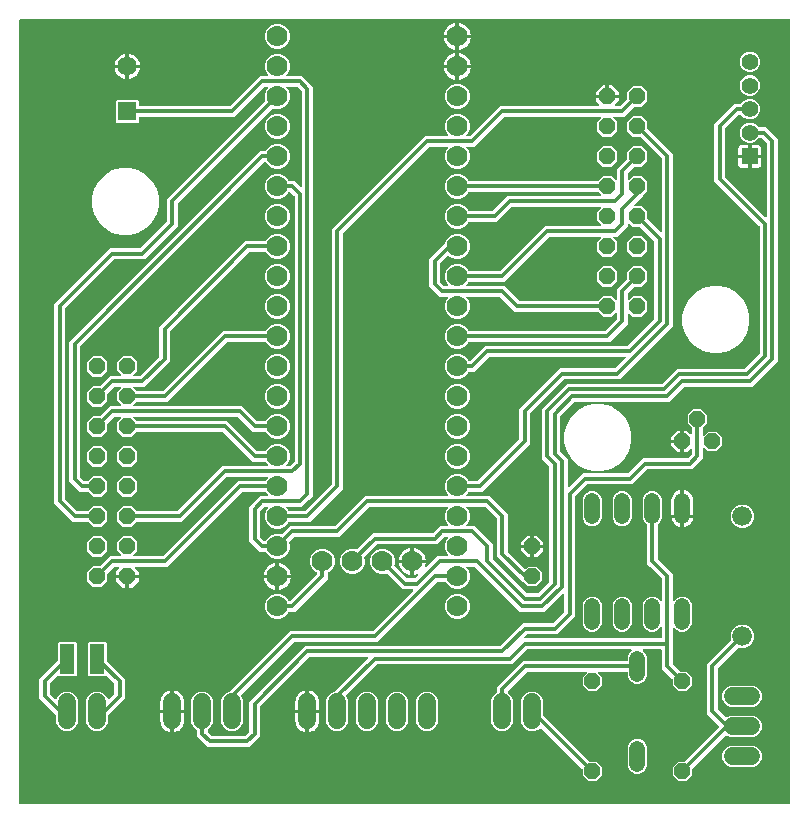
<source format=gbl>
G04 EAGLE Gerber RS-274X export*
G75*
%MOMM*%
%FSLAX34Y34*%
%LPD*%
%INBottom Copper*%
%IPPOS*%
%AMOC8*
5,1,8,0,0,1.08239X$1,22.5*%
G01*
%ADD10P,1.429621X8X112.500000*%
%ADD11C,1.320800*%
%ADD12C,1.676400*%
%ADD13R,1.650000X1.650000*%
%ADD14C,1.650000*%
%ADD15C,1.524000*%
%ADD16P,1.429621X8X292.500000*%
%ADD17P,1.429621X8X22.500000*%
%ADD18C,1.778000*%
%ADD19P,1.539592X8X112.500000*%
%ADD20P,1.539592X8X292.500000*%
%ADD21R,1.408000X1.408000*%
%ADD22C,1.408000*%
%ADD23R,1.270000X2.540000*%
%ADD24C,0.304800*%
%ADD25C,0.756400*%

G36*
X661998Y289564D02*
X661998Y289564D01*
X662017Y289562D01*
X662119Y289584D01*
X662221Y289600D01*
X662238Y289610D01*
X662258Y289614D01*
X662347Y289667D01*
X662438Y289716D01*
X662452Y289730D01*
X662469Y289740D01*
X662536Y289819D01*
X662608Y289894D01*
X662616Y289912D01*
X662629Y289927D01*
X662668Y290023D01*
X662711Y290117D01*
X662713Y290137D01*
X662721Y290155D01*
X662739Y290322D01*
X662739Y953518D01*
X662736Y953538D01*
X662738Y953557D01*
X662716Y953659D01*
X662700Y953761D01*
X662690Y953778D01*
X662686Y953798D01*
X662633Y953887D01*
X662584Y953978D01*
X662570Y953992D01*
X662560Y954009D01*
X662481Y954076D01*
X662406Y954148D01*
X662388Y954156D01*
X662373Y954169D01*
X662277Y954208D01*
X662183Y954251D01*
X662163Y954253D01*
X662145Y954261D01*
X661978Y954279D01*
X10922Y954279D01*
X10902Y954276D01*
X10883Y954278D01*
X10781Y954256D01*
X10679Y954240D01*
X10662Y954230D01*
X10642Y954226D01*
X10553Y954173D01*
X10462Y954124D01*
X10448Y954110D01*
X10431Y954100D01*
X10364Y954021D01*
X10292Y953946D01*
X10284Y953928D01*
X10271Y953913D01*
X10232Y953817D01*
X10189Y953723D01*
X10187Y953703D01*
X10179Y953685D01*
X10161Y953518D01*
X10161Y290322D01*
X10164Y290302D01*
X10162Y290283D01*
X10184Y290181D01*
X10200Y290079D01*
X10210Y290062D01*
X10214Y290042D01*
X10267Y289953D01*
X10316Y289862D01*
X10330Y289848D01*
X10340Y289831D01*
X10419Y289764D01*
X10494Y289692D01*
X10512Y289684D01*
X10527Y289671D01*
X10623Y289632D01*
X10717Y289589D01*
X10737Y289587D01*
X10755Y289579D01*
X10922Y289561D01*
X661978Y289561D01*
X661998Y289564D01*
G37*
%LPC*%
G36*
X169556Y338327D02*
X169556Y338327D01*
X160527Y347356D01*
X160527Y352167D01*
X160508Y352282D01*
X160491Y352398D01*
X160489Y352404D01*
X160488Y352410D01*
X160433Y352513D01*
X160380Y352617D01*
X160375Y352622D01*
X160372Y352627D01*
X160288Y352708D01*
X160204Y352790D01*
X160198Y352793D01*
X160194Y352797D01*
X160177Y352805D01*
X160057Y352871D01*
X159920Y352927D01*
X157347Y355500D01*
X155955Y358861D01*
X155955Y377739D01*
X157347Y381100D01*
X159920Y383673D01*
X163281Y385065D01*
X166919Y385065D01*
X170280Y383673D01*
X172853Y381100D01*
X174245Y377739D01*
X174245Y358861D01*
X172853Y355500D01*
X170280Y352927D01*
X170143Y352871D01*
X170043Y352809D01*
X169943Y352749D01*
X169939Y352744D01*
X169934Y352741D01*
X169859Y352651D01*
X169783Y352562D01*
X169781Y352556D01*
X169777Y352552D01*
X169735Y352443D01*
X169691Y352334D01*
X169690Y352327D01*
X169689Y352322D01*
X169688Y352304D01*
X169673Y352167D01*
X169673Y351459D01*
X169687Y351369D01*
X169695Y351278D01*
X169707Y351249D01*
X169712Y351217D01*
X169755Y351136D01*
X169791Y351052D01*
X169817Y351020D01*
X169828Y350999D01*
X169851Y350977D01*
X169896Y350921D01*
X173121Y347696D01*
X173195Y347643D01*
X173265Y347583D01*
X173295Y347571D01*
X173321Y347552D01*
X173408Y347525D01*
X173493Y347491D01*
X173534Y347487D01*
X173556Y347480D01*
X173588Y347481D01*
X173659Y347473D01*
X200991Y347473D01*
X201081Y347487D01*
X201172Y347495D01*
X201201Y347507D01*
X201233Y347512D01*
X201314Y347555D01*
X201398Y347591D01*
X201430Y347617D01*
X201451Y347628D01*
X201473Y347651D01*
X201529Y347696D01*
X204754Y350921D01*
X204807Y350995D01*
X204867Y351065D01*
X204879Y351095D01*
X204898Y351121D01*
X204925Y351208D01*
X204959Y351293D01*
X204963Y351334D01*
X204970Y351356D01*
X204969Y351388D01*
X204977Y351459D01*
X204977Y376544D01*
X252106Y423673D01*
X416891Y423673D01*
X416981Y423687D01*
X417072Y423695D01*
X417101Y423707D01*
X417133Y423712D01*
X417214Y423755D01*
X417298Y423791D01*
X417330Y423817D01*
X417351Y423828D01*
X417373Y423851D01*
X417429Y423896D01*
X436256Y442723D01*
X461341Y442723D01*
X461431Y442737D01*
X461522Y442745D01*
X461551Y442757D01*
X461583Y442762D01*
X461664Y442805D01*
X461748Y442841D01*
X461780Y442867D01*
X461801Y442878D01*
X461823Y442901D01*
X461879Y442946D01*
X471454Y452521D01*
X471507Y452595D01*
X471567Y452665D01*
X471579Y452695D01*
X471598Y452721D01*
X471625Y452808D01*
X471659Y452893D01*
X471663Y452934D01*
X471670Y452956D01*
X471669Y452988D01*
X471677Y453059D01*
X471677Y467452D01*
X471666Y467522D01*
X471664Y467594D01*
X471646Y467643D01*
X471638Y467694D01*
X471604Y467758D01*
X471579Y467825D01*
X471547Y467866D01*
X471522Y467912D01*
X471470Y467961D01*
X471426Y468017D01*
X471382Y468045D01*
X471344Y468081D01*
X471279Y468111D01*
X471219Y468150D01*
X471168Y468163D01*
X471121Y468185D01*
X471050Y468193D01*
X470980Y468210D01*
X470928Y468206D01*
X470877Y468212D01*
X470806Y468197D01*
X470735Y468191D01*
X470687Y468171D01*
X470636Y468160D01*
X470575Y468123D01*
X470509Y468095D01*
X470453Y468050D01*
X470425Y468033D01*
X470410Y468016D01*
X470378Y467990D01*
X457917Y455529D01*
X455015Y452627D01*
X433985Y452627D01*
X396108Y490504D01*
X396034Y490557D01*
X395964Y490617D01*
X395934Y490629D01*
X395908Y490648D01*
X395821Y490675D01*
X395736Y490709D01*
X395695Y490713D01*
X395673Y490720D01*
X395641Y490719D01*
X395570Y490727D01*
X389439Y490727D01*
X389368Y490716D01*
X389297Y490714D01*
X389248Y490696D01*
X389196Y490688D01*
X389133Y490654D01*
X389066Y490629D01*
X389025Y490597D01*
X388979Y490572D01*
X388930Y490520D01*
X388874Y490476D01*
X388846Y490432D01*
X388810Y490394D01*
X388779Y490329D01*
X388741Y490269D01*
X388728Y490218D01*
X388706Y490171D01*
X388698Y490100D01*
X388681Y490030D01*
X388685Y489978D01*
X388679Y489927D01*
X388694Y489856D01*
X388700Y489785D01*
X388720Y489737D01*
X388731Y489686D01*
X388768Y489625D01*
X388796Y489559D01*
X388841Y489503D01*
X388857Y489475D01*
X388875Y489460D01*
X388901Y489428D01*
X389829Y488500D01*
X391415Y484672D01*
X391415Y480528D01*
X389829Y476700D01*
X386900Y473771D01*
X383072Y472185D01*
X378928Y472185D01*
X375100Y473771D01*
X372171Y476700D01*
X371816Y477557D01*
X371754Y477657D01*
X371694Y477757D01*
X371690Y477761D01*
X371686Y477766D01*
X371596Y477841D01*
X371507Y477917D01*
X371502Y477919D01*
X371497Y477923D01*
X371388Y477965D01*
X371279Y478009D01*
X371272Y478010D01*
X371267Y478011D01*
X371249Y478012D01*
X371113Y478027D01*
X364159Y478027D01*
X364069Y478013D01*
X363978Y478005D01*
X363949Y477993D01*
X363917Y477988D01*
X363836Y477945D01*
X363752Y477909D01*
X363720Y477883D01*
X363699Y477872D01*
X363677Y477849D01*
X363621Y477804D01*
X313044Y427227D01*
X243509Y427227D01*
X243419Y427213D01*
X243328Y427205D01*
X243299Y427193D01*
X243267Y427188D01*
X243186Y427145D01*
X243102Y427109D01*
X243070Y427083D01*
X243049Y427072D01*
X243027Y427049D01*
X242971Y427004D01*
X198198Y382231D01*
X198186Y382215D01*
X198171Y382202D01*
X198115Y382115D01*
X198054Y382031D01*
X198049Y382012D01*
X198038Y381996D01*
X198012Y381895D01*
X197982Y381796D01*
X197983Y381776D01*
X197978Y381757D01*
X197986Y381654D01*
X197988Y381550D01*
X197995Y381532D01*
X197997Y381512D01*
X198037Y381417D01*
X198073Y381319D01*
X198085Y381304D01*
X198093Y381286D01*
X198171Y381188D01*
X198175Y381181D01*
X198180Y381177D01*
X198198Y381155D01*
X198253Y381100D01*
X199645Y377739D01*
X199645Y358861D01*
X198253Y355500D01*
X195680Y352927D01*
X192319Y351535D01*
X188681Y351535D01*
X185320Y352927D01*
X182747Y355500D01*
X181355Y358861D01*
X181355Y377739D01*
X182747Y381100D01*
X185320Y383673D01*
X187546Y384594D01*
X187602Y384629D01*
X187662Y384655D01*
X187726Y384707D01*
X187755Y384724D01*
X187767Y384739D01*
X187793Y384759D01*
X236504Y433471D01*
X239406Y436373D01*
X308941Y436373D01*
X309031Y436387D01*
X309122Y436395D01*
X309151Y436407D01*
X309183Y436412D01*
X309264Y436455D01*
X309348Y436491D01*
X309380Y436517D01*
X309401Y436528D01*
X309423Y436551D01*
X309479Y436596D01*
X343261Y470378D01*
X343303Y470436D01*
X343352Y470488D01*
X343374Y470535D01*
X343404Y470577D01*
X343426Y470646D01*
X343456Y470711D01*
X343462Y470763D01*
X343477Y470813D01*
X343475Y470884D01*
X343483Y470955D01*
X343472Y471006D01*
X343470Y471058D01*
X343446Y471126D01*
X343431Y471196D01*
X343404Y471241D01*
X343386Y471289D01*
X343341Y471345D01*
X343304Y471407D01*
X343265Y471441D01*
X343232Y471481D01*
X343172Y471520D01*
X343118Y471567D01*
X343069Y471586D01*
X343025Y471614D01*
X342956Y471632D01*
X342889Y471659D01*
X342818Y471667D01*
X342787Y471675D01*
X342764Y471673D01*
X342723Y471677D01*
X334656Y471677D01*
X331754Y474579D01*
X321258Y485075D01*
X321163Y485143D01*
X321069Y485213D01*
X321063Y485215D01*
X321058Y485219D01*
X320947Y485253D01*
X320835Y485289D01*
X320829Y485289D01*
X320823Y485291D01*
X320706Y485288D01*
X320589Y485287D01*
X320582Y485285D01*
X320577Y485285D01*
X320560Y485278D01*
X320428Y485240D01*
X319572Y484885D01*
X315428Y484885D01*
X311600Y486471D01*
X308671Y489400D01*
X307085Y493228D01*
X307085Y497372D01*
X308671Y501200D01*
X311600Y504129D01*
X315428Y505715D01*
X319572Y505715D01*
X323400Y504129D01*
X326329Y501200D01*
X327915Y497372D01*
X327915Y493228D01*
X327560Y492372D01*
X327533Y492258D01*
X327505Y492144D01*
X327505Y492138D01*
X327504Y492132D01*
X327515Y492016D01*
X327524Y491899D01*
X327526Y491894D01*
X327527Y491887D01*
X327575Y491779D01*
X327620Y491673D01*
X327625Y491667D01*
X327627Y491663D01*
X327640Y491648D01*
X327708Y491563D01*
X327708Y491562D01*
X327709Y491562D01*
X327725Y491542D01*
X338221Y481046D01*
X338295Y480993D01*
X338365Y480933D01*
X338395Y480921D01*
X338421Y480902D01*
X338508Y480875D01*
X338593Y480841D01*
X338634Y480837D01*
X338656Y480830D01*
X338688Y480831D01*
X338759Y480823D01*
X344770Y480823D01*
X344860Y480837D01*
X344951Y480845D01*
X344980Y480857D01*
X345012Y480862D01*
X345093Y480905D01*
X345177Y480941D01*
X345209Y480967D01*
X345230Y480978D01*
X345252Y481001D01*
X345308Y481046D01*
X347536Y483274D01*
X347575Y483329D01*
X347623Y483377D01*
X347647Y483428D01*
X347679Y483473D01*
X347699Y483538D01*
X347728Y483599D01*
X347735Y483655D01*
X347752Y483708D01*
X347750Y483776D01*
X347758Y483844D01*
X347747Y483898D01*
X347745Y483954D01*
X347722Y484018D01*
X347708Y484084D01*
X347680Y484133D01*
X347661Y484185D01*
X347618Y484238D01*
X347584Y484297D01*
X347542Y484334D01*
X347507Y484377D01*
X347450Y484414D01*
X347399Y484459D01*
X347347Y484480D01*
X347300Y484510D01*
X347234Y484527D01*
X347172Y484553D01*
X347116Y484557D01*
X347062Y484570D01*
X346994Y484565D01*
X346927Y484570D01*
X346849Y484554D01*
X346817Y484551D01*
X346797Y484543D01*
X346762Y484536D01*
X345577Y484151D01*
X344423Y483968D01*
X344423Y493777D01*
X354232Y493777D01*
X354049Y492623D01*
X353664Y491438D01*
X353654Y491371D01*
X353634Y491306D01*
X353635Y491250D01*
X353627Y491195D01*
X353638Y491128D01*
X353640Y491060D01*
X353659Y491008D01*
X353669Y490952D01*
X353701Y490893D01*
X353725Y490829D01*
X353760Y490785D01*
X353786Y490736D01*
X353836Y490690D01*
X353878Y490637D01*
X353925Y490607D01*
X353967Y490569D01*
X354028Y490541D01*
X354085Y490504D01*
X354140Y490490D01*
X354191Y490467D01*
X354258Y490460D01*
X354324Y490444D01*
X354380Y490448D01*
X354435Y490443D01*
X354502Y490458D01*
X354569Y490463D01*
X354620Y490485D01*
X354675Y490497D01*
X354733Y490533D01*
X354795Y490559D01*
X354857Y490609D01*
X354885Y490626D01*
X354899Y490642D01*
X354926Y490664D01*
X361233Y496971D01*
X364135Y499873D01*
X372561Y499873D01*
X372632Y499884D01*
X372703Y499886D01*
X372752Y499904D01*
X372804Y499912D01*
X372867Y499946D01*
X372934Y499971D01*
X372975Y500003D01*
X373021Y500028D01*
X373070Y500080D01*
X373126Y500124D01*
X373154Y500168D01*
X373190Y500206D01*
X373221Y500271D01*
X373259Y500331D01*
X373272Y500382D01*
X373294Y500429D01*
X373302Y500500D01*
X373319Y500570D01*
X373315Y500622D01*
X373321Y500673D01*
X373306Y500744D01*
X373300Y500815D01*
X373280Y500863D01*
X373269Y500914D01*
X373232Y500975D01*
X373204Y501041D01*
X373159Y501097D01*
X373143Y501125D01*
X373125Y501140D01*
X373099Y501172D01*
X372171Y502100D01*
X370585Y505928D01*
X370585Y510072D01*
X372171Y513900D01*
X373099Y514828D01*
X373141Y514886D01*
X373190Y514938D01*
X373212Y514985D01*
X373243Y515027D01*
X373264Y515096D01*
X373294Y515161D01*
X373300Y515213D01*
X373315Y515263D01*
X373313Y515334D01*
X373321Y515405D01*
X373310Y515456D01*
X373309Y515508D01*
X373284Y515576D01*
X373269Y515646D01*
X373242Y515691D01*
X373224Y515739D01*
X373179Y515795D01*
X373143Y515857D01*
X373103Y515891D01*
X373070Y515931D01*
X373010Y515970D01*
X372956Y516017D01*
X372907Y516036D01*
X372864Y516064D01*
X372794Y516082D01*
X372728Y516109D01*
X372656Y516117D01*
X372625Y516125D01*
X372602Y516123D01*
X372561Y516127D01*
X370509Y516127D01*
X370419Y516113D01*
X370328Y516105D01*
X370299Y516093D01*
X370267Y516088D01*
X370186Y516045D01*
X370102Y516009D01*
X370070Y515983D01*
X370049Y515972D01*
X370027Y515949D01*
X369971Y515904D01*
X366746Y512679D01*
X363844Y509777D01*
X313359Y509777D01*
X313269Y509763D01*
X313178Y509755D01*
X313149Y509743D01*
X313117Y509738D01*
X313036Y509695D01*
X312952Y509659D01*
X312920Y509633D01*
X312899Y509622D01*
X312877Y509599D01*
X312821Y509554D01*
X302325Y499058D01*
X302257Y498963D01*
X302187Y498869D01*
X302185Y498863D01*
X302181Y498858D01*
X302147Y498747D01*
X302111Y498635D01*
X302111Y498629D01*
X302109Y498623D01*
X302112Y498506D01*
X302113Y498389D01*
X302115Y498382D01*
X302115Y498377D01*
X302122Y498360D01*
X302160Y498228D01*
X302515Y497372D01*
X302515Y493228D01*
X300929Y489400D01*
X298000Y486471D01*
X294172Y484885D01*
X290028Y484885D01*
X286200Y486471D01*
X283271Y489400D01*
X281685Y493228D01*
X281685Y497372D01*
X283271Y501200D01*
X286200Y504129D01*
X290028Y505715D01*
X294172Y505715D01*
X295028Y505360D01*
X295141Y505333D01*
X295256Y505305D01*
X295262Y505305D01*
X295268Y505304D01*
X295384Y505315D01*
X295501Y505324D01*
X295506Y505326D01*
X295513Y505327D01*
X295621Y505375D01*
X295727Y505420D01*
X295733Y505425D01*
X295737Y505427D01*
X295752Y505440D01*
X295858Y505525D01*
X309256Y518923D01*
X359741Y518923D01*
X359831Y518937D01*
X359922Y518945D01*
X359951Y518957D01*
X359983Y518962D01*
X360064Y519005D01*
X360148Y519041D01*
X360180Y519067D01*
X360201Y519078D01*
X360223Y519101D01*
X360279Y519146D01*
X363504Y522371D01*
X366406Y525273D01*
X372561Y525273D01*
X372632Y525284D01*
X372703Y525286D01*
X372752Y525304D01*
X372804Y525312D01*
X372867Y525346D01*
X372934Y525371D01*
X372975Y525403D01*
X373021Y525428D01*
X373070Y525480D01*
X373126Y525524D01*
X373154Y525568D01*
X373190Y525606D01*
X373221Y525671D01*
X373259Y525731D01*
X373272Y525782D01*
X373294Y525829D01*
X373302Y525900D01*
X373319Y525970D01*
X373315Y526022D01*
X373321Y526073D01*
X373306Y526144D01*
X373300Y526215D01*
X373280Y526263D01*
X373269Y526314D01*
X373232Y526375D01*
X373204Y526441D01*
X373159Y526497D01*
X373143Y526525D01*
X373125Y526540D01*
X373099Y526572D01*
X372171Y527500D01*
X370585Y531328D01*
X370585Y535472D01*
X372171Y539300D01*
X373099Y540228D01*
X373141Y540286D01*
X373190Y540338D01*
X373212Y540385D01*
X373243Y540427D01*
X373264Y540496D01*
X373294Y540561D01*
X373300Y540613D01*
X373315Y540663D01*
X373313Y540734D01*
X373321Y540805D01*
X373310Y540856D01*
X373309Y540908D01*
X373284Y540976D01*
X373269Y541046D01*
X373242Y541091D01*
X373224Y541139D01*
X373179Y541195D01*
X373143Y541257D01*
X373103Y541291D01*
X373070Y541331D01*
X373010Y541370D01*
X372956Y541417D01*
X372907Y541436D01*
X372864Y541464D01*
X372794Y541482D01*
X372728Y541509D01*
X372656Y541517D01*
X372625Y541525D01*
X372602Y541523D01*
X372561Y541527D01*
X307009Y541527D01*
X306919Y541513D01*
X306828Y541505D01*
X306799Y541493D01*
X306767Y541488D01*
X306686Y541445D01*
X306602Y541409D01*
X306570Y541383D01*
X306549Y541372D01*
X306527Y541349D01*
X306471Y541304D01*
X281294Y516127D01*
X243509Y516127D01*
X243419Y516113D01*
X243328Y516105D01*
X243299Y516093D01*
X243267Y516088D01*
X243186Y516045D01*
X243102Y516009D01*
X243070Y515983D01*
X243049Y515972D01*
X243027Y515949D01*
X242971Y515904D01*
X238825Y511758D01*
X238757Y511664D01*
X238687Y511569D01*
X238685Y511563D01*
X238681Y511558D01*
X238647Y511447D01*
X238611Y511335D01*
X238611Y511329D01*
X238609Y511323D01*
X238612Y511206D01*
X238613Y511090D01*
X238615Y511082D01*
X238615Y511077D01*
X238622Y511060D01*
X238660Y510928D01*
X239015Y510072D01*
X239015Y505928D01*
X237429Y502100D01*
X234500Y499171D01*
X230672Y497585D01*
X226528Y497585D01*
X222700Y499171D01*
X219771Y502100D01*
X219416Y502957D01*
X219354Y503057D01*
X219294Y503157D01*
X219290Y503161D01*
X219286Y503166D01*
X219196Y503241D01*
X219107Y503317D01*
X219102Y503319D01*
X219097Y503323D01*
X218988Y503365D01*
X218879Y503409D01*
X218872Y503410D01*
X218867Y503411D01*
X218849Y503412D01*
X218713Y503427D01*
X214006Y503427D01*
X204977Y512456D01*
X204977Y541644D01*
X214006Y550673D01*
X220161Y550673D01*
X220232Y550684D01*
X220303Y550686D01*
X220352Y550704D01*
X220404Y550712D01*
X220467Y550746D01*
X220534Y550771D01*
X220575Y550803D01*
X220621Y550828D01*
X220670Y550880D01*
X220726Y550924D01*
X220754Y550968D01*
X220790Y551006D01*
X220821Y551071D01*
X220859Y551131D01*
X220872Y551182D01*
X220894Y551229D01*
X220902Y551300D01*
X220919Y551370D01*
X220915Y551422D01*
X220921Y551473D01*
X220906Y551544D01*
X220900Y551615D01*
X220880Y551663D01*
X220869Y551714D01*
X220832Y551775D01*
X220804Y551841D01*
X220759Y551897D01*
X220743Y551925D01*
X220725Y551940D01*
X220699Y551972D01*
X219771Y552900D01*
X219416Y553757D01*
X219354Y553857D01*
X219294Y553957D01*
X219290Y553961D01*
X219286Y553966D01*
X219196Y554041D01*
X219107Y554117D01*
X219102Y554119D01*
X219097Y554123D01*
X218988Y554165D01*
X218879Y554209D01*
X218872Y554210D01*
X218867Y554211D01*
X218849Y554212D01*
X218713Y554227D01*
X199059Y554227D01*
X198969Y554213D01*
X198878Y554205D01*
X198849Y554193D01*
X198817Y554188D01*
X198736Y554145D01*
X198652Y554109D01*
X198620Y554083D01*
X198599Y554072D01*
X198577Y554049D01*
X198521Y554004D01*
X135244Y490727D01*
X108962Y490727D01*
X108891Y490716D01*
X108819Y490714D01*
X108770Y490696D01*
X108719Y490688D01*
X108655Y490654D01*
X108588Y490629D01*
X108547Y490597D01*
X108501Y490572D01*
X108452Y490520D01*
X108396Y490476D01*
X108368Y490432D01*
X108332Y490394D01*
X108302Y490329D01*
X108263Y490269D01*
X108250Y490218D01*
X108228Y490171D01*
X108221Y490100D01*
X108203Y490030D01*
X108207Y489978D01*
X108201Y489927D01*
X108217Y489856D01*
X108222Y489785D01*
X108242Y489737D01*
X108254Y489686D01*
X108290Y489625D01*
X108318Y489559D01*
X108363Y489503D01*
X108380Y489475D01*
X108398Y489460D01*
X108423Y489428D01*
X111253Y486598D01*
X111253Y484123D01*
X102362Y484123D01*
X102342Y484120D01*
X102323Y484122D01*
X102221Y484100D01*
X102119Y484083D01*
X102102Y484074D01*
X102082Y484070D01*
X101993Y484017D01*
X101902Y483968D01*
X101888Y483954D01*
X101871Y483944D01*
X101804Y483865D01*
X101733Y483790D01*
X101724Y483772D01*
X101711Y483757D01*
X101673Y483661D01*
X101629Y483567D01*
X101627Y483547D01*
X101619Y483529D01*
X101601Y483362D01*
X101601Y482599D01*
X101599Y482599D01*
X101599Y483362D01*
X101596Y483382D01*
X101598Y483401D01*
X101576Y483503D01*
X101559Y483605D01*
X101550Y483622D01*
X101546Y483642D01*
X101493Y483731D01*
X101444Y483822D01*
X101430Y483836D01*
X101420Y483853D01*
X101341Y483920D01*
X101266Y483991D01*
X101248Y484000D01*
X101233Y484013D01*
X101137Y484052D01*
X101043Y484095D01*
X101023Y484097D01*
X101005Y484105D01*
X100838Y484123D01*
X91947Y484123D01*
X91947Y486598D01*
X94777Y489428D01*
X94819Y489486D01*
X94868Y489538D01*
X94890Y489585D01*
X94920Y489627D01*
X94941Y489696D01*
X94972Y489761D01*
X94977Y489813D01*
X94993Y489863D01*
X94991Y489934D01*
X94999Y490005D01*
X94988Y490056D01*
X94986Y490108D01*
X94962Y490176D01*
X94946Y490246D01*
X94920Y490291D01*
X94902Y490339D01*
X94857Y490395D01*
X94820Y490457D01*
X94781Y490491D01*
X94748Y490531D01*
X94688Y490570D01*
X94633Y490617D01*
X94585Y490636D01*
X94541Y490664D01*
X94472Y490682D01*
X94405Y490709D01*
X94334Y490717D01*
X94303Y490725D01*
X94279Y490723D01*
X94238Y490727D01*
X91109Y490727D01*
X91019Y490713D01*
X90928Y490705D01*
X90899Y490693D01*
X90867Y490688D01*
X90786Y490645D01*
X90702Y490609D01*
X90670Y490583D01*
X90649Y490572D01*
X90627Y490549D01*
X90571Y490504D01*
X85060Y484993D01*
X85007Y484919D01*
X84947Y484849D01*
X84935Y484819D01*
X84916Y484793D01*
X84889Y484706D01*
X84866Y484649D01*
X84865Y484646D01*
X84865Y484645D01*
X84855Y484621D01*
X84851Y484580D01*
X84844Y484558D01*
X84845Y484526D01*
X84837Y484455D01*
X84837Y479023D01*
X79777Y473963D01*
X72623Y473963D01*
X67563Y479023D01*
X67563Y486177D01*
X72623Y491237D01*
X78055Y491237D01*
X78145Y491251D01*
X78236Y491259D01*
X78265Y491271D01*
X78297Y491276D01*
X78378Y491319D01*
X78462Y491355D01*
X78494Y491381D01*
X78515Y491392D01*
X78537Y491415D01*
X78593Y491460D01*
X87006Y499873D01*
X95675Y499873D01*
X95746Y499884D01*
X95818Y499886D01*
X95867Y499904D01*
X95918Y499912D01*
X95981Y499946D01*
X96049Y499971D01*
X96089Y500003D01*
X96135Y500028D01*
X96185Y500080D01*
X96241Y500124D01*
X96269Y500168D01*
X96305Y500206D01*
X96335Y500271D01*
X96374Y500331D01*
X96386Y500382D01*
X96408Y500429D01*
X96416Y500500D01*
X96434Y500570D01*
X96430Y500622D01*
X96436Y500673D01*
X96420Y500744D01*
X96415Y500815D01*
X96394Y500863D01*
X96383Y500914D01*
X96346Y500975D01*
X96318Y501041D01*
X96274Y501097D01*
X96257Y501125D01*
X96239Y501140D01*
X96214Y501172D01*
X92963Y504423D01*
X92963Y511577D01*
X98023Y516637D01*
X105177Y516637D01*
X110237Y511577D01*
X110237Y504423D01*
X106986Y501172D01*
X106945Y501114D01*
X106895Y501062D01*
X106873Y501015D01*
X106843Y500973D01*
X106822Y500904D01*
X106792Y500839D01*
X106786Y500787D01*
X106771Y500737D01*
X106772Y500666D01*
X106764Y500595D01*
X106776Y500544D01*
X106777Y500492D01*
X106802Y500424D01*
X106817Y500354D01*
X106843Y500309D01*
X106861Y500261D01*
X106906Y500205D01*
X106943Y500143D01*
X106982Y500109D01*
X107015Y500069D01*
X107075Y500030D01*
X107130Y499983D01*
X107178Y499964D01*
X107222Y499936D01*
X107291Y499918D01*
X107358Y499891D01*
X107429Y499883D01*
X107460Y499875D01*
X107484Y499877D01*
X107525Y499873D01*
X131141Y499873D01*
X131231Y499887D01*
X131322Y499895D01*
X131351Y499907D01*
X131383Y499912D01*
X131464Y499955D01*
X131548Y499991D01*
X131580Y500017D01*
X131601Y500028D01*
X131623Y500051D01*
X131679Y500096D01*
X194956Y563373D01*
X218713Y563373D01*
X218827Y563392D01*
X218944Y563409D01*
X218949Y563411D01*
X218955Y563412D01*
X219058Y563467D01*
X219163Y563520D01*
X219167Y563525D01*
X219173Y563528D01*
X219253Y563612D01*
X219335Y563696D01*
X219339Y563702D01*
X219342Y563706D01*
X219350Y563723D01*
X219416Y563843D01*
X219771Y564700D01*
X220699Y565628D01*
X220741Y565686D01*
X220790Y565738D01*
X220812Y565785D01*
X220843Y565827D01*
X220864Y565896D01*
X220894Y565961D01*
X220900Y566013D01*
X220915Y566063D01*
X220913Y566134D01*
X220921Y566205D01*
X220910Y566256D01*
X220909Y566308D01*
X220884Y566376D01*
X220869Y566446D01*
X220842Y566491D01*
X220824Y566539D01*
X220779Y566595D01*
X220743Y566657D01*
X220703Y566691D01*
X220670Y566731D01*
X220610Y566770D01*
X220556Y566817D01*
X220507Y566836D01*
X220464Y566864D01*
X220394Y566882D01*
X220328Y566909D01*
X220256Y566917D01*
X220225Y566925D01*
X220202Y566923D01*
X220161Y566927D01*
X186359Y566927D01*
X186269Y566913D01*
X186178Y566905D01*
X186149Y566893D01*
X186117Y566888D01*
X186036Y566845D01*
X185952Y566809D01*
X185920Y566783D01*
X185899Y566772D01*
X185877Y566749D01*
X185821Y566704D01*
X150846Y531729D01*
X147944Y528827D01*
X109557Y528827D01*
X109467Y528813D01*
X109376Y528805D01*
X109346Y528793D01*
X109314Y528788D01*
X109233Y528745D01*
X109149Y528709D01*
X109117Y528683D01*
X109097Y528672D01*
X109074Y528649D01*
X109018Y528604D01*
X105177Y524763D01*
X98023Y524763D01*
X92963Y529823D01*
X92963Y536977D01*
X98023Y542037D01*
X105177Y542037D01*
X109018Y538196D01*
X109092Y538143D01*
X109162Y538083D01*
X109192Y538071D01*
X109218Y538052D01*
X109305Y538025D01*
X109390Y537991D01*
X109431Y537987D01*
X109453Y537980D01*
X109485Y537981D01*
X109557Y537973D01*
X143841Y537973D01*
X143931Y537987D01*
X144022Y537995D01*
X144051Y538007D01*
X144083Y538012D01*
X144164Y538055D01*
X144248Y538091D01*
X144280Y538117D01*
X144301Y538128D01*
X144323Y538151D01*
X144379Y538196D01*
X179354Y573171D01*
X182256Y576073D01*
X220161Y576073D01*
X220232Y576084D01*
X220303Y576086D01*
X220352Y576104D01*
X220404Y576112D01*
X220467Y576146D01*
X220534Y576171D01*
X220575Y576203D01*
X220621Y576228D01*
X220670Y576280D01*
X220726Y576324D01*
X220754Y576368D01*
X220790Y576406D01*
X220821Y576471D01*
X220859Y576531D01*
X220872Y576582D01*
X220894Y576629D01*
X220902Y576700D01*
X220919Y576770D01*
X220915Y576822D01*
X220921Y576873D01*
X220906Y576944D01*
X220900Y577015D01*
X220880Y577063D01*
X220869Y577114D01*
X220832Y577175D01*
X220804Y577241D01*
X220759Y577297D01*
X220743Y577325D01*
X220725Y577340D01*
X220699Y577372D01*
X219771Y578300D01*
X219416Y579157D01*
X219354Y579257D01*
X219294Y579357D01*
X219290Y579361D01*
X219286Y579366D01*
X219196Y579441D01*
X219107Y579517D01*
X219102Y579519D01*
X219097Y579523D01*
X218988Y579565D01*
X218879Y579609D01*
X218872Y579610D01*
X218867Y579611D01*
X218849Y579612D01*
X218713Y579627D01*
X207656Y579627D01*
X182479Y604804D01*
X182405Y604857D01*
X182335Y604917D01*
X182305Y604929D01*
X182279Y604948D01*
X182192Y604975D01*
X182107Y605009D01*
X182066Y605013D01*
X182044Y605020D01*
X182012Y605019D01*
X181941Y605027D01*
X109557Y605027D01*
X109467Y605013D01*
X109376Y605005D01*
X109346Y604993D01*
X109314Y604988D01*
X109233Y604945D01*
X109149Y604909D01*
X109117Y604883D01*
X109097Y604872D01*
X109074Y604849D01*
X109018Y604804D01*
X105177Y600963D01*
X98023Y600963D01*
X92963Y606023D01*
X92963Y613177D01*
X96214Y616428D01*
X96255Y616486D01*
X96305Y616538D01*
X96327Y616585D01*
X96357Y616627D01*
X96378Y616696D01*
X96408Y616761D01*
X96414Y616813D01*
X96429Y616863D01*
X96428Y616934D01*
X96436Y617005D01*
X96424Y617056D01*
X96423Y617108D01*
X96398Y617176D01*
X96383Y617246D01*
X96357Y617291D01*
X96339Y617339D01*
X96294Y617395D01*
X96257Y617457D01*
X96218Y617491D01*
X96185Y617531D01*
X96125Y617570D01*
X96070Y617617D01*
X96022Y617636D01*
X95978Y617664D01*
X95909Y617682D01*
X95842Y617709D01*
X95771Y617717D01*
X95740Y617725D01*
X95716Y617723D01*
X95675Y617727D01*
X91109Y617727D01*
X91019Y617713D01*
X90928Y617705D01*
X90899Y617693D01*
X90867Y617688D01*
X90786Y617645D01*
X90702Y617609D01*
X90670Y617583D01*
X90649Y617572D01*
X90627Y617549D01*
X90571Y617504D01*
X85060Y611993D01*
X85007Y611919D01*
X84947Y611849D01*
X84935Y611819D01*
X84916Y611793D01*
X84889Y611706D01*
X84855Y611621D01*
X84851Y611580D01*
X84844Y611558D01*
X84845Y611526D01*
X84837Y611455D01*
X84837Y606023D01*
X79777Y600963D01*
X72623Y600963D01*
X67563Y606023D01*
X67563Y613177D01*
X72623Y618237D01*
X78055Y618237D01*
X78145Y618251D01*
X78236Y618259D01*
X78265Y618271D01*
X78297Y618276D01*
X78378Y618319D01*
X78462Y618355D01*
X78494Y618381D01*
X78515Y618392D01*
X78537Y618415D01*
X78593Y618460D01*
X84104Y623971D01*
X87006Y626873D01*
X95675Y626873D01*
X95746Y626884D01*
X95818Y626886D01*
X95867Y626904D01*
X95918Y626912D01*
X95981Y626946D01*
X96049Y626971D01*
X96089Y627003D01*
X96135Y627028D01*
X96185Y627080D01*
X96241Y627124D01*
X96269Y627168D01*
X96305Y627206D01*
X96335Y627271D01*
X96374Y627331D01*
X96386Y627382D01*
X96408Y627429D01*
X96416Y627500D01*
X96434Y627570D01*
X96430Y627622D01*
X96436Y627673D01*
X96420Y627744D01*
X96415Y627815D01*
X96394Y627863D01*
X96383Y627914D01*
X96346Y627975D01*
X96318Y628041D01*
X96274Y628097D01*
X96257Y628125D01*
X96239Y628140D01*
X96214Y628172D01*
X92963Y631423D01*
X92963Y638577D01*
X96214Y641828D01*
X96255Y641886D01*
X96305Y641938D01*
X96327Y641985D01*
X96357Y642027D01*
X96378Y642096D01*
X96408Y642161D01*
X96414Y642213D01*
X96429Y642263D01*
X96428Y642334D01*
X96436Y642405D01*
X96424Y642456D01*
X96423Y642508D01*
X96399Y642576D01*
X96383Y642646D01*
X96357Y642691D01*
X96339Y642739D01*
X96294Y642795D01*
X96257Y642857D01*
X96218Y642891D01*
X96185Y642931D01*
X96125Y642970D01*
X96070Y643017D01*
X96022Y643036D01*
X95978Y643064D01*
X95909Y643082D01*
X95842Y643109D01*
X95771Y643117D01*
X95740Y643125D01*
X95716Y643123D01*
X95675Y643127D01*
X91109Y643127D01*
X91019Y643113D01*
X90928Y643105D01*
X90899Y643093D01*
X90867Y643088D01*
X90786Y643045D01*
X90702Y643009D01*
X90670Y642983D01*
X90649Y642972D01*
X90627Y642949D01*
X90571Y642904D01*
X85060Y637393D01*
X85007Y637319D01*
X84947Y637249D01*
X84935Y637219D01*
X84916Y637193D01*
X84889Y637106D01*
X84855Y637021D01*
X84851Y636980D01*
X84844Y636958D01*
X84845Y636926D01*
X84837Y636855D01*
X84837Y631423D01*
X79777Y626363D01*
X72623Y626363D01*
X67563Y631423D01*
X67563Y638577D01*
X72623Y643637D01*
X78055Y643637D01*
X78145Y643651D01*
X78236Y643659D01*
X78265Y643671D01*
X78297Y643676D01*
X78378Y643719D01*
X78462Y643755D01*
X78494Y643781D01*
X78515Y643792D01*
X78537Y643815D01*
X78593Y643860D01*
X84104Y649371D01*
X87006Y652273D01*
X95675Y652273D01*
X95746Y652284D01*
X95818Y652286D01*
X95867Y652304D01*
X95918Y652312D01*
X95981Y652346D01*
X96049Y652371D01*
X96089Y652403D01*
X96135Y652428D01*
X96185Y652480D01*
X96241Y652524D01*
X96269Y652568D01*
X96305Y652606D01*
X96335Y652671D01*
X96374Y652731D01*
X96386Y652782D01*
X96408Y652829D01*
X96416Y652900D01*
X96434Y652970D01*
X96430Y653022D01*
X96436Y653073D01*
X96420Y653144D01*
X96415Y653215D01*
X96394Y653263D01*
X96383Y653314D01*
X96346Y653375D01*
X96318Y653441D01*
X96274Y653497D01*
X96257Y653525D01*
X96239Y653540D01*
X96214Y653572D01*
X92963Y656823D01*
X92963Y663977D01*
X98023Y669037D01*
X105177Y669037D01*
X110237Y663977D01*
X110237Y656823D01*
X106986Y653572D01*
X106945Y653514D01*
X106895Y653462D01*
X106873Y653415D01*
X106843Y653373D01*
X106822Y653304D01*
X106792Y653239D01*
X106786Y653187D01*
X106771Y653137D01*
X106772Y653066D01*
X106764Y652995D01*
X106776Y652944D01*
X106777Y652892D01*
X106802Y652824D01*
X106817Y652754D01*
X106843Y652709D01*
X106861Y652661D01*
X106906Y652605D01*
X106943Y652543D01*
X106982Y652509D01*
X107015Y652469D01*
X107075Y652430D01*
X107130Y652383D01*
X107178Y652364D01*
X107222Y652336D01*
X107291Y652318D01*
X107358Y652291D01*
X107429Y652283D01*
X107460Y652275D01*
X107484Y652277D01*
X107525Y652273D01*
X112091Y652273D01*
X112181Y652287D01*
X112272Y652295D01*
X112301Y652307D01*
X112333Y652312D01*
X112414Y652355D01*
X112498Y652391D01*
X112530Y652417D01*
X112551Y652428D01*
X112573Y652451D01*
X112629Y652496D01*
X128554Y668421D01*
X128607Y668495D01*
X128667Y668565D01*
X128679Y668595D01*
X128698Y668621D01*
X128725Y668708D01*
X128759Y668793D01*
X128763Y668834D01*
X128770Y668856D01*
X128769Y668888D01*
X128777Y668959D01*
X128777Y694044D01*
X201306Y766573D01*
X218713Y766573D01*
X218827Y766592D01*
X218944Y766609D01*
X218949Y766611D01*
X218955Y766612D01*
X219058Y766667D01*
X219163Y766720D01*
X219167Y766725D01*
X219173Y766728D01*
X219253Y766812D01*
X219335Y766896D01*
X219339Y766902D01*
X219342Y766906D01*
X219350Y766923D01*
X219416Y767043D01*
X219771Y767900D01*
X222700Y770829D01*
X226528Y772415D01*
X230672Y772415D01*
X234500Y770829D01*
X237429Y767900D01*
X239015Y764072D01*
X239015Y759928D01*
X237429Y756100D01*
X234500Y753171D01*
X230672Y751585D01*
X226528Y751585D01*
X222700Y753171D01*
X219771Y756100D01*
X219416Y756957D01*
X219354Y757057D01*
X219294Y757157D01*
X219290Y757161D01*
X219286Y757166D01*
X219196Y757241D01*
X219107Y757317D01*
X219102Y757319D01*
X219097Y757323D01*
X218988Y757365D01*
X218879Y757409D01*
X218872Y757410D01*
X218867Y757411D01*
X218849Y757412D01*
X218713Y757427D01*
X205409Y757427D01*
X205319Y757413D01*
X205228Y757405D01*
X205199Y757393D01*
X205167Y757388D01*
X205086Y757345D01*
X205002Y757309D01*
X204970Y757283D01*
X204949Y757272D01*
X204927Y757249D01*
X204871Y757204D01*
X138146Y690479D01*
X138098Y690412D01*
X138092Y690406D01*
X138090Y690402D01*
X138033Y690335D01*
X138021Y690305D01*
X138002Y690279D01*
X137975Y690192D01*
X137941Y690107D01*
X137937Y690066D01*
X137930Y690044D01*
X137931Y690012D01*
X137923Y689941D01*
X137923Y664856D01*
X116194Y643127D01*
X107525Y643127D01*
X107454Y643116D01*
X107382Y643114D01*
X107333Y643096D01*
X107282Y643088D01*
X107219Y643054D01*
X107151Y643029D01*
X107111Y642997D01*
X107065Y642972D01*
X107015Y642920D01*
X106959Y642876D01*
X106931Y642832D01*
X106895Y642794D01*
X106865Y642729D01*
X106826Y642669D01*
X106814Y642618D01*
X106792Y642571D01*
X106784Y642500D01*
X106766Y642430D01*
X106770Y642378D01*
X106764Y642327D01*
X106780Y642256D01*
X106785Y642185D01*
X106806Y642137D01*
X106817Y642086D01*
X106854Y642025D01*
X106882Y641959D01*
X106926Y641903D01*
X106943Y641875D01*
X106961Y641860D01*
X106986Y641828D01*
X109018Y639796D01*
X109092Y639743D01*
X109162Y639683D01*
X109192Y639671D01*
X109218Y639652D01*
X109305Y639625D01*
X109390Y639591D01*
X109431Y639587D01*
X109453Y639580D01*
X109485Y639581D01*
X109557Y639573D01*
X131141Y639573D01*
X131231Y639587D01*
X131322Y639595D01*
X131351Y639607D01*
X131383Y639612D01*
X131464Y639655D01*
X131548Y639691D01*
X131580Y639717D01*
X131601Y639728D01*
X131623Y639751D01*
X131679Y639796D01*
X182256Y690373D01*
X218713Y690373D01*
X218827Y690392D01*
X218944Y690409D01*
X218949Y690411D01*
X218955Y690412D01*
X219058Y690467D01*
X219163Y690520D01*
X219167Y690525D01*
X219173Y690528D01*
X219253Y690612D01*
X219335Y690696D01*
X219339Y690702D01*
X219342Y690706D01*
X219350Y690723D01*
X219416Y690843D01*
X219771Y691700D01*
X222700Y694629D01*
X226528Y696215D01*
X230672Y696215D01*
X234500Y694629D01*
X237429Y691700D01*
X239015Y687872D01*
X239015Y683728D01*
X237429Y679900D01*
X234500Y676971D01*
X230672Y675385D01*
X226528Y675385D01*
X222700Y676971D01*
X219771Y679900D01*
X219416Y680757D01*
X219354Y680857D01*
X219294Y680957D01*
X219290Y680961D01*
X219286Y680966D01*
X219196Y681041D01*
X219107Y681117D01*
X219102Y681119D01*
X219097Y681123D01*
X218988Y681165D01*
X218879Y681209D01*
X218872Y681210D01*
X218867Y681211D01*
X218849Y681212D01*
X218713Y681227D01*
X186359Y681227D01*
X186269Y681213D01*
X186178Y681205D01*
X186149Y681193D01*
X186117Y681188D01*
X186036Y681145D01*
X185952Y681109D01*
X185920Y681083D01*
X185899Y681072D01*
X185877Y681049D01*
X185821Y681004D01*
X135244Y630427D01*
X109557Y630427D01*
X109467Y630413D01*
X109376Y630405D01*
X109346Y630393D01*
X109314Y630388D01*
X109234Y630345D01*
X109149Y630309D01*
X109117Y630283D01*
X109097Y630272D01*
X109075Y630249D01*
X109018Y630204D01*
X106986Y628172D01*
X106945Y628114D01*
X106895Y628062D01*
X106873Y628015D01*
X106843Y627973D01*
X106822Y627904D01*
X106792Y627839D01*
X106786Y627787D01*
X106771Y627737D01*
X106772Y627666D01*
X106764Y627595D01*
X106776Y627544D01*
X106777Y627492D01*
X106802Y627424D01*
X106817Y627354D01*
X106843Y627309D01*
X106861Y627261D01*
X106906Y627205D01*
X106943Y627143D01*
X106982Y627109D01*
X107015Y627069D01*
X107075Y627030D01*
X107130Y626983D01*
X107178Y626964D01*
X107222Y626936D01*
X107291Y626918D01*
X107358Y626891D01*
X107429Y626883D01*
X107460Y626875D01*
X107484Y626877D01*
X107525Y626873D01*
X198744Y626873D01*
X211221Y614396D01*
X211295Y614343D01*
X211365Y614283D01*
X211395Y614271D01*
X211421Y614252D01*
X211508Y614225D01*
X211593Y614191D01*
X211634Y614187D01*
X211656Y614180D01*
X211688Y614181D01*
X211759Y614173D01*
X218713Y614173D01*
X218827Y614192D01*
X218944Y614209D01*
X218949Y614211D01*
X218955Y614212D01*
X219058Y614267D01*
X219163Y614320D01*
X219167Y614325D01*
X219173Y614328D01*
X219253Y614412D01*
X219335Y614496D01*
X219339Y614502D01*
X219342Y614506D01*
X219350Y614523D01*
X219416Y614643D01*
X219771Y615500D01*
X222700Y618429D01*
X226528Y620015D01*
X230672Y620015D01*
X234500Y618429D01*
X237429Y615500D01*
X239015Y611672D01*
X239015Y607528D01*
X237429Y603700D01*
X234500Y600771D01*
X230672Y599185D01*
X226528Y599185D01*
X222700Y600771D01*
X219771Y603700D01*
X219416Y604557D01*
X219354Y604657D01*
X219294Y604757D01*
X219290Y604761D01*
X219286Y604766D01*
X219196Y604841D01*
X219107Y604917D01*
X219102Y604919D01*
X219097Y604923D01*
X218988Y604965D01*
X218879Y605009D01*
X218872Y605010D01*
X218867Y605011D01*
X218849Y605012D01*
X218713Y605027D01*
X207656Y605027D01*
X195179Y617504D01*
X195105Y617557D01*
X195035Y617617D01*
X195005Y617629D01*
X194979Y617648D01*
X194892Y617675D01*
X194807Y617709D01*
X194766Y617713D01*
X194744Y617720D01*
X194712Y617719D01*
X194641Y617727D01*
X107525Y617727D01*
X107454Y617716D01*
X107382Y617714D01*
X107333Y617696D01*
X107282Y617688D01*
X107219Y617654D01*
X107151Y617629D01*
X107111Y617597D01*
X107065Y617572D01*
X107015Y617520D01*
X106959Y617476D01*
X106931Y617432D01*
X106895Y617394D01*
X106865Y617329D01*
X106826Y617269D01*
X106814Y617218D01*
X106792Y617171D01*
X106784Y617100D01*
X106766Y617030D01*
X106770Y616978D01*
X106764Y616927D01*
X106780Y616856D01*
X106785Y616785D01*
X106806Y616737D01*
X106817Y616686D01*
X106854Y616625D01*
X106882Y616559D01*
X106926Y616503D01*
X106943Y616475D01*
X106961Y616460D01*
X106986Y616428D01*
X109018Y614396D01*
X109092Y614343D01*
X109162Y614283D01*
X109192Y614271D01*
X109218Y614252D01*
X109305Y614225D01*
X109390Y614191D01*
X109431Y614187D01*
X109453Y614180D01*
X109485Y614181D01*
X109557Y614173D01*
X186044Y614173D01*
X211221Y588996D01*
X211295Y588943D01*
X211365Y588883D01*
X211395Y588871D01*
X211421Y588852D01*
X211508Y588825D01*
X211593Y588791D01*
X211634Y588787D01*
X211656Y588780D01*
X211688Y588781D01*
X211759Y588773D01*
X218713Y588773D01*
X218827Y588792D01*
X218944Y588809D01*
X218949Y588811D01*
X218955Y588812D01*
X219058Y588867D01*
X219163Y588920D01*
X219167Y588925D01*
X219173Y588928D01*
X219253Y589012D01*
X219335Y589096D01*
X219339Y589102D01*
X219342Y589106D01*
X219350Y589123D01*
X219416Y589243D01*
X219771Y590100D01*
X222700Y593029D01*
X226528Y594615D01*
X230672Y594615D01*
X234500Y593029D01*
X237429Y590100D01*
X239015Y586272D01*
X239015Y582128D01*
X237429Y578300D01*
X236501Y577372D01*
X236459Y577314D01*
X236410Y577262D01*
X236388Y577215D01*
X236357Y577173D01*
X236336Y577104D01*
X236306Y577039D01*
X236300Y576987D01*
X236285Y576937D01*
X236287Y576866D01*
X236279Y576795D01*
X236290Y576744D01*
X236291Y576692D01*
X236316Y576624D01*
X236331Y576554D01*
X236358Y576509D01*
X236376Y576461D01*
X236421Y576405D01*
X236457Y576343D01*
X236497Y576309D01*
X236530Y576269D01*
X236590Y576230D01*
X236644Y576183D01*
X236693Y576164D01*
X236736Y576136D01*
X236806Y576118D01*
X236872Y576091D01*
X236944Y576083D01*
X236975Y576075D01*
X236998Y576077D01*
X237039Y576073D01*
X239091Y576073D01*
X239181Y576087D01*
X239272Y576095D01*
X239301Y576107D01*
X239333Y576112D01*
X239414Y576155D01*
X239498Y576191D01*
X239530Y576217D01*
X239551Y576228D01*
X239573Y576251D01*
X239629Y576296D01*
X243108Y579775D01*
X243161Y579849D01*
X243221Y579919D01*
X243233Y579949D01*
X243252Y579975D01*
X243279Y580062D01*
X243313Y580147D01*
X243317Y580188D01*
X243324Y580210D01*
X243323Y580242D01*
X243331Y580313D01*
X243331Y803987D01*
X243317Y804077D01*
X243309Y804168D01*
X243297Y804197D01*
X243292Y804229D01*
X243249Y804310D01*
X243213Y804394D01*
X243187Y804426D01*
X243176Y804447D01*
X243153Y804469D01*
X243108Y804525D01*
X239629Y808004D01*
X239555Y808057D01*
X239485Y808117D01*
X239455Y808129D01*
X239429Y808148D01*
X239342Y808175D01*
X239257Y808209D01*
X239216Y808213D01*
X239194Y808220D01*
X239162Y808219D01*
X239091Y808227D01*
X238487Y808227D01*
X238373Y808208D01*
X238256Y808191D01*
X238251Y808189D01*
X238245Y808188D01*
X238142Y808133D01*
X238037Y808080D01*
X238033Y808075D01*
X238027Y808072D01*
X237947Y807988D01*
X237865Y807904D01*
X237861Y807898D01*
X237858Y807894D01*
X237850Y807877D01*
X237784Y807757D01*
X237429Y806900D01*
X234500Y803971D01*
X230672Y802385D01*
X226528Y802385D01*
X222700Y803971D01*
X219771Y806900D01*
X218185Y810728D01*
X218185Y814872D01*
X219771Y818700D01*
X222700Y821629D01*
X226528Y823215D01*
X230672Y823215D01*
X234500Y821629D01*
X237429Y818700D01*
X237784Y817843D01*
X237846Y817743D01*
X237906Y817643D01*
X237910Y817639D01*
X237914Y817634D01*
X238004Y817559D01*
X238093Y817483D01*
X238098Y817481D01*
X238103Y817477D01*
X238212Y817435D01*
X238321Y817391D01*
X238328Y817390D01*
X238333Y817389D01*
X238351Y817388D01*
X238487Y817373D01*
X243194Y817373D01*
X248128Y812439D01*
X248186Y812397D01*
X248238Y812348D01*
X248285Y812326D01*
X248327Y812296D01*
X248396Y812274D01*
X248461Y812244D01*
X248513Y812239D01*
X248563Y812223D01*
X248634Y812225D01*
X248705Y812217D01*
X248756Y812228D01*
X248808Y812230D01*
X248876Y812254D01*
X248946Y812269D01*
X248991Y812296D01*
X249039Y812314D01*
X249095Y812359D01*
X249157Y812396D01*
X249191Y812435D01*
X249231Y812468D01*
X249270Y812528D01*
X249317Y812582D01*
X249336Y812631D01*
X249364Y812675D01*
X249382Y812744D01*
X249409Y812811D01*
X249417Y812882D01*
X249425Y812913D01*
X249423Y812936D01*
X249427Y812977D01*
X249427Y893141D01*
X249413Y893231D01*
X249405Y893322D01*
X249393Y893351D01*
X249388Y893383D01*
X249345Y893464D01*
X249309Y893548D01*
X249283Y893580D01*
X249272Y893601D01*
X249249Y893623D01*
X249204Y893679D01*
X245979Y896904D01*
X245905Y896957D01*
X245835Y897017D01*
X245805Y897029D01*
X245779Y897048D01*
X245692Y897075D01*
X245607Y897109D01*
X245566Y897113D01*
X245544Y897120D01*
X245512Y897119D01*
X245441Y897127D01*
X237039Y897127D01*
X236968Y897116D01*
X236897Y897114D01*
X236848Y897096D01*
X236796Y897088D01*
X236733Y897054D01*
X236666Y897029D01*
X236625Y896997D01*
X236579Y896972D01*
X236530Y896920D01*
X236474Y896876D01*
X236446Y896832D01*
X236410Y896794D01*
X236379Y896729D01*
X236341Y896669D01*
X236328Y896618D01*
X236306Y896571D01*
X236298Y896500D01*
X236281Y896430D01*
X236285Y896378D01*
X236279Y896327D01*
X236294Y896256D01*
X236300Y896185D01*
X236320Y896137D01*
X236331Y896086D01*
X236368Y896025D01*
X236396Y895959D01*
X236441Y895903D01*
X236457Y895875D01*
X236475Y895860D01*
X236501Y895828D01*
X237429Y894900D01*
X239015Y891072D01*
X239015Y886928D01*
X237429Y883100D01*
X234500Y880171D01*
X230672Y878585D01*
X226528Y878585D01*
X225672Y878940D01*
X225559Y878967D01*
X225444Y878995D01*
X225438Y878995D01*
X225432Y878996D01*
X225316Y878985D01*
X225199Y878976D01*
X225194Y878974D01*
X225187Y878973D01*
X225079Y878925D01*
X224973Y878880D01*
X224967Y878875D01*
X224963Y878873D01*
X224948Y878860D01*
X224842Y878775D01*
X144496Y798429D01*
X144443Y798355D01*
X144383Y798285D01*
X144371Y798255D01*
X144352Y798229D01*
X144325Y798142D01*
X144291Y798057D01*
X144287Y798016D01*
X144280Y797994D01*
X144281Y797962D01*
X144273Y797891D01*
X144273Y779156D01*
X116194Y751077D01*
X91109Y751077D01*
X91019Y751063D01*
X90928Y751055D01*
X90899Y751043D01*
X90867Y751038D01*
X90786Y750995D01*
X90702Y750959D01*
X90670Y750933D01*
X90649Y750922D01*
X90627Y750899D01*
X90571Y750854D01*
X49246Y709529D01*
X49201Y709467D01*
X49173Y709438D01*
X49168Y709427D01*
X49133Y709385D01*
X49121Y709355D01*
X49102Y709329D01*
X49075Y709242D01*
X49041Y709157D01*
X49037Y709116D01*
X49030Y709094D01*
X49031Y709062D01*
X49023Y708991D01*
X49023Y548309D01*
X49037Y548219D01*
X49045Y548128D01*
X49057Y548099D01*
X49062Y548067D01*
X49105Y547986D01*
X49141Y547902D01*
X49167Y547870D01*
X49178Y547849D01*
X49201Y547827D01*
X49246Y547771D01*
X58821Y538196D01*
X58895Y538143D01*
X58965Y538083D01*
X58995Y538071D01*
X59021Y538052D01*
X59108Y538025D01*
X59193Y537991D01*
X59234Y537987D01*
X59256Y537980D01*
X59288Y537981D01*
X59359Y537973D01*
X68243Y537973D01*
X68333Y537987D01*
X68424Y537995D01*
X68454Y538007D01*
X68486Y538012D01*
X68567Y538055D01*
X68651Y538091D01*
X68683Y538117D01*
X68703Y538128D01*
X68726Y538151D01*
X68782Y538196D01*
X72623Y542037D01*
X79777Y542037D01*
X84837Y536977D01*
X84837Y529823D01*
X79777Y524763D01*
X72623Y524763D01*
X68782Y528604D01*
X68708Y528657D01*
X68638Y528717D01*
X68608Y528729D01*
X68582Y528748D01*
X68495Y528775D01*
X68410Y528809D01*
X68369Y528813D01*
X68347Y528820D01*
X68315Y528819D01*
X68243Y528827D01*
X55256Y528827D01*
X39877Y544206D01*
X39877Y713094D01*
X87006Y760223D01*
X112091Y760223D01*
X112181Y760237D01*
X112272Y760245D01*
X112301Y760257D01*
X112333Y760262D01*
X112414Y760305D01*
X112498Y760341D01*
X112530Y760367D01*
X112551Y760378D01*
X112573Y760401D01*
X112629Y760446D01*
X134904Y782721D01*
X134957Y782795D01*
X135017Y782865D01*
X135029Y782895D01*
X135048Y782921D01*
X135075Y783008D01*
X135109Y783093D01*
X135113Y783134D01*
X135120Y783156D01*
X135119Y783188D01*
X135127Y783259D01*
X135127Y801994D01*
X138029Y804896D01*
X218375Y885242D01*
X218443Y885336D01*
X218513Y885431D01*
X218515Y885437D01*
X218519Y885442D01*
X218553Y885553D01*
X218589Y885665D01*
X218589Y885671D01*
X218591Y885677D01*
X218588Y885794D01*
X218587Y885911D01*
X218585Y885918D01*
X218585Y885923D01*
X218578Y885940D01*
X218540Y886072D01*
X218185Y886928D01*
X218185Y891072D01*
X219771Y894900D01*
X220699Y895828D01*
X220741Y895886D01*
X220790Y895938D01*
X220812Y895985D01*
X220843Y896027D01*
X220864Y896096D01*
X220894Y896161D01*
X220900Y896213D01*
X220915Y896263D01*
X220913Y896334D01*
X220921Y896405D01*
X220910Y896456D01*
X220909Y896508D01*
X220884Y896576D01*
X220869Y896646D01*
X220842Y896691D01*
X220824Y896739D01*
X220779Y896795D01*
X220743Y896857D01*
X220703Y896891D01*
X220670Y896931D01*
X220610Y896970D01*
X220556Y897017D01*
X220507Y897036D01*
X220464Y897064D01*
X220394Y897082D01*
X220328Y897109D01*
X220256Y897117D01*
X220225Y897125D01*
X220202Y897123D01*
X220161Y897127D01*
X218109Y897127D01*
X218019Y897113D01*
X217928Y897105D01*
X217899Y897093D01*
X217867Y897088D01*
X217786Y897045D01*
X217702Y897009D01*
X217670Y896983D01*
X217649Y896972D01*
X217627Y896949D01*
X217571Y896904D01*
X192394Y871727D01*
X112136Y871727D01*
X112116Y871724D01*
X112097Y871726D01*
X111995Y871704D01*
X111893Y871688D01*
X111876Y871678D01*
X111856Y871674D01*
X111767Y871621D01*
X111676Y871572D01*
X111662Y871558D01*
X111645Y871548D01*
X111578Y871469D01*
X111506Y871394D01*
X111498Y871376D01*
X111485Y871361D01*
X111446Y871265D01*
X111403Y871171D01*
X111401Y871151D01*
X111393Y871133D01*
X111375Y870966D01*
X111375Y867418D01*
X110482Y866525D01*
X92718Y866525D01*
X91825Y867418D01*
X91825Y885182D01*
X92718Y886075D01*
X110482Y886075D01*
X111375Y885182D01*
X111375Y881634D01*
X111378Y881614D01*
X111376Y881595D01*
X111398Y881493D01*
X111414Y881391D01*
X111424Y881374D01*
X111428Y881354D01*
X111481Y881265D01*
X111530Y881174D01*
X111544Y881160D01*
X111554Y881143D01*
X111633Y881076D01*
X111708Y881004D01*
X111726Y880996D01*
X111741Y880983D01*
X111837Y880944D01*
X111931Y880901D01*
X111951Y880899D01*
X111969Y880891D01*
X112136Y880873D01*
X188291Y880873D01*
X188381Y880887D01*
X188472Y880895D01*
X188501Y880907D01*
X188533Y880912D01*
X188614Y880955D01*
X188698Y880991D01*
X188730Y881017D01*
X188751Y881028D01*
X188773Y881051D01*
X188829Y881096D01*
X214006Y906273D01*
X220161Y906273D01*
X220232Y906284D01*
X220303Y906286D01*
X220352Y906304D01*
X220404Y906312D01*
X220467Y906346D01*
X220534Y906371D01*
X220575Y906403D01*
X220621Y906428D01*
X220670Y906480D01*
X220726Y906524D01*
X220754Y906568D01*
X220790Y906606D01*
X220821Y906671D01*
X220859Y906731D01*
X220872Y906782D01*
X220894Y906829D01*
X220902Y906900D01*
X220919Y906970D01*
X220915Y907022D01*
X220921Y907073D01*
X220906Y907144D01*
X220900Y907215D01*
X220880Y907263D01*
X220869Y907314D01*
X220832Y907375D01*
X220804Y907441D01*
X220759Y907497D01*
X220743Y907525D01*
X220725Y907540D01*
X220699Y907572D01*
X219771Y908500D01*
X218185Y912328D01*
X218185Y916472D01*
X219771Y920300D01*
X222700Y923229D01*
X226528Y924815D01*
X230672Y924815D01*
X234500Y923229D01*
X237429Y920300D01*
X239015Y916472D01*
X239015Y912328D01*
X237429Y908500D01*
X236501Y907572D01*
X236459Y907514D01*
X236410Y907462D01*
X236388Y907415D01*
X236357Y907373D01*
X236336Y907304D01*
X236306Y907239D01*
X236300Y907187D01*
X236285Y907137D01*
X236287Y907066D01*
X236279Y906995D01*
X236290Y906944D01*
X236291Y906892D01*
X236316Y906824D01*
X236331Y906754D01*
X236358Y906709D01*
X236376Y906661D01*
X236421Y906605D01*
X236457Y906543D01*
X236497Y906509D01*
X236530Y906469D01*
X236590Y906430D01*
X236644Y906383D01*
X236693Y906364D01*
X236736Y906336D01*
X236806Y906318D01*
X236872Y906291D01*
X236944Y906283D01*
X236975Y906275D01*
X236998Y906277D01*
X237039Y906273D01*
X249544Y906273D01*
X255671Y900146D01*
X258573Y897244D01*
X258573Y550556D01*
X255671Y547654D01*
X252446Y544429D01*
X249544Y541527D01*
X237039Y541527D01*
X236968Y541516D01*
X236897Y541514D01*
X236848Y541496D01*
X236796Y541488D01*
X236733Y541454D01*
X236666Y541429D01*
X236625Y541397D01*
X236579Y541372D01*
X236530Y541320D01*
X236474Y541276D01*
X236446Y541232D01*
X236410Y541194D01*
X236379Y541129D01*
X236341Y541069D01*
X236328Y541018D01*
X236306Y540971D01*
X236298Y540900D01*
X236281Y540830D01*
X236285Y540778D01*
X236279Y540727D01*
X236294Y540656D01*
X236300Y540585D01*
X236320Y540537D01*
X236331Y540486D01*
X236368Y540425D01*
X236396Y540359D01*
X236441Y540303D01*
X236457Y540275D01*
X236475Y540260D01*
X236501Y540228D01*
X237429Y539300D01*
X237784Y538443D01*
X237846Y538343D01*
X237906Y538243D01*
X237910Y538239D01*
X237914Y538234D01*
X238004Y538159D01*
X238093Y538083D01*
X238098Y538081D01*
X238103Y538077D01*
X238212Y538035D01*
X238321Y537991D01*
X238328Y537990D01*
X238333Y537989D01*
X238351Y537988D01*
X238487Y537973D01*
X251791Y537973D01*
X251881Y537987D01*
X251972Y537995D01*
X252001Y538007D01*
X252033Y538012D01*
X252114Y538055D01*
X252198Y538091D01*
X252230Y538117D01*
X252251Y538128D01*
X252273Y538151D01*
X252329Y538196D01*
X274604Y560471D01*
X274657Y560545D01*
X274717Y560615D01*
X274729Y560645D01*
X274748Y560671D01*
X274775Y560758D01*
X274809Y560843D01*
X274813Y560884D01*
X274820Y560906D01*
X274819Y560938D01*
X274827Y561009D01*
X274827Y776594D01*
X353706Y855473D01*
X372561Y855473D01*
X372632Y855484D01*
X372703Y855486D01*
X372752Y855504D01*
X372804Y855512D01*
X372867Y855546D01*
X372934Y855571D01*
X372975Y855603D01*
X373021Y855628D01*
X373070Y855680D01*
X373126Y855724D01*
X373154Y855768D01*
X373190Y855806D01*
X373221Y855871D01*
X373259Y855931D01*
X373272Y855982D01*
X373294Y856029D01*
X373302Y856100D01*
X373319Y856170D01*
X373315Y856222D01*
X373321Y856273D01*
X373306Y856344D01*
X373300Y856415D01*
X373280Y856463D01*
X373269Y856514D01*
X373232Y856575D01*
X373204Y856641D01*
X373159Y856697D01*
X373143Y856725D01*
X373125Y856740D01*
X373099Y856772D01*
X372171Y857700D01*
X370585Y861528D01*
X370585Y865672D01*
X372171Y869500D01*
X375100Y872429D01*
X378928Y874015D01*
X383072Y874015D01*
X386900Y872429D01*
X389829Y869500D01*
X391415Y865672D01*
X391415Y861528D01*
X389829Y857700D01*
X388901Y856772D01*
X388859Y856714D01*
X388810Y856662D01*
X388788Y856615D01*
X388757Y856573D01*
X388736Y856504D01*
X388706Y856439D01*
X388700Y856387D01*
X388685Y856337D01*
X388687Y856266D01*
X388679Y856195D01*
X388690Y856144D01*
X388691Y856092D01*
X388716Y856024D01*
X388731Y855954D01*
X388758Y855909D01*
X388776Y855861D01*
X388821Y855805D01*
X388857Y855743D01*
X388897Y855709D01*
X388930Y855669D01*
X388990Y855630D01*
X389044Y855583D01*
X389093Y855564D01*
X389136Y855536D01*
X389206Y855518D01*
X389272Y855491D01*
X389344Y855483D01*
X389375Y855475D01*
X389398Y855477D01*
X389439Y855473D01*
X391491Y855473D01*
X391581Y855487D01*
X391672Y855495D01*
X391701Y855507D01*
X391733Y855512D01*
X391814Y855555D01*
X391898Y855591D01*
X391930Y855617D01*
X391951Y855628D01*
X391973Y855651D01*
X392029Y855696D01*
X417206Y880873D01*
X500638Y880873D01*
X500709Y880884D01*
X500781Y880886D01*
X500830Y880904D01*
X500881Y880912D01*
X500945Y880946D01*
X501012Y880971D01*
X501053Y881003D01*
X501099Y881028D01*
X501148Y881080D01*
X501204Y881124D01*
X501232Y881168D01*
X501268Y881206D01*
X501298Y881271D01*
X501337Y881331D01*
X501350Y881382D01*
X501372Y881429D01*
X501379Y881500D01*
X501397Y881570D01*
X501393Y881622D01*
X501399Y881673D01*
X501383Y881744D01*
X501378Y881815D01*
X501358Y881863D01*
X501346Y881914D01*
X501310Y881975D01*
X501282Y882041D01*
X501237Y882097D01*
X501220Y882125D01*
X501202Y882140D01*
X501177Y882172D01*
X498347Y885002D01*
X498347Y887477D01*
X507238Y887477D01*
X507258Y887480D01*
X507277Y887478D01*
X507379Y887500D01*
X507481Y887517D01*
X507498Y887526D01*
X507518Y887530D01*
X507607Y887583D01*
X507698Y887632D01*
X507712Y887646D01*
X507729Y887656D01*
X507796Y887735D01*
X507867Y887810D01*
X507876Y887828D01*
X507889Y887843D01*
X507927Y887939D01*
X507971Y888033D01*
X507973Y888053D01*
X507981Y888071D01*
X507999Y888238D01*
X507999Y889001D01*
X508001Y889001D01*
X508001Y888238D01*
X508004Y888218D01*
X508002Y888199D01*
X508024Y888097D01*
X508041Y887995D01*
X508050Y887978D01*
X508054Y887958D01*
X508107Y887869D01*
X508156Y887778D01*
X508170Y887764D01*
X508180Y887747D01*
X508259Y887680D01*
X508334Y887609D01*
X508352Y887600D01*
X508367Y887587D01*
X508463Y887548D01*
X508557Y887505D01*
X508577Y887503D01*
X508595Y887495D01*
X508762Y887477D01*
X517653Y887477D01*
X517653Y885002D01*
X514823Y882172D01*
X514781Y882114D01*
X514732Y882062D01*
X514710Y882015D01*
X514680Y881973D01*
X514659Y881904D01*
X514628Y881839D01*
X514623Y881787D01*
X514607Y881737D01*
X514609Y881666D01*
X514601Y881595D01*
X514612Y881544D01*
X514614Y881492D01*
X514638Y881424D01*
X514654Y881354D01*
X514680Y881309D01*
X514698Y881261D01*
X514743Y881205D01*
X514780Y881143D01*
X514819Y881109D01*
X514852Y881069D01*
X514912Y881030D01*
X514967Y880983D01*
X515015Y880964D01*
X515059Y880936D01*
X515128Y880918D01*
X515195Y880891D01*
X515266Y880883D01*
X515297Y880875D01*
X515321Y880877D01*
X515362Y880873D01*
X518491Y880873D01*
X518581Y880887D01*
X518672Y880895D01*
X518701Y880907D01*
X518733Y880912D01*
X518814Y880955D01*
X518898Y880991D01*
X518930Y881017D01*
X518951Y881028D01*
X518973Y881051D01*
X519029Y881096D01*
X524540Y886607D01*
X524583Y886666D01*
X524628Y886714D01*
X524636Y886731D01*
X524653Y886751D01*
X524665Y886781D01*
X524684Y886807D01*
X524709Y886887D01*
X524732Y886937D01*
X524733Y886950D01*
X524745Y886979D01*
X524749Y887020D01*
X524756Y887042D01*
X524755Y887074D01*
X524763Y887145D01*
X524763Y892577D01*
X529823Y897637D01*
X536977Y897637D01*
X542037Y892577D01*
X542037Y885423D01*
X536977Y880363D01*
X531545Y880363D01*
X531455Y880349D01*
X531364Y880341D01*
X531335Y880329D01*
X531303Y880324D01*
X531222Y880281D01*
X531138Y880245D01*
X531106Y880219D01*
X531085Y880208D01*
X531063Y880185D01*
X531007Y880140D01*
X522594Y871727D01*
X513925Y871727D01*
X513854Y871716D01*
X513782Y871714D01*
X513733Y871696D01*
X513682Y871688D01*
X513619Y871654D01*
X513551Y871629D01*
X513511Y871597D01*
X513465Y871572D01*
X513415Y871520D01*
X513359Y871476D01*
X513331Y871432D01*
X513295Y871394D01*
X513265Y871329D01*
X513226Y871269D01*
X513214Y871218D01*
X513192Y871171D01*
X513184Y871100D01*
X513166Y871030D01*
X513170Y870978D01*
X513164Y870927D01*
X513180Y870856D01*
X513185Y870785D01*
X513206Y870737D01*
X513217Y870686D01*
X513254Y870625D01*
X513282Y870559D01*
X513326Y870503D01*
X513343Y870475D01*
X513361Y870460D01*
X513386Y870428D01*
X516637Y867177D01*
X516637Y860023D01*
X511577Y854963D01*
X504423Y854963D01*
X499363Y860023D01*
X499363Y867177D01*
X502614Y870428D01*
X502655Y870486D01*
X502705Y870538D01*
X502727Y870585D01*
X502757Y870627D01*
X502778Y870696D01*
X502808Y870761D01*
X502814Y870813D01*
X502829Y870863D01*
X502828Y870934D01*
X502836Y871005D01*
X502824Y871056D01*
X502823Y871108D01*
X502798Y871176D01*
X502783Y871246D01*
X502757Y871291D01*
X502739Y871339D01*
X502694Y871395D01*
X502657Y871457D01*
X502618Y871491D01*
X502585Y871531D01*
X502525Y871570D01*
X502470Y871617D01*
X502422Y871636D01*
X502378Y871664D01*
X502309Y871682D01*
X502242Y871709D01*
X502171Y871717D01*
X502140Y871725D01*
X502116Y871723D01*
X502075Y871727D01*
X421309Y871727D01*
X421219Y871713D01*
X421128Y871705D01*
X421099Y871693D01*
X421067Y871688D01*
X420986Y871645D01*
X420902Y871609D01*
X420870Y871583D01*
X420849Y871572D01*
X420827Y871549D01*
X420771Y871504D01*
X395594Y846327D01*
X389439Y846327D01*
X389368Y846316D01*
X389297Y846314D01*
X389248Y846296D01*
X389196Y846288D01*
X389133Y846254D01*
X389066Y846229D01*
X389025Y846197D01*
X388979Y846172D01*
X388930Y846120D01*
X388874Y846076D01*
X388846Y846032D01*
X388810Y845994D01*
X388779Y845929D01*
X388741Y845869D01*
X388728Y845818D01*
X388706Y845771D01*
X388698Y845700D01*
X388681Y845630D01*
X388685Y845578D01*
X388679Y845527D01*
X388694Y845456D01*
X388700Y845385D01*
X388720Y845337D01*
X388731Y845286D01*
X388768Y845225D01*
X388796Y845159D01*
X388841Y845103D01*
X388857Y845075D01*
X388875Y845060D01*
X388901Y845028D01*
X389829Y844100D01*
X391415Y840272D01*
X391415Y836128D01*
X389829Y832300D01*
X386900Y829371D01*
X383072Y827785D01*
X378928Y827785D01*
X375100Y829371D01*
X372171Y832300D01*
X370585Y836128D01*
X370585Y840272D01*
X372171Y844100D01*
X373099Y845028D01*
X373141Y845086D01*
X373190Y845138D01*
X373212Y845185D01*
X373243Y845227D01*
X373264Y845296D01*
X373294Y845361D01*
X373300Y845413D01*
X373315Y845463D01*
X373313Y845534D01*
X373321Y845605D01*
X373310Y845656D01*
X373309Y845708D01*
X373284Y845776D01*
X373269Y845846D01*
X373242Y845891D01*
X373224Y845939D01*
X373179Y845995D01*
X373143Y846057D01*
X373103Y846091D01*
X373070Y846131D01*
X373010Y846170D01*
X372956Y846217D01*
X372907Y846236D01*
X372864Y846264D01*
X372794Y846282D01*
X372728Y846309D01*
X372656Y846317D01*
X372625Y846325D01*
X372602Y846323D01*
X372561Y846327D01*
X357809Y846327D01*
X357719Y846313D01*
X357628Y846305D01*
X357599Y846293D01*
X357567Y846288D01*
X357486Y846245D01*
X357402Y846209D01*
X357370Y846183D01*
X357349Y846172D01*
X357327Y846149D01*
X357271Y846104D01*
X284196Y773029D01*
X284143Y772955D01*
X284083Y772885D01*
X284071Y772855D01*
X284052Y772829D01*
X284025Y772742D01*
X283991Y772657D01*
X283987Y772616D01*
X283980Y772594D01*
X283981Y772562D01*
X283973Y772491D01*
X283973Y556906D01*
X255894Y528827D01*
X238487Y528827D01*
X238373Y528808D01*
X238256Y528791D01*
X238251Y528789D01*
X238245Y528788D01*
X238142Y528733D01*
X238037Y528680D01*
X238033Y528675D01*
X238027Y528672D01*
X237947Y528588D01*
X237865Y528504D01*
X237861Y528498D01*
X237858Y528494D01*
X237850Y528477D01*
X237784Y528357D01*
X237429Y527500D01*
X234500Y524571D01*
X230672Y522985D01*
X226528Y522985D01*
X222700Y524571D01*
X219771Y527500D01*
X218185Y531328D01*
X218185Y535472D01*
X219771Y539300D01*
X220699Y540228D01*
X220741Y540286D01*
X220790Y540338D01*
X220812Y540385D01*
X220843Y540427D01*
X220864Y540496D01*
X220894Y540561D01*
X220900Y540613D01*
X220915Y540663D01*
X220913Y540734D01*
X220921Y540805D01*
X220910Y540856D01*
X220909Y540908D01*
X220884Y540976D01*
X220869Y541046D01*
X220842Y541091D01*
X220824Y541139D01*
X220779Y541195D01*
X220743Y541257D01*
X220703Y541291D01*
X220670Y541331D01*
X220610Y541370D01*
X220556Y541417D01*
X220507Y541436D01*
X220464Y541464D01*
X220394Y541482D01*
X220328Y541509D01*
X220256Y541517D01*
X220225Y541525D01*
X220202Y541523D01*
X220161Y541527D01*
X218109Y541527D01*
X218019Y541513D01*
X217928Y541505D01*
X217899Y541493D01*
X217867Y541488D01*
X217786Y541445D01*
X217702Y541409D01*
X217670Y541383D01*
X217649Y541372D01*
X217627Y541349D01*
X217571Y541304D01*
X214346Y538079D01*
X214293Y538005D01*
X214233Y537935D01*
X214221Y537905D01*
X214202Y537879D01*
X214175Y537792D01*
X214141Y537707D01*
X214137Y537666D01*
X214130Y537644D01*
X214131Y537612D01*
X214123Y537541D01*
X214123Y516559D01*
X214137Y516469D01*
X214145Y516378D01*
X214157Y516349D01*
X214162Y516317D01*
X214205Y516236D01*
X214241Y516152D01*
X214267Y516120D01*
X214278Y516099D01*
X214301Y516077D01*
X214346Y516021D01*
X217571Y512796D01*
X217645Y512743D01*
X217715Y512683D01*
X217745Y512671D01*
X217771Y512652D01*
X217858Y512625D01*
X217943Y512591D01*
X217984Y512587D01*
X218006Y512580D01*
X218038Y512581D01*
X218109Y512573D01*
X218713Y512573D01*
X218827Y512592D01*
X218944Y512609D01*
X218949Y512611D01*
X218955Y512612D01*
X219058Y512667D01*
X219163Y512720D01*
X219167Y512725D01*
X219173Y512728D01*
X219252Y512811D01*
X219335Y512896D01*
X219339Y512902D01*
X219342Y512906D01*
X219350Y512923D01*
X219416Y513043D01*
X219771Y513900D01*
X222700Y516829D01*
X226528Y518415D01*
X230672Y518415D01*
X231528Y518060D01*
X231642Y518033D01*
X231756Y518005D01*
X231762Y518005D01*
X231768Y518004D01*
X231884Y518015D01*
X232001Y518024D01*
X232006Y518026D01*
X232013Y518027D01*
X232120Y518075D01*
X232227Y518120D01*
X232233Y518125D01*
X232237Y518127D01*
X232251Y518139D01*
X232358Y518225D01*
X239406Y525273D01*
X277191Y525273D01*
X277281Y525287D01*
X277372Y525295D01*
X277401Y525307D01*
X277433Y525312D01*
X277514Y525355D01*
X277598Y525391D01*
X277630Y525417D01*
X277651Y525428D01*
X277673Y525451D01*
X277729Y525496D01*
X302906Y550673D01*
X372561Y550673D01*
X372632Y550684D01*
X372703Y550686D01*
X372752Y550704D01*
X372804Y550712D01*
X372867Y550746D01*
X372934Y550771D01*
X372975Y550803D01*
X373021Y550828D01*
X373070Y550880D01*
X373126Y550924D01*
X373154Y550968D01*
X373190Y551006D01*
X373221Y551071D01*
X373259Y551131D01*
X373272Y551182D01*
X373294Y551229D01*
X373302Y551300D01*
X373319Y551370D01*
X373315Y551422D01*
X373321Y551473D01*
X373306Y551544D01*
X373300Y551615D01*
X373280Y551663D01*
X373269Y551714D01*
X373232Y551775D01*
X373204Y551841D01*
X373159Y551897D01*
X373143Y551925D01*
X373125Y551940D01*
X373099Y551972D01*
X372171Y552900D01*
X370585Y556728D01*
X370585Y560872D01*
X372171Y564700D01*
X375100Y567629D01*
X378928Y569215D01*
X383072Y569215D01*
X386900Y567629D01*
X389829Y564700D01*
X390184Y563843D01*
X390246Y563743D01*
X390306Y563643D01*
X390310Y563639D01*
X390314Y563634D01*
X390404Y563559D01*
X390493Y563483D01*
X390498Y563481D01*
X390503Y563477D01*
X390612Y563435D01*
X390721Y563391D01*
X390728Y563390D01*
X390733Y563389D01*
X390751Y563388D01*
X390887Y563373D01*
X397841Y563373D01*
X397931Y563387D01*
X398022Y563395D01*
X398051Y563407D01*
X398083Y563412D01*
X398164Y563455D01*
X398248Y563491D01*
X398280Y563517D01*
X398301Y563528D01*
X398323Y563551D01*
X398379Y563596D01*
X433354Y598571D01*
X433407Y598645D01*
X433467Y598715D01*
X433479Y598745D01*
X433498Y598771D01*
X433525Y598858D01*
X433559Y598943D01*
X433563Y598984D01*
X433570Y599006D01*
X433569Y599038D01*
X433577Y599109D01*
X433577Y624194D01*
X436479Y627096D01*
X468006Y658623D01*
X514412Y658623D01*
X514502Y658637D01*
X514593Y658645D01*
X514622Y658657D01*
X514654Y658662D01*
X514735Y658705D01*
X514819Y658741D01*
X514851Y658767D01*
X514872Y658778D01*
X514894Y658801D01*
X514950Y658846D01*
X523332Y667228D01*
X523374Y667286D01*
X523423Y667338D01*
X523445Y667385D01*
X523476Y667427D01*
X523497Y667496D01*
X523527Y667561D01*
X523533Y667613D01*
X523548Y667663D01*
X523546Y667734D01*
X523554Y667805D01*
X523543Y667856D01*
X523542Y667908D01*
X523517Y667976D01*
X523502Y668046D01*
X523475Y668091D01*
X523457Y668139D01*
X523412Y668195D01*
X523375Y668257D01*
X523336Y668291D01*
X523303Y668331D01*
X523243Y668370D01*
X523189Y668417D01*
X523140Y668436D01*
X523096Y668464D01*
X523027Y668482D01*
X522960Y668509D01*
X522889Y668517D01*
X522858Y668525D01*
X522835Y668523D01*
X522794Y668527D01*
X408609Y668527D01*
X408519Y668513D01*
X408428Y668505D01*
X408399Y668493D01*
X408367Y668488D01*
X408286Y668445D01*
X408202Y668409D01*
X408170Y668383D01*
X408149Y668372D01*
X408127Y668349D01*
X408071Y668304D01*
X398496Y658729D01*
X395594Y655827D01*
X390887Y655827D01*
X390773Y655808D01*
X390656Y655791D01*
X390651Y655789D01*
X390645Y655788D01*
X390542Y655733D01*
X390437Y655680D01*
X390433Y655675D01*
X390427Y655672D01*
X390347Y655588D01*
X390265Y655504D01*
X390261Y655498D01*
X390258Y655494D01*
X390250Y655477D01*
X390184Y655357D01*
X389829Y654500D01*
X386900Y651571D01*
X383072Y649985D01*
X378928Y649985D01*
X375100Y651571D01*
X372171Y654500D01*
X370585Y658328D01*
X370585Y662472D01*
X372171Y666300D01*
X375100Y669229D01*
X378928Y670815D01*
X383072Y670815D01*
X386900Y669229D01*
X389829Y666300D01*
X390184Y665443D01*
X390246Y665343D01*
X390306Y665243D01*
X390310Y665239D01*
X390314Y665234D01*
X390404Y665159D01*
X390493Y665083D01*
X390498Y665081D01*
X390503Y665077D01*
X390612Y665035D01*
X390721Y664991D01*
X390728Y664990D01*
X390733Y664989D01*
X390751Y664988D01*
X390887Y664973D01*
X391491Y664973D01*
X391581Y664987D01*
X391672Y664995D01*
X391701Y665007D01*
X391733Y665012D01*
X391814Y665055D01*
X391898Y665091D01*
X391930Y665117D01*
X391951Y665128D01*
X391973Y665151D01*
X392029Y665196D01*
X401604Y674771D01*
X404506Y677673D01*
X524841Y677673D01*
X524931Y677687D01*
X525022Y677695D01*
X525051Y677707D01*
X525083Y677712D01*
X525164Y677755D01*
X525248Y677791D01*
X525280Y677817D01*
X525301Y677828D01*
X525323Y677851D01*
X525379Y677896D01*
X547654Y700171D01*
X547707Y700245D01*
X547767Y700315D01*
X547779Y700345D01*
X547798Y700371D01*
X547825Y700458D01*
X547859Y700543D01*
X547863Y700584D01*
X547870Y700606D01*
X547869Y700638D01*
X547877Y700709D01*
X547877Y766141D01*
X547863Y766231D01*
X547855Y766322D01*
X547843Y766351D01*
X547838Y766383D01*
X547795Y766464D01*
X547759Y766548D01*
X547733Y766580D01*
X547722Y766601D01*
X547699Y766623D01*
X547654Y766679D01*
X535793Y778540D01*
X535719Y778593D01*
X535649Y778653D01*
X535619Y778665D01*
X535593Y778684D01*
X535506Y778711D01*
X535421Y778745D01*
X535380Y778749D01*
X535358Y778756D01*
X535326Y778755D01*
X535255Y778763D01*
X529823Y778763D01*
X526572Y782014D01*
X526514Y782055D01*
X526462Y782105D01*
X526415Y782127D01*
X526373Y782157D01*
X526304Y782178D01*
X526239Y782208D01*
X526187Y782214D01*
X526137Y782229D01*
X526066Y782228D01*
X525995Y782236D01*
X525944Y782224D01*
X525892Y782223D01*
X525824Y782198D01*
X525754Y782183D01*
X525709Y782157D01*
X525661Y782139D01*
X525605Y782094D01*
X525543Y782057D01*
X525509Y782018D01*
X525469Y781985D01*
X525430Y781925D01*
X525383Y781870D01*
X525364Y781822D01*
X525336Y781778D01*
X525318Y781709D01*
X525291Y781642D01*
X525283Y781571D01*
X525275Y781540D01*
X525277Y781516D01*
X525273Y781475D01*
X525273Y779156D01*
X516244Y770127D01*
X513925Y770127D01*
X513854Y770116D01*
X513782Y770114D01*
X513733Y770096D01*
X513682Y770088D01*
X513619Y770054D01*
X513551Y770029D01*
X513511Y769997D01*
X513465Y769972D01*
X513415Y769920D01*
X513359Y769876D01*
X513331Y769832D01*
X513295Y769794D01*
X513265Y769729D01*
X513226Y769669D01*
X513214Y769618D01*
X513192Y769571D01*
X513184Y769500D01*
X513166Y769430D01*
X513170Y769378D01*
X513164Y769327D01*
X513180Y769256D01*
X513185Y769185D01*
X513206Y769137D01*
X513217Y769086D01*
X513254Y769025D01*
X513282Y768959D01*
X513326Y768903D01*
X513343Y768875D01*
X513361Y768860D01*
X513386Y768828D01*
X516637Y765577D01*
X516637Y758423D01*
X511577Y753363D01*
X504423Y753363D01*
X499363Y758423D01*
X499363Y765577D01*
X502614Y768828D01*
X502655Y768886D01*
X502705Y768938D01*
X502727Y768985D01*
X502757Y769027D01*
X502778Y769096D01*
X502808Y769161D01*
X502814Y769213D01*
X502829Y769263D01*
X502828Y769334D01*
X502836Y769405D01*
X502824Y769456D01*
X502823Y769508D01*
X502798Y769576D01*
X502783Y769646D01*
X502757Y769691D01*
X502739Y769739D01*
X502694Y769795D01*
X502657Y769857D01*
X502618Y769891D01*
X502585Y769931D01*
X502525Y769970D01*
X502470Y770017D01*
X502422Y770036D01*
X502378Y770064D01*
X502309Y770082D01*
X502242Y770109D01*
X502171Y770117D01*
X502140Y770125D01*
X502116Y770123D01*
X502075Y770127D01*
X459409Y770127D01*
X459319Y770113D01*
X459228Y770105D01*
X459199Y770093D01*
X459167Y770088D01*
X459086Y770045D01*
X459002Y770009D01*
X458970Y769983D01*
X458949Y769972D01*
X458927Y769949D01*
X458871Y769904D01*
X420994Y732027D01*
X390887Y732027D01*
X390773Y732008D01*
X390656Y731991D01*
X390651Y731989D01*
X390645Y731988D01*
X390542Y731933D01*
X390437Y731880D01*
X390433Y731875D01*
X390427Y731872D01*
X390347Y731788D01*
X390265Y731704D01*
X390261Y731698D01*
X390258Y731694D01*
X390250Y731677D01*
X390184Y731557D01*
X389829Y730700D01*
X388901Y729772D01*
X388859Y729714D01*
X388810Y729662D01*
X388788Y729615D01*
X388757Y729573D01*
X388736Y729504D01*
X388706Y729439D01*
X388700Y729387D01*
X388685Y729337D01*
X388687Y729266D01*
X388679Y729195D01*
X388690Y729144D01*
X388691Y729092D01*
X388716Y729024D01*
X388731Y728954D01*
X388758Y728909D01*
X388776Y728861D01*
X388821Y728805D01*
X388857Y728743D01*
X388897Y728709D01*
X388930Y728669D01*
X388990Y728630D01*
X389044Y728583D01*
X389093Y728564D01*
X389136Y728536D01*
X389206Y728518D01*
X389272Y728491D01*
X389344Y728483D01*
X389375Y728475D01*
X389398Y728477D01*
X389439Y728473D01*
X420994Y728473D01*
X433471Y715996D01*
X433545Y715943D01*
X433615Y715883D01*
X433645Y715871D01*
X433671Y715852D01*
X433758Y715825D01*
X433843Y715791D01*
X433884Y715787D01*
X433906Y715780D01*
X433938Y715781D01*
X434009Y715773D01*
X500043Y715773D01*
X500133Y715787D01*
X500224Y715795D01*
X500254Y715807D01*
X500286Y715812D01*
X500367Y715855D01*
X500451Y715891D01*
X500483Y715917D01*
X500503Y715928D01*
X500526Y715951D01*
X500582Y715996D01*
X504423Y719837D01*
X511577Y719837D01*
X514828Y716586D01*
X514886Y716545D01*
X514938Y716495D01*
X514985Y716473D01*
X515027Y716443D01*
X515096Y716422D01*
X515161Y716392D01*
X515213Y716386D01*
X515263Y716371D01*
X515334Y716372D01*
X515405Y716364D01*
X515456Y716376D01*
X515508Y716377D01*
X515576Y716402D01*
X515646Y716417D01*
X515691Y716443D01*
X515739Y716461D01*
X515795Y716506D01*
X515857Y716543D01*
X515891Y716582D01*
X515931Y716615D01*
X515970Y716675D01*
X516017Y716730D01*
X516036Y716778D01*
X516064Y716822D01*
X516082Y716891D01*
X516109Y716958D01*
X516117Y717029D01*
X516125Y717060D01*
X516123Y717084D01*
X516127Y717125D01*
X516127Y725794D01*
X524540Y734207D01*
X524593Y734281D01*
X524653Y734351D01*
X524665Y734381D01*
X524684Y734407D01*
X524711Y734494D01*
X524745Y734579D01*
X524749Y734620D01*
X524756Y734642D01*
X524755Y734674D01*
X524763Y734745D01*
X524763Y740177D01*
X529823Y745237D01*
X536977Y745237D01*
X542037Y740177D01*
X542037Y733023D01*
X536977Y727963D01*
X531545Y727963D01*
X531455Y727949D01*
X531364Y727941D01*
X531335Y727929D01*
X531303Y727924D01*
X531222Y727881D01*
X531138Y727845D01*
X531106Y727819D01*
X531085Y727808D01*
X531063Y727785D01*
X531007Y727740D01*
X525496Y722229D01*
X525443Y722155D01*
X525383Y722085D01*
X525371Y722055D01*
X525352Y722029D01*
X525325Y721942D01*
X525291Y721857D01*
X525287Y721816D01*
X525280Y721794D01*
X525281Y721762D01*
X525273Y721691D01*
X525273Y717125D01*
X525284Y717054D01*
X525286Y716982D01*
X525304Y716933D01*
X525312Y716882D01*
X525346Y716819D01*
X525371Y716751D01*
X525403Y716711D01*
X525428Y716665D01*
X525480Y716615D01*
X525524Y716559D01*
X525568Y716531D01*
X525606Y716495D01*
X525671Y716465D01*
X525731Y716426D01*
X525782Y716414D01*
X525829Y716392D01*
X525900Y716384D01*
X525970Y716366D01*
X526022Y716370D01*
X526073Y716364D01*
X526144Y716380D01*
X526215Y716385D01*
X526263Y716406D01*
X526314Y716417D01*
X526375Y716454D01*
X526441Y716482D01*
X526497Y716526D01*
X526525Y716543D01*
X526540Y716561D01*
X526572Y716586D01*
X529823Y719837D01*
X536977Y719837D01*
X542037Y714777D01*
X542037Y707623D01*
X536977Y702563D01*
X529823Y702563D01*
X526572Y705814D01*
X526514Y705855D01*
X526462Y705905D01*
X526415Y705927D01*
X526373Y705957D01*
X526304Y705978D01*
X526239Y706008D01*
X526187Y706014D01*
X526137Y706029D01*
X526066Y706028D01*
X525995Y706036D01*
X525944Y706024D01*
X525892Y706023D01*
X525824Y705998D01*
X525754Y705983D01*
X525709Y705957D01*
X525661Y705939D01*
X525605Y705894D01*
X525543Y705857D01*
X525509Y705818D01*
X525469Y705785D01*
X525430Y705725D01*
X525383Y705670D01*
X525364Y705622D01*
X525336Y705578D01*
X525318Y705509D01*
X525291Y705442D01*
X525283Y705371D01*
X525275Y705340D01*
X525277Y705316D01*
X525273Y705275D01*
X525273Y696606D01*
X509894Y681227D01*
X390887Y681227D01*
X390773Y681208D01*
X390656Y681191D01*
X390651Y681189D01*
X390645Y681188D01*
X390542Y681133D01*
X390437Y681080D01*
X390433Y681075D01*
X390427Y681072D01*
X390347Y680988D01*
X390265Y680904D01*
X390261Y680898D01*
X390258Y680894D01*
X390250Y680877D01*
X390184Y680757D01*
X389829Y679900D01*
X386900Y676971D01*
X383072Y675385D01*
X378928Y675385D01*
X375100Y676971D01*
X372171Y679900D01*
X370585Y683728D01*
X370585Y687872D01*
X372171Y691700D01*
X375100Y694629D01*
X378928Y696215D01*
X383072Y696215D01*
X386900Y694629D01*
X389829Y691700D01*
X390184Y690843D01*
X390246Y690743D01*
X390306Y690643D01*
X390310Y690639D01*
X390314Y690634D01*
X390404Y690559D01*
X390493Y690483D01*
X390498Y690481D01*
X390503Y690477D01*
X390612Y690435D01*
X390721Y690391D01*
X390728Y690390D01*
X390733Y690389D01*
X390751Y690388D01*
X390887Y690373D01*
X505791Y690373D01*
X505881Y690387D01*
X505972Y690395D01*
X506001Y690407D01*
X506033Y690412D01*
X506114Y690455D01*
X506198Y690491D01*
X506230Y690517D01*
X506251Y690528D01*
X506273Y690551D01*
X506329Y690596D01*
X515904Y700171D01*
X515957Y700245D01*
X516017Y700315D01*
X516029Y700345D01*
X516048Y700371D01*
X516075Y700458D01*
X516109Y700543D01*
X516113Y700584D01*
X516120Y700606D01*
X516119Y700638D01*
X516127Y700709D01*
X516127Y705275D01*
X516116Y705346D01*
X516114Y705418D01*
X516096Y705467D01*
X516088Y705518D01*
X516054Y705581D01*
X516029Y705649D01*
X515997Y705689D01*
X515972Y705735D01*
X515920Y705785D01*
X515876Y705841D01*
X515832Y705869D01*
X515794Y705905D01*
X515729Y705935D01*
X515669Y705974D01*
X515618Y705986D01*
X515571Y706008D01*
X515500Y706016D01*
X515430Y706034D01*
X515378Y706030D01*
X515327Y706036D01*
X515256Y706020D01*
X515185Y706015D01*
X515137Y705994D01*
X515086Y705983D01*
X515025Y705946D01*
X514959Y705918D01*
X514903Y705874D01*
X514875Y705857D01*
X514860Y705839D01*
X514828Y705814D01*
X511577Y702563D01*
X504423Y702563D01*
X500582Y706404D01*
X500508Y706457D01*
X500438Y706517D01*
X500408Y706529D01*
X500382Y706548D01*
X500295Y706575D01*
X500210Y706609D01*
X500169Y706613D01*
X500147Y706620D01*
X500115Y706619D01*
X500043Y706627D01*
X429906Y706627D01*
X417429Y719104D01*
X417355Y719157D01*
X417285Y719217D01*
X417255Y719229D01*
X417229Y719248D01*
X417142Y719275D01*
X417057Y719309D01*
X417016Y719313D01*
X416994Y719320D01*
X416962Y719319D01*
X416891Y719327D01*
X389439Y719327D01*
X389368Y719316D01*
X389297Y719314D01*
X389248Y719296D01*
X389196Y719288D01*
X389133Y719254D01*
X389066Y719229D01*
X389025Y719197D01*
X388979Y719172D01*
X388930Y719120D01*
X388874Y719076D01*
X388846Y719032D01*
X388810Y718994D01*
X388779Y718929D01*
X388741Y718869D01*
X388728Y718818D01*
X388706Y718771D01*
X388698Y718700D01*
X388681Y718630D01*
X388685Y718578D01*
X388679Y718527D01*
X388694Y718456D01*
X388700Y718385D01*
X388720Y718337D01*
X388731Y718286D01*
X388768Y718225D01*
X388796Y718159D01*
X388841Y718103D01*
X388857Y718075D01*
X388875Y718060D01*
X388901Y718028D01*
X389829Y717100D01*
X391415Y713272D01*
X391415Y709128D01*
X389829Y705300D01*
X386900Y702371D01*
X383072Y700785D01*
X378928Y700785D01*
X375100Y702371D01*
X372171Y705300D01*
X370585Y709128D01*
X370585Y713272D01*
X372171Y717100D01*
X373099Y718028D01*
X373141Y718086D01*
X373190Y718138D01*
X373212Y718185D01*
X373243Y718227D01*
X373264Y718296D01*
X373294Y718361D01*
X373300Y718413D01*
X373315Y718463D01*
X373313Y718534D01*
X373321Y718605D01*
X373310Y718656D01*
X373309Y718708D01*
X373284Y718776D01*
X373269Y718846D01*
X373242Y718891D01*
X373224Y718939D01*
X373179Y718995D01*
X373143Y719057D01*
X373103Y719091D01*
X373070Y719131D01*
X373010Y719170D01*
X372956Y719217D01*
X372907Y719236D01*
X372864Y719264D01*
X372794Y719282D01*
X372728Y719309D01*
X372656Y719317D01*
X372625Y719325D01*
X372602Y719323D01*
X372561Y719327D01*
X366406Y719327D01*
X357377Y728356D01*
X357377Y751194D01*
X369854Y763671D01*
X370712Y764529D01*
X370750Y764582D01*
X370796Y764629D01*
X370836Y764702D01*
X370855Y764728D01*
X370861Y764747D01*
X370877Y764776D01*
X372171Y767900D01*
X375100Y770829D01*
X378928Y772415D01*
X383072Y772415D01*
X386900Y770829D01*
X389829Y767900D01*
X391415Y764072D01*
X391415Y759928D01*
X389829Y756100D01*
X386900Y753171D01*
X383072Y751585D01*
X378928Y751585D01*
X375100Y753171D01*
X374232Y754039D01*
X374216Y754051D01*
X374204Y754066D01*
X374117Y754122D01*
X374033Y754183D01*
X374014Y754188D01*
X373997Y754199D01*
X373896Y754224D01*
X373798Y754255D01*
X373778Y754254D01*
X373758Y754259D01*
X373655Y754251D01*
X373552Y754249D01*
X373533Y754242D01*
X373513Y754240D01*
X373418Y754200D01*
X373321Y754164D01*
X373305Y754152D01*
X373287Y754144D01*
X373156Y754039D01*
X366746Y747629D01*
X366693Y747555D01*
X366633Y747485D01*
X366621Y747455D01*
X366602Y747429D01*
X366575Y747342D01*
X366541Y747257D01*
X366537Y747216D01*
X366530Y747194D01*
X366531Y747162D01*
X366523Y747091D01*
X366523Y732459D01*
X366537Y732369D01*
X366545Y732278D01*
X366557Y732249D01*
X366562Y732217D01*
X366605Y732136D01*
X366641Y732052D01*
X366667Y732020D01*
X366678Y731999D01*
X366701Y731977D01*
X366746Y731921D01*
X369971Y728696D01*
X370045Y728643D01*
X370115Y728583D01*
X370145Y728571D01*
X370171Y728552D01*
X370258Y728525D01*
X370343Y728491D01*
X370384Y728487D01*
X370406Y728480D01*
X370438Y728481D01*
X370509Y728473D01*
X372561Y728473D01*
X372632Y728484D01*
X372703Y728486D01*
X372752Y728504D01*
X372804Y728512D01*
X372867Y728546D01*
X372934Y728571D01*
X372975Y728603D01*
X373021Y728628D01*
X373070Y728680D01*
X373126Y728724D01*
X373154Y728768D01*
X373190Y728806D01*
X373221Y728871D01*
X373259Y728931D01*
X373272Y728982D01*
X373294Y729029D01*
X373302Y729100D01*
X373319Y729170D01*
X373315Y729222D01*
X373321Y729273D01*
X373306Y729344D01*
X373300Y729415D01*
X373280Y729463D01*
X373269Y729514D01*
X373232Y729575D01*
X373204Y729641D01*
X373159Y729697D01*
X373143Y729725D01*
X373125Y729740D01*
X373099Y729772D01*
X372171Y730700D01*
X370585Y734528D01*
X370585Y738672D01*
X372171Y742500D01*
X375100Y745429D01*
X378928Y747015D01*
X383072Y747015D01*
X386900Y745429D01*
X389829Y742500D01*
X390184Y741643D01*
X390246Y741543D01*
X390306Y741443D01*
X390310Y741439D01*
X390314Y741434D01*
X390404Y741359D01*
X390493Y741283D01*
X390498Y741281D01*
X390503Y741277D01*
X390612Y741235D01*
X390721Y741191D01*
X390728Y741190D01*
X390733Y741189D01*
X390751Y741188D01*
X390887Y741173D01*
X416891Y741173D01*
X416981Y741187D01*
X417072Y741195D01*
X417101Y741207D01*
X417133Y741212D01*
X417214Y741255D01*
X417298Y741291D01*
X417330Y741317D01*
X417351Y741328D01*
X417373Y741351D01*
X417429Y741396D01*
X455306Y779273D01*
X502075Y779273D01*
X502146Y779284D01*
X502218Y779286D01*
X502267Y779304D01*
X502318Y779312D01*
X502381Y779346D01*
X502449Y779371D01*
X502489Y779403D01*
X502535Y779428D01*
X502585Y779480D01*
X502641Y779524D01*
X502669Y779568D01*
X502705Y779606D01*
X502735Y779671D01*
X502774Y779731D01*
X502786Y779782D01*
X502808Y779829D01*
X502816Y779900D01*
X502834Y779970D01*
X502830Y780022D01*
X502836Y780073D01*
X502820Y780144D01*
X502815Y780215D01*
X502794Y780263D01*
X502783Y780314D01*
X502746Y780375D01*
X502718Y780441D01*
X502674Y780497D01*
X502657Y780525D01*
X502639Y780540D01*
X502614Y780572D01*
X499363Y783823D01*
X499363Y790977D01*
X502614Y794228D01*
X502655Y794286D01*
X502705Y794338D01*
X502727Y794385D01*
X502757Y794427D01*
X502778Y794496D01*
X502808Y794561D01*
X502814Y794613D01*
X502829Y794663D01*
X502828Y794734D01*
X502836Y794805D01*
X502824Y794856D01*
X502823Y794908D01*
X502798Y794976D01*
X502783Y795046D01*
X502757Y795091D01*
X502739Y795139D01*
X502694Y795195D01*
X502657Y795257D01*
X502618Y795291D01*
X502585Y795331D01*
X502525Y795370D01*
X502470Y795417D01*
X502422Y795436D01*
X502378Y795464D01*
X502309Y795482D01*
X502242Y795509D01*
X502171Y795517D01*
X502140Y795525D01*
X502116Y795523D01*
X502075Y795527D01*
X427659Y795527D01*
X427569Y795513D01*
X427478Y795505D01*
X427449Y795493D01*
X427417Y795488D01*
X427336Y795445D01*
X427252Y795409D01*
X427220Y795383D01*
X427199Y795372D01*
X427177Y795349D01*
X427121Y795304D01*
X417546Y785729D01*
X414644Y782827D01*
X390887Y782827D01*
X390773Y782808D01*
X390656Y782791D01*
X390651Y782789D01*
X390645Y782788D01*
X390542Y782733D01*
X390437Y782680D01*
X390433Y782675D01*
X390427Y782672D01*
X390347Y782588D01*
X390265Y782504D01*
X390261Y782498D01*
X390258Y782494D01*
X390250Y782477D01*
X390184Y782357D01*
X389829Y781500D01*
X386900Y778571D01*
X383072Y776985D01*
X378928Y776985D01*
X375100Y778571D01*
X372171Y781500D01*
X370585Y785328D01*
X370585Y789472D01*
X372171Y793300D01*
X375100Y796229D01*
X378928Y797815D01*
X383072Y797815D01*
X386900Y796229D01*
X389829Y793300D01*
X390184Y792443D01*
X390246Y792343D01*
X390306Y792243D01*
X390310Y792239D01*
X390314Y792234D01*
X390404Y792159D01*
X390493Y792083D01*
X390498Y792081D01*
X390503Y792077D01*
X390612Y792035D01*
X390721Y791991D01*
X390728Y791990D01*
X390733Y791989D01*
X390751Y791988D01*
X390887Y791973D01*
X410541Y791973D01*
X410631Y791987D01*
X410722Y791995D01*
X410751Y792007D01*
X410783Y792012D01*
X410864Y792055D01*
X410948Y792091D01*
X410980Y792117D01*
X411001Y792128D01*
X411012Y792140D01*
X411014Y792141D01*
X411026Y792153D01*
X411079Y792196D01*
X420654Y801771D01*
X423556Y804673D01*
X502075Y804673D01*
X502146Y804684D01*
X502218Y804686D01*
X502267Y804704D01*
X502318Y804712D01*
X502381Y804746D01*
X502449Y804771D01*
X502489Y804803D01*
X502535Y804828D01*
X502585Y804880D01*
X502641Y804924D01*
X502669Y804968D01*
X502705Y805006D01*
X502735Y805071D01*
X502774Y805131D01*
X502786Y805182D01*
X502808Y805229D01*
X502816Y805300D01*
X502834Y805370D01*
X502830Y805422D01*
X502836Y805473D01*
X502820Y805544D01*
X502815Y805615D01*
X502794Y805663D01*
X502783Y805714D01*
X502746Y805775D01*
X502718Y805841D01*
X502674Y805897D01*
X502657Y805925D01*
X502639Y805940D01*
X502614Y805972D01*
X500582Y808004D01*
X500508Y808057D01*
X500438Y808117D01*
X500408Y808129D01*
X500382Y808148D01*
X500295Y808175D01*
X500210Y808209D01*
X500169Y808213D01*
X500147Y808220D01*
X500115Y808219D01*
X500043Y808227D01*
X390887Y808227D01*
X390773Y808208D01*
X390656Y808191D01*
X390651Y808189D01*
X390645Y808188D01*
X390542Y808133D01*
X390437Y808080D01*
X390433Y808075D01*
X390427Y808072D01*
X390347Y807988D01*
X390265Y807904D01*
X390261Y807898D01*
X390258Y807894D01*
X390250Y807877D01*
X390184Y807757D01*
X389829Y806900D01*
X386900Y803971D01*
X383072Y802385D01*
X378928Y802385D01*
X375100Y803971D01*
X372171Y806900D01*
X370585Y810728D01*
X370585Y814872D01*
X372171Y818700D01*
X375100Y821629D01*
X378928Y823215D01*
X383072Y823215D01*
X386900Y821629D01*
X389829Y818700D01*
X390184Y817843D01*
X390246Y817743D01*
X390306Y817643D01*
X390310Y817639D01*
X390314Y817634D01*
X390404Y817559D01*
X390493Y817483D01*
X390498Y817481D01*
X390503Y817477D01*
X390612Y817435D01*
X390721Y817391D01*
X390728Y817390D01*
X390733Y817389D01*
X390751Y817388D01*
X390887Y817373D01*
X500043Y817373D01*
X500133Y817387D01*
X500224Y817395D01*
X500254Y817407D01*
X500286Y817412D01*
X500367Y817455D01*
X500451Y817491D01*
X500483Y817517D01*
X500503Y817528D01*
X500526Y817551D01*
X500582Y817596D01*
X504423Y821437D01*
X511577Y821437D01*
X514828Y818186D01*
X514886Y818145D01*
X514938Y818095D01*
X514985Y818073D01*
X515027Y818043D01*
X515096Y818022D01*
X515161Y817992D01*
X515213Y817986D01*
X515263Y817971D01*
X515334Y817972D01*
X515405Y817964D01*
X515456Y817976D01*
X515508Y817977D01*
X515576Y818002D01*
X515646Y818017D01*
X515691Y818043D01*
X515739Y818061D01*
X515795Y818106D01*
X515857Y818143D01*
X515891Y818182D01*
X515931Y818215D01*
X515970Y818275D01*
X516017Y818330D01*
X516036Y818378D01*
X516064Y818422D01*
X516082Y818491D01*
X516109Y818558D01*
X516117Y818629D01*
X516125Y818660D01*
X516123Y818684D01*
X516127Y818725D01*
X516127Y827394D01*
X524540Y835807D01*
X524593Y835881D01*
X524653Y835951D01*
X524665Y835981D01*
X524684Y836007D01*
X524711Y836094D01*
X524745Y836179D01*
X524749Y836220D01*
X524756Y836242D01*
X524755Y836274D01*
X524763Y836345D01*
X524763Y841777D01*
X529823Y846837D01*
X536977Y846837D01*
X542037Y841777D01*
X542037Y834623D01*
X536977Y829563D01*
X531545Y829563D01*
X531455Y829549D01*
X531364Y829541D01*
X531335Y829529D01*
X531303Y829524D01*
X531222Y829481D01*
X531138Y829445D01*
X531106Y829419D01*
X531085Y829408D01*
X531063Y829385D01*
X531007Y829340D01*
X525496Y823829D01*
X525443Y823755D01*
X525383Y823685D01*
X525371Y823655D01*
X525352Y823629D01*
X525325Y823542D01*
X525291Y823457D01*
X525287Y823416D01*
X525280Y823394D01*
X525281Y823362D01*
X525273Y823291D01*
X525273Y818725D01*
X525284Y818654D01*
X525286Y818582D01*
X525304Y818533D01*
X525312Y818482D01*
X525346Y818419D01*
X525371Y818351D01*
X525403Y818311D01*
X525428Y818265D01*
X525480Y818215D01*
X525524Y818159D01*
X525568Y818131D01*
X525606Y818095D01*
X525671Y818065D01*
X525731Y818026D01*
X525782Y818014D01*
X525829Y817992D01*
X525900Y817984D01*
X525970Y817966D01*
X526022Y817970D01*
X526073Y817964D01*
X526144Y817980D01*
X526215Y817985D01*
X526263Y818006D01*
X526314Y818017D01*
X526375Y818054D01*
X526441Y818082D01*
X526497Y818126D01*
X526525Y818143D01*
X526540Y818161D01*
X526572Y818186D01*
X529823Y821437D01*
X536977Y821437D01*
X542037Y816377D01*
X542037Y809223D01*
X538196Y805382D01*
X538143Y805308D01*
X538083Y805238D01*
X538071Y805208D01*
X538052Y805182D01*
X538025Y805095D01*
X537991Y805010D01*
X537987Y804969D01*
X537980Y804947D01*
X537981Y804915D01*
X537973Y804843D01*
X537973Y804556D01*
X530753Y797336D01*
X530711Y797278D01*
X530662Y797226D01*
X530640Y797179D01*
X530610Y797137D01*
X530588Y797068D01*
X530558Y797003D01*
X530553Y796951D01*
X530537Y796901D01*
X530539Y796830D01*
X530531Y796759D01*
X530542Y796708D01*
X530544Y796656D01*
X530568Y796588D01*
X530583Y796518D01*
X530610Y796473D01*
X530628Y796425D01*
X530673Y796369D01*
X530710Y796307D01*
X530749Y796273D01*
X530782Y796233D01*
X530842Y796194D01*
X530896Y796147D01*
X530945Y796128D01*
X530989Y796100D01*
X531058Y796082D01*
X531125Y796055D01*
X531196Y796047D01*
X531227Y796039D01*
X531250Y796041D01*
X531291Y796037D01*
X536977Y796037D01*
X542037Y790977D01*
X542037Y785545D01*
X542051Y785455D01*
X542059Y785364D01*
X542071Y785335D01*
X542076Y785303D01*
X542119Y785222D01*
X542155Y785138D01*
X542181Y785106D01*
X542192Y785085D01*
X542215Y785063D01*
X542260Y785007D01*
X552928Y774339D01*
X552986Y774297D01*
X553038Y774248D01*
X553085Y774226D01*
X553127Y774196D01*
X553196Y774174D01*
X553261Y774144D01*
X553313Y774139D01*
X553363Y774123D01*
X553434Y774125D01*
X553505Y774117D01*
X553556Y774128D01*
X553608Y774130D01*
X553676Y774154D01*
X553746Y774169D01*
X553791Y774196D01*
X553839Y774214D01*
X553895Y774259D01*
X553957Y774296D01*
X553991Y774335D01*
X554031Y774368D01*
X554070Y774428D01*
X554117Y774482D01*
X554136Y774531D01*
X554164Y774575D01*
X554182Y774644D01*
X554209Y774711D01*
X554217Y774782D01*
X554225Y774813D01*
X554223Y774836D01*
X554227Y774877D01*
X554227Y835991D01*
X554213Y836081D01*
X554205Y836172D01*
X554193Y836201D01*
X554188Y836233D01*
X554145Y836314D01*
X554109Y836398D01*
X554083Y836430D01*
X554072Y836451D01*
X554049Y836473D01*
X554004Y836529D01*
X535793Y854740D01*
X535719Y854793D01*
X535649Y854853D01*
X535619Y854865D01*
X535593Y854884D01*
X535506Y854911D01*
X535421Y854945D01*
X535380Y854949D01*
X535358Y854956D01*
X535326Y854955D01*
X535255Y854963D01*
X529823Y854963D01*
X524763Y860023D01*
X524763Y867177D01*
X529823Y872237D01*
X536977Y872237D01*
X542037Y867177D01*
X542037Y861745D01*
X542051Y861655D01*
X542059Y861564D01*
X542071Y861535D01*
X542076Y861503D01*
X542119Y861422D01*
X542155Y861338D01*
X542181Y861306D01*
X542192Y861285D01*
X542215Y861263D01*
X542260Y861207D01*
X560471Y842996D01*
X563373Y840094D01*
X563373Y694335D01*
X560471Y691433D01*
X521417Y652379D01*
X518515Y649477D01*
X472109Y649477D01*
X472019Y649463D01*
X471928Y649455D01*
X471899Y649443D01*
X471867Y649438D01*
X471786Y649395D01*
X471702Y649359D01*
X471670Y649333D01*
X471649Y649322D01*
X471627Y649299D01*
X471571Y649254D01*
X442946Y620629D01*
X442893Y620555D01*
X442833Y620485D01*
X442821Y620455D01*
X442802Y620429D01*
X442775Y620342D01*
X442741Y620257D01*
X442737Y620216D01*
X442730Y620194D01*
X442731Y620162D01*
X442723Y620091D01*
X442723Y595006D01*
X401944Y554227D01*
X390887Y554227D01*
X390773Y554208D01*
X390656Y554191D01*
X390651Y554189D01*
X390645Y554188D01*
X390542Y554133D01*
X390437Y554080D01*
X390433Y554075D01*
X390427Y554072D01*
X390347Y553988D01*
X390265Y553904D01*
X390261Y553898D01*
X390258Y553894D01*
X390250Y553877D01*
X390184Y553757D01*
X389829Y552900D01*
X388901Y551972D01*
X388859Y551914D01*
X388810Y551862D01*
X388788Y551815D01*
X388757Y551773D01*
X388736Y551704D01*
X388706Y551639D01*
X388700Y551587D01*
X388685Y551537D01*
X388687Y551466D01*
X388679Y551395D01*
X388690Y551344D01*
X388691Y551292D01*
X388716Y551224D01*
X388731Y551154D01*
X388758Y551109D01*
X388776Y551061D01*
X388821Y551005D01*
X388857Y550943D01*
X388897Y550909D01*
X388930Y550869D01*
X388990Y550830D01*
X389044Y550783D01*
X389093Y550764D01*
X389136Y550736D01*
X389206Y550718D01*
X389272Y550691D01*
X389344Y550683D01*
X389375Y550675D01*
X389398Y550677D01*
X389439Y550673D01*
X408294Y550673D01*
X423673Y535294D01*
X423673Y503859D01*
X423687Y503769D01*
X423695Y503678D01*
X423707Y503649D01*
X423712Y503617D01*
X423755Y503536D01*
X423791Y503452D01*
X423817Y503420D01*
X423828Y503399D01*
X423851Y503377D01*
X423896Y503321D01*
X438272Y488945D01*
X438288Y488933D01*
X438301Y488917D01*
X438388Y488861D01*
X438472Y488801D01*
X438491Y488795D01*
X438508Y488784D01*
X438608Y488759D01*
X438707Y488729D01*
X438727Y488729D01*
X438746Y488724D01*
X438849Y488732D01*
X438953Y488735D01*
X438972Y488742D01*
X438992Y488743D01*
X439086Y488784D01*
X439184Y488819D01*
X439200Y488832D01*
X439218Y488840D01*
X439349Y488945D01*
X441133Y490729D01*
X447867Y490729D01*
X452629Y485967D01*
X452629Y479233D01*
X447867Y474471D01*
X441133Y474471D01*
X437800Y477804D01*
X437726Y477857D01*
X437657Y477917D01*
X437626Y477929D01*
X437600Y477948D01*
X437513Y477975D01*
X437428Y478009D01*
X437387Y478013D01*
X437365Y478020D01*
X437333Y478019D01*
X437262Y478027D01*
X436256Y478027D01*
X414527Y499756D01*
X414527Y531191D01*
X414513Y531281D01*
X414505Y531372D01*
X414493Y531401D01*
X414488Y531433D01*
X414445Y531514D01*
X414409Y531598D01*
X414383Y531630D01*
X414372Y531651D01*
X414349Y531673D01*
X414304Y531729D01*
X404729Y541304D01*
X404655Y541357D01*
X404585Y541417D01*
X404555Y541429D01*
X404529Y541448D01*
X404442Y541475D01*
X404357Y541509D01*
X404316Y541513D01*
X404294Y541520D01*
X404262Y541519D01*
X404191Y541527D01*
X389439Y541527D01*
X389368Y541516D01*
X389297Y541514D01*
X389248Y541496D01*
X389196Y541488D01*
X389133Y541454D01*
X389066Y541429D01*
X389025Y541397D01*
X388979Y541372D01*
X388930Y541320D01*
X388874Y541276D01*
X388846Y541232D01*
X388810Y541194D01*
X388779Y541129D01*
X388741Y541069D01*
X388728Y541018D01*
X388706Y540971D01*
X388698Y540900D01*
X388681Y540830D01*
X388685Y540778D01*
X388679Y540727D01*
X388694Y540656D01*
X388700Y540585D01*
X388720Y540537D01*
X388731Y540486D01*
X388768Y540425D01*
X388796Y540359D01*
X388841Y540303D01*
X388857Y540275D01*
X388875Y540260D01*
X388901Y540228D01*
X389829Y539300D01*
X391415Y535472D01*
X391415Y531328D01*
X389829Y527500D01*
X388901Y526572D01*
X388859Y526514D01*
X388810Y526462D01*
X388788Y526415D01*
X388757Y526373D01*
X388736Y526304D01*
X388706Y526239D01*
X388700Y526187D01*
X388685Y526137D01*
X388687Y526066D01*
X388679Y525995D01*
X388690Y525944D01*
X388691Y525892D01*
X388716Y525824D01*
X388731Y525754D01*
X388758Y525709D01*
X388776Y525661D01*
X388821Y525605D01*
X388857Y525543D01*
X388897Y525509D01*
X388930Y525469D01*
X388990Y525430D01*
X389044Y525383D01*
X389093Y525364D01*
X389136Y525336D01*
X389206Y525318D01*
X389272Y525291D01*
X389344Y525283D01*
X389375Y525275D01*
X389398Y525277D01*
X389439Y525273D01*
X395594Y525273D01*
X410973Y509894D01*
X410973Y497509D01*
X410987Y497419D01*
X410995Y497328D01*
X411007Y497299D01*
X411012Y497267D01*
X411055Y497186D01*
X411091Y497102D01*
X411117Y497070D01*
X411128Y497049D01*
X411151Y497027D01*
X411196Y496971D01*
X439821Y468346D01*
X439895Y468293D01*
X439965Y468233D01*
X439995Y468221D01*
X440021Y468202D01*
X440108Y468175D01*
X440193Y468141D01*
X440234Y468137D01*
X440256Y468130D01*
X440288Y468131D01*
X440359Y468123D01*
X448641Y468123D01*
X448731Y468137D01*
X448822Y468145D01*
X448851Y468157D01*
X448883Y468162D01*
X448964Y468205D01*
X449048Y468241D01*
X449080Y468267D01*
X449101Y468278D01*
X449123Y468301D01*
X449179Y468346D01*
X458754Y477921D01*
X458807Y477995D01*
X458867Y478065D01*
X458879Y478095D01*
X458898Y478121D01*
X458925Y478208D01*
X458959Y478293D01*
X458963Y478334D01*
X458970Y478356D01*
X458969Y478388D01*
X458977Y478459D01*
X458977Y575641D01*
X458963Y575731D01*
X458955Y575822D01*
X458943Y575851D01*
X458938Y575883D01*
X458895Y575964D01*
X458859Y576048D01*
X458833Y576080D01*
X458822Y576101D01*
X458799Y576123D01*
X458754Y576179D01*
X452627Y582306D01*
X452627Y624194D01*
X474102Y645669D01*
X554066Y645669D01*
X554156Y645683D01*
X554247Y645691D01*
X554276Y645703D01*
X554308Y645708D01*
X554389Y645751D01*
X554473Y645787D01*
X554505Y645813D01*
X554526Y645824D01*
X554548Y645847D01*
X554604Y645892D01*
X567081Y658369D01*
X623916Y658369D01*
X624006Y658383D01*
X624097Y658391D01*
X624126Y658403D01*
X624158Y658408D01*
X624239Y658451D01*
X624323Y658487D01*
X624355Y658513D01*
X624376Y658524D01*
X624398Y658547D01*
X624454Y658592D01*
X636808Y670946D01*
X636861Y671020D01*
X636921Y671090D01*
X636933Y671120D01*
X636952Y671146D01*
X636979Y671233D01*
X637013Y671318D01*
X637017Y671359D01*
X637024Y671381D01*
X637023Y671413D01*
X637031Y671484D01*
X637031Y778587D01*
X637017Y778677D01*
X637009Y778768D01*
X636997Y778797D01*
X636992Y778829D01*
X636949Y778910D01*
X636913Y778994D01*
X636887Y779026D01*
X636876Y779047D01*
X636853Y779069D01*
X636808Y779125D01*
X598677Y817256D01*
X598677Y865494D01*
X615956Y882773D01*
X620795Y882773D01*
X620885Y882787D01*
X620976Y882795D01*
X621006Y882807D01*
X621038Y882812D01*
X621118Y882855D01*
X621202Y882891D01*
X621234Y882917D01*
X621255Y882928D01*
X621277Y882951D01*
X621333Y882996D01*
X623798Y885461D01*
X626946Y886765D01*
X630354Y886765D01*
X633502Y885461D01*
X635911Y883052D01*
X637215Y879904D01*
X637215Y876496D01*
X635911Y873348D01*
X633502Y870939D01*
X630354Y869635D01*
X626946Y869635D01*
X623798Y870939D01*
X621333Y873404D01*
X621259Y873457D01*
X621190Y873517D01*
X621160Y873529D01*
X621134Y873548D01*
X621047Y873575D01*
X620962Y873609D01*
X620921Y873613D01*
X620898Y873620D01*
X620866Y873619D01*
X620795Y873627D01*
X620059Y873627D01*
X619969Y873613D01*
X619878Y873605D01*
X619849Y873593D01*
X619817Y873588D01*
X619736Y873545D01*
X619652Y873509D01*
X619620Y873483D01*
X619599Y873472D01*
X619577Y873449D01*
X619521Y873404D01*
X608046Y861929D01*
X607993Y861855D01*
X607933Y861785D01*
X607921Y861755D01*
X607902Y861729D01*
X607875Y861642D01*
X607841Y861557D01*
X607837Y861516D01*
X607830Y861494D01*
X607831Y861462D01*
X607823Y861391D01*
X607823Y821359D01*
X607837Y821269D01*
X607845Y821178D01*
X607857Y821149D01*
X607862Y821117D01*
X607905Y821036D01*
X607941Y820952D01*
X607967Y820920D01*
X607978Y820899D01*
X608001Y820877D01*
X608046Y820821D01*
X641828Y787039D01*
X641886Y786997D01*
X641938Y786948D01*
X641985Y786926D01*
X642027Y786896D01*
X642096Y786874D01*
X642161Y786844D01*
X642213Y786838D01*
X642263Y786823D01*
X642334Y786825D01*
X642405Y786817D01*
X642456Y786828D01*
X642508Y786830D01*
X642576Y786854D01*
X642646Y786869D01*
X642691Y786896D01*
X642739Y786914D01*
X642795Y786959D01*
X642857Y786996D01*
X642891Y787035D01*
X642931Y787068D01*
X642970Y787128D01*
X643017Y787182D01*
X643036Y787231D01*
X643064Y787275D01*
X643082Y787344D01*
X643109Y787411D01*
X643117Y787482D01*
X643125Y787513D01*
X643123Y787536D01*
X643127Y787577D01*
X643127Y848691D01*
X643113Y848781D01*
X643105Y848872D01*
X643093Y848901D01*
X643088Y848933D01*
X643045Y849014D01*
X643009Y849098D01*
X642983Y849130D01*
X642972Y849151D01*
X642949Y849173D01*
X642904Y849229D01*
X638729Y853404D01*
X638655Y853457D01*
X638585Y853517D01*
X638555Y853529D01*
X638529Y853548D01*
X638442Y853575D01*
X638357Y853609D01*
X638316Y853613D01*
X638294Y853620D01*
X638262Y853619D01*
X638191Y853627D01*
X636505Y853627D01*
X636415Y853613D01*
X636324Y853605D01*
X636294Y853593D01*
X636262Y853588D01*
X636182Y853545D01*
X636098Y853509D01*
X636066Y853483D01*
X636045Y853472D01*
X636023Y853449D01*
X635967Y853404D01*
X633502Y850939D01*
X630354Y849635D01*
X626946Y849635D01*
X623798Y850939D01*
X621389Y853348D01*
X620085Y856496D01*
X620085Y859904D01*
X621389Y863052D01*
X623798Y865461D01*
X626946Y866765D01*
X630354Y866765D01*
X633502Y865461D01*
X635967Y862996D01*
X636041Y862943D01*
X636110Y862883D01*
X636140Y862871D01*
X636166Y862852D01*
X636253Y862825D01*
X636338Y862791D01*
X636379Y862787D01*
X636402Y862780D01*
X636434Y862781D01*
X636505Y862773D01*
X642294Y862773D01*
X652273Y852794D01*
X652273Y664856D01*
X630544Y643127D01*
X573709Y643127D01*
X573619Y643113D01*
X573528Y643105D01*
X573499Y643093D01*
X573467Y643088D01*
X573386Y643045D01*
X573302Y643009D01*
X573270Y642983D01*
X573249Y642972D01*
X573227Y642949D01*
X573171Y642904D01*
X560694Y630427D01*
X480730Y630427D01*
X480640Y630413D01*
X480549Y630405D01*
X480520Y630393D01*
X480488Y630388D01*
X480407Y630345D01*
X480323Y630309D01*
X480291Y630283D01*
X480270Y630272D01*
X480248Y630249D01*
X480192Y630204D01*
X468346Y618358D01*
X468293Y618284D01*
X468233Y618214D01*
X468221Y618184D01*
X468202Y618158D01*
X468175Y618071D01*
X468141Y617986D01*
X468137Y617945D01*
X468130Y617923D01*
X468131Y617891D01*
X468123Y617820D01*
X468123Y588680D01*
X468137Y588590D01*
X468145Y588499D01*
X468157Y588470D01*
X468162Y588438D01*
X468205Y588357D01*
X468241Y588273D01*
X468267Y588241D01*
X468278Y588220D01*
X468301Y588198D01*
X468346Y588142D01*
X474473Y582015D01*
X474473Y558977D01*
X474484Y558907D01*
X474486Y558835D01*
X474504Y558786D01*
X474512Y558735D01*
X474546Y558671D01*
X474571Y558604D01*
X474603Y558563D01*
X474628Y558517D01*
X474680Y558468D01*
X474724Y558412D01*
X474768Y558384D01*
X474806Y558348D01*
X474871Y558318D01*
X474931Y558279D01*
X474982Y558266D01*
X475029Y558244D01*
X475100Y558236D01*
X475170Y558219D01*
X475222Y558223D01*
X475273Y558217D01*
X475344Y558232D01*
X475415Y558238D01*
X475463Y558258D01*
X475514Y558269D01*
X475575Y558306D01*
X475641Y558334D01*
X475697Y558379D01*
X475725Y558396D01*
X475740Y558413D01*
X475772Y558439D01*
X487056Y569723D01*
X524841Y569723D01*
X524931Y569737D01*
X525022Y569745D01*
X525051Y569757D01*
X525083Y569762D01*
X525164Y569805D01*
X525248Y569841D01*
X525280Y569867D01*
X525301Y569878D01*
X525323Y569901D01*
X525379Y569946D01*
X537856Y582423D01*
X575641Y582423D01*
X575731Y582437D01*
X575822Y582445D01*
X575851Y582457D01*
X575883Y582462D01*
X575964Y582505D01*
X576048Y582541D01*
X576080Y582567D01*
X576101Y582578D01*
X576123Y582601D01*
X576179Y582646D01*
X579404Y585871D01*
X579457Y585945D01*
X579517Y586015D01*
X579529Y586045D01*
X579548Y586071D01*
X579575Y586158D01*
X579609Y586243D01*
X579613Y586284D01*
X579620Y586306D01*
X579619Y586338D01*
X579627Y586409D01*
X579627Y590257D01*
X579624Y590276D01*
X579626Y590294D01*
X579615Y590344D01*
X579614Y590399D01*
X579596Y590448D01*
X579588Y590500D01*
X579577Y590519D01*
X579574Y590534D01*
X579549Y590575D01*
X579529Y590630D01*
X579497Y590671D01*
X579472Y590717D01*
X579455Y590734D01*
X579448Y590745D01*
X579414Y590774D01*
X579376Y590822D01*
X579332Y590851D01*
X579294Y590886D01*
X579270Y590898D01*
X579261Y590905D01*
X579223Y590921D01*
X579169Y590955D01*
X579118Y590968D01*
X579071Y590990D01*
X579043Y590993D01*
X579033Y590997D01*
X578978Y591003D01*
X578930Y591015D01*
X578894Y591013D01*
X578866Y591016D01*
X578864Y591016D01*
X578854Y591014D01*
X578827Y591017D01*
X578756Y591002D01*
X578685Y590996D01*
X578648Y590980D01*
X578621Y590976D01*
X578609Y590970D01*
X578586Y590965D01*
X578525Y590928D01*
X578459Y590900D01*
X578422Y590871D01*
X578403Y590861D01*
X578392Y590849D01*
X578375Y590839D01*
X578360Y590821D01*
X578328Y590795D01*
X575288Y587755D01*
X573023Y587755D01*
X573023Y596138D01*
X573020Y596158D01*
X573022Y596177D01*
X573000Y596279D01*
X572983Y596381D01*
X572974Y596398D01*
X572970Y596418D01*
X572917Y596507D01*
X572868Y596598D01*
X572854Y596612D01*
X572844Y596629D01*
X572765Y596696D01*
X572690Y596767D01*
X572672Y596776D01*
X572657Y596789D01*
X572561Y596827D01*
X572467Y596871D01*
X572447Y596873D01*
X572429Y596881D01*
X572262Y596899D01*
X571499Y596899D01*
X571499Y596901D01*
X572262Y596901D01*
X572282Y596904D01*
X572301Y596902D01*
X572403Y596924D01*
X572505Y596941D01*
X572522Y596950D01*
X572542Y596954D01*
X572631Y597007D01*
X572722Y597056D01*
X572736Y597070D01*
X572753Y597080D01*
X572820Y597159D01*
X572891Y597234D01*
X572900Y597252D01*
X572913Y597267D01*
X572952Y597363D01*
X572995Y597457D01*
X572997Y597477D01*
X573005Y597495D01*
X573023Y597662D01*
X573023Y606045D01*
X575288Y606045D01*
X578328Y603005D01*
X578386Y602963D01*
X578438Y602914D01*
X578485Y602892D01*
X578527Y602861D01*
X578596Y602840D01*
X578661Y602810D01*
X578713Y602804D01*
X578763Y602789D01*
X578834Y602791D01*
X578905Y602783D01*
X578956Y602794D01*
X579008Y602795D01*
X579076Y602820D01*
X579146Y602835D01*
X579191Y602862D01*
X579239Y602880D01*
X579295Y602925D01*
X579357Y602961D01*
X579391Y603001D01*
X579431Y603033D01*
X579470Y603094D01*
X579517Y603148D01*
X579536Y603197D01*
X579564Y603240D01*
X579582Y603310D01*
X579609Y603376D01*
X579617Y603448D01*
X579625Y603479D01*
X579623Y603502D01*
X579627Y603543D01*
X579627Y608712D01*
X579613Y608802D01*
X579605Y608893D01*
X579593Y608922D01*
X579588Y608954D01*
X579545Y609035D01*
X579509Y609119D01*
X579483Y609151D01*
X579472Y609172D01*
X579449Y609194D01*
X579404Y609250D01*
X576071Y612583D01*
X576071Y619317D01*
X580833Y624079D01*
X587567Y624079D01*
X592329Y619317D01*
X592329Y612583D01*
X588996Y609250D01*
X588943Y609176D01*
X588883Y609107D01*
X588871Y609076D01*
X588852Y609050D01*
X588825Y608963D01*
X588791Y608878D01*
X588787Y608837D01*
X588780Y608815D01*
X588781Y608783D01*
X588773Y608712D01*
X588773Y602106D01*
X588784Y602036D01*
X588786Y601964D01*
X588804Y601915D01*
X588812Y601864D01*
X588846Y601800D01*
X588871Y601733D01*
X588903Y601692D01*
X588928Y601646D01*
X588980Y601597D01*
X589024Y601541D01*
X589068Y601513D01*
X589106Y601477D01*
X589171Y601447D01*
X589231Y601408D01*
X589282Y601395D01*
X589329Y601373D01*
X589400Y601365D01*
X589470Y601348D01*
X589522Y601352D01*
X589573Y601346D01*
X589644Y601361D01*
X589715Y601367D01*
X589763Y601387D01*
X589814Y601398D01*
X589875Y601435D01*
X589941Y601463D01*
X589997Y601508D01*
X590025Y601525D01*
X590040Y601542D01*
X590072Y601568D01*
X593533Y605029D01*
X600267Y605029D01*
X605029Y600267D01*
X605029Y593533D01*
X600267Y588771D01*
X593533Y588771D01*
X590072Y592232D01*
X590014Y592274D01*
X589962Y592323D01*
X589915Y592345D01*
X589873Y592376D01*
X589804Y592397D01*
X589739Y592427D01*
X589687Y592433D01*
X589637Y592448D01*
X589566Y592446D01*
X589495Y592454D01*
X589444Y592443D01*
X589392Y592442D01*
X589324Y592417D01*
X589254Y592402D01*
X589209Y592375D01*
X589161Y592357D01*
X589105Y592312D01*
X589043Y592275D01*
X589009Y592236D01*
X588969Y592203D01*
X588930Y592143D01*
X588883Y592089D01*
X588864Y592040D01*
X588836Y591996D01*
X588818Y591927D01*
X588791Y591860D01*
X588783Y591789D01*
X588775Y591758D01*
X588777Y591735D01*
X588773Y591694D01*
X588773Y582306D01*
X579744Y573277D01*
X541959Y573277D01*
X541869Y573263D01*
X541778Y573255D01*
X541749Y573243D01*
X541717Y573238D01*
X541636Y573195D01*
X541552Y573159D01*
X541520Y573133D01*
X541499Y573122D01*
X541477Y573099D01*
X541421Y573054D01*
X528944Y560577D01*
X491159Y560577D01*
X491069Y560563D01*
X490978Y560555D01*
X490949Y560543D01*
X490917Y560538D01*
X490836Y560495D01*
X490752Y560459D01*
X490720Y560433D01*
X490699Y560422D01*
X490689Y560412D01*
X490688Y560411D01*
X490675Y560397D01*
X490621Y560354D01*
X481046Y550779D01*
X480993Y550705D01*
X480933Y550635D01*
X480921Y550605D01*
X480902Y550579D01*
X480875Y550492D01*
X480841Y550407D01*
X480837Y550366D01*
X480830Y550344D01*
X480831Y550312D01*
X480823Y550241D01*
X480823Y448956D01*
X465444Y433577D01*
X440359Y433577D01*
X440269Y433563D01*
X440178Y433555D01*
X440149Y433543D01*
X440117Y433538D01*
X440036Y433495D01*
X439952Y433459D01*
X439920Y433433D01*
X439899Y433422D01*
X439877Y433399D01*
X439821Y433354D01*
X437789Y431322D01*
X437747Y431264D01*
X437698Y431212D01*
X437676Y431165D01*
X437646Y431123D01*
X437624Y431054D01*
X437594Y430989D01*
X437589Y430937D01*
X437573Y430887D01*
X437575Y430816D01*
X437567Y430745D01*
X437578Y430694D01*
X437580Y430642D01*
X437604Y430574D01*
X437619Y430504D01*
X437646Y430459D01*
X437664Y430411D01*
X437709Y430355D01*
X437746Y430293D01*
X437785Y430259D01*
X437818Y430219D01*
X437878Y430180D01*
X437932Y430133D01*
X437981Y430114D01*
X438025Y430086D01*
X438094Y430068D01*
X438161Y430041D01*
X438232Y430033D01*
X438263Y430025D01*
X438286Y430027D01*
X438327Y430023D01*
X553466Y430023D01*
X553486Y430026D01*
X553505Y430024D01*
X553607Y430046D01*
X553709Y430062D01*
X553726Y430072D01*
X553746Y430076D01*
X553835Y430129D01*
X553926Y430178D01*
X553940Y430192D01*
X553957Y430202D01*
X554024Y430281D01*
X554096Y430356D01*
X554104Y430374D01*
X554117Y430389D01*
X554156Y430485D01*
X554199Y430579D01*
X554201Y430599D01*
X554209Y430617D01*
X554227Y430784D01*
X554227Y438786D01*
X554225Y438797D01*
X554226Y438805D01*
X554217Y438845D01*
X554216Y438856D01*
X554214Y438928D01*
X554196Y438977D01*
X554188Y439028D01*
X554154Y439092D01*
X554129Y439159D01*
X554097Y439200D01*
X554072Y439246D01*
X554020Y439295D01*
X553976Y439351D01*
X553932Y439379D01*
X553894Y439415D01*
X553829Y439445D01*
X553769Y439484D01*
X553718Y439497D01*
X553671Y439519D01*
X553600Y439527D01*
X553530Y439544D01*
X553478Y439540D01*
X553427Y439546D01*
X553356Y439531D01*
X553285Y439525D01*
X553237Y439505D01*
X553186Y439494D01*
X553125Y439457D01*
X553059Y439429D01*
X553003Y439384D01*
X552975Y439367D01*
X552960Y439350D01*
X552928Y439324D01*
X550705Y437101D01*
X547717Y435863D01*
X544483Y435863D01*
X541495Y437101D01*
X539209Y439387D01*
X537971Y442375D01*
X537971Y458817D01*
X539209Y461805D01*
X541495Y464091D01*
X544483Y465329D01*
X547717Y465329D01*
X550705Y464091D01*
X552928Y461868D01*
X552986Y461826D01*
X553038Y461777D01*
X553085Y461755D01*
X553127Y461724D01*
X553196Y461703D01*
X553261Y461673D01*
X553313Y461667D01*
X553363Y461652D01*
X553434Y461654D01*
X553505Y461646D01*
X553556Y461657D01*
X553608Y461658D01*
X553676Y461683D01*
X553746Y461698D01*
X553791Y461725D01*
X553839Y461743D01*
X553895Y461788D01*
X553957Y461825D01*
X553991Y461864D01*
X554031Y461897D01*
X554070Y461957D01*
X554117Y462011D01*
X554136Y462060D01*
X554164Y462104D01*
X554182Y462173D01*
X554209Y462240D01*
X554217Y462311D01*
X554225Y462342D01*
X554223Y462365D01*
X554227Y462406D01*
X554227Y480391D01*
X554213Y480481D01*
X554205Y480572D01*
X554193Y480601D01*
X554188Y480633D01*
X554145Y480714D01*
X554109Y480798D01*
X554083Y480830D01*
X554072Y480851D01*
X554049Y480873D01*
X554004Y480929D01*
X544429Y490504D01*
X541527Y493406D01*
X541527Y526162D01*
X541513Y526252D01*
X541505Y526343D01*
X541493Y526372D01*
X541488Y526404D01*
X541445Y526485D01*
X541409Y526569D01*
X541383Y526601D01*
X541372Y526622D01*
X541349Y526644D01*
X541304Y526700D01*
X539209Y528795D01*
X537971Y531783D01*
X537971Y548225D01*
X539209Y551213D01*
X541495Y553499D01*
X544483Y554737D01*
X547717Y554737D01*
X550705Y553499D01*
X552991Y551213D01*
X554229Y548225D01*
X554229Y531783D01*
X552991Y528795D01*
X550896Y526700D01*
X550843Y526626D01*
X550783Y526557D01*
X550771Y526526D01*
X550752Y526500D01*
X550725Y526413D01*
X550691Y526328D01*
X550687Y526287D01*
X550680Y526265D01*
X550681Y526233D01*
X550673Y526162D01*
X550673Y497509D01*
X550687Y497419D01*
X550695Y497328D01*
X550707Y497299D01*
X550712Y497267D01*
X550755Y497186D01*
X550791Y497102D01*
X550817Y497070D01*
X550828Y497049D01*
X550851Y497027D01*
X550896Y496971D01*
X560471Y487396D01*
X563373Y484494D01*
X563373Y462406D01*
X563384Y462336D01*
X563386Y462264D01*
X563404Y462215D01*
X563412Y462164D01*
X563446Y462100D01*
X563471Y462033D01*
X563503Y461992D01*
X563528Y461946D01*
X563580Y461897D01*
X563624Y461841D01*
X563668Y461813D01*
X563706Y461777D01*
X563771Y461747D01*
X563831Y461708D01*
X563882Y461695D01*
X563929Y461673D01*
X564000Y461665D01*
X564070Y461648D01*
X564122Y461652D01*
X564173Y461646D01*
X564244Y461661D01*
X564315Y461667D01*
X564363Y461687D01*
X564414Y461698D01*
X564475Y461735D01*
X564541Y461763D01*
X564597Y461808D01*
X564625Y461825D01*
X564640Y461842D01*
X564672Y461868D01*
X566895Y464091D01*
X569883Y465329D01*
X573117Y465329D01*
X576105Y464091D01*
X578391Y461805D01*
X579629Y458817D01*
X579629Y442375D01*
X578391Y439387D01*
X576105Y437101D01*
X573117Y435863D01*
X569883Y435863D01*
X566895Y437101D01*
X564672Y439324D01*
X564614Y439366D01*
X564562Y439415D01*
X564515Y439437D01*
X564473Y439468D01*
X564404Y439489D01*
X564339Y439519D01*
X564287Y439525D01*
X564237Y439540D01*
X564166Y439538D01*
X564095Y439546D01*
X564044Y439535D01*
X563992Y439534D01*
X563924Y439509D01*
X563854Y439494D01*
X563809Y439467D01*
X563761Y439449D01*
X563705Y439404D01*
X563643Y439367D01*
X563609Y439328D01*
X563569Y439295D01*
X563530Y439235D01*
X563483Y439181D01*
X563464Y439132D01*
X563436Y439088D01*
X563418Y439019D01*
X563391Y438952D01*
X563383Y438881D01*
X563375Y438850D01*
X563377Y438827D01*
X563373Y438786D01*
X563373Y408609D01*
X563387Y408519D01*
X563395Y408428D01*
X563407Y408399D01*
X563412Y408367D01*
X563455Y408286D01*
X563491Y408202D01*
X563517Y408170D01*
X563528Y408149D01*
X563551Y408127D01*
X563596Y408071D01*
X569615Y402052D01*
X569689Y401999D01*
X569759Y401939D01*
X569789Y401927D01*
X569815Y401908D01*
X569902Y401881D01*
X569987Y401847D01*
X570028Y401843D01*
X570050Y401836D01*
X570082Y401837D01*
X570153Y401829D01*
X574867Y401829D01*
X579629Y397067D01*
X579629Y390333D01*
X574867Y385571D01*
X568133Y385571D01*
X563371Y390333D01*
X563371Y395047D01*
X563357Y395137D01*
X563349Y395228D01*
X563337Y395257D01*
X563332Y395289D01*
X563289Y395370D01*
X563253Y395454D01*
X563227Y395486D01*
X563216Y395507D01*
X563193Y395529D01*
X563148Y395585D01*
X557129Y401604D01*
X554227Y404506D01*
X554227Y420116D01*
X554224Y420136D01*
X554226Y420155D01*
X554204Y420257D01*
X554188Y420359D01*
X554178Y420376D01*
X554174Y420396D01*
X554121Y420485D01*
X554072Y420576D01*
X554058Y420590D01*
X554048Y420607D01*
X553969Y420674D01*
X553894Y420746D01*
X553876Y420754D01*
X553861Y420767D01*
X553765Y420806D01*
X553671Y420849D01*
X553651Y420851D01*
X553633Y420859D01*
X553466Y420877D01*
X538860Y420877D01*
X538790Y420866D01*
X538718Y420864D01*
X538669Y420846D01*
X538618Y420838D01*
X538554Y420804D01*
X538487Y420779D01*
X538446Y420747D01*
X538400Y420722D01*
X538351Y420670D01*
X538295Y420626D01*
X538267Y420582D01*
X538231Y420544D01*
X538201Y420479D01*
X538162Y420419D01*
X538149Y420368D01*
X538127Y420321D01*
X538119Y420250D01*
X538102Y420180D01*
X538106Y420128D01*
X538100Y420077D01*
X538115Y420006D01*
X538121Y419935D01*
X538141Y419887D01*
X538152Y419836D01*
X538189Y419775D01*
X538217Y419709D01*
X538262Y419653D01*
X538279Y419625D01*
X538296Y419610D01*
X538322Y419578D01*
X540291Y417609D01*
X541529Y414621D01*
X541529Y398179D01*
X540291Y395191D01*
X538005Y392905D01*
X535017Y391667D01*
X531783Y391667D01*
X528795Y392905D01*
X526509Y395191D01*
X525271Y398179D01*
X525271Y401066D01*
X525268Y401086D01*
X525270Y401105D01*
X525248Y401207D01*
X525232Y401309D01*
X525222Y401326D01*
X525218Y401346D01*
X525165Y401435D01*
X525116Y401526D01*
X525102Y401540D01*
X525092Y401557D01*
X525013Y401624D01*
X524938Y401696D01*
X524920Y401704D01*
X524905Y401717D01*
X524809Y401756D01*
X524715Y401799D01*
X524695Y401801D01*
X524677Y401809D01*
X524510Y401827D01*
X500506Y401827D01*
X500436Y401816D01*
X500364Y401814D01*
X500315Y401796D01*
X500264Y401788D01*
X500200Y401754D01*
X500133Y401729D01*
X500092Y401697D01*
X500046Y401672D01*
X499997Y401620D01*
X499941Y401576D01*
X499913Y401532D01*
X499877Y401494D01*
X499847Y401429D01*
X499808Y401369D01*
X499795Y401318D01*
X499773Y401271D01*
X499765Y401200D01*
X499748Y401130D01*
X499752Y401078D01*
X499746Y401027D01*
X499761Y400956D01*
X499767Y400885D01*
X499787Y400837D01*
X499798Y400786D01*
X499835Y400725D01*
X499863Y400659D01*
X499908Y400603D01*
X499925Y400575D01*
X499942Y400560D01*
X499968Y400528D01*
X503429Y397067D01*
X503429Y390333D01*
X498667Y385571D01*
X491933Y385571D01*
X487171Y390333D01*
X487171Y397067D01*
X490632Y400528D01*
X490674Y400586D01*
X490723Y400638D01*
X490745Y400685D01*
X490776Y400727D01*
X490797Y400796D01*
X490827Y400861D01*
X490833Y400913D01*
X490848Y400963D01*
X490846Y401034D01*
X490854Y401105D01*
X490843Y401156D01*
X490842Y401208D01*
X490817Y401276D01*
X490802Y401346D01*
X490775Y401391D01*
X490757Y401439D01*
X490712Y401495D01*
X490675Y401557D01*
X490636Y401591D01*
X490603Y401631D01*
X490543Y401670D01*
X490489Y401717D01*
X490440Y401736D01*
X490396Y401764D01*
X490327Y401782D01*
X490260Y401809D01*
X490189Y401817D01*
X490158Y401825D01*
X490135Y401823D01*
X490094Y401827D01*
X440359Y401827D01*
X440269Y401813D01*
X440178Y401805D01*
X440149Y401793D01*
X440117Y401788D01*
X440036Y401745D01*
X439952Y401709D01*
X439920Y401683D01*
X439899Y401672D01*
X439877Y401649D01*
X439821Y401604D01*
X423896Y385679D01*
X423843Y385605D01*
X423783Y385535D01*
X423771Y385505D01*
X423752Y385479D01*
X423725Y385392D01*
X423691Y385307D01*
X423687Y385266D01*
X423680Y385244D01*
X423681Y385212D01*
X423673Y385141D01*
X423673Y384433D01*
X423692Y384318D01*
X423709Y384202D01*
X423711Y384196D01*
X423712Y384190D01*
X423767Y384087D01*
X423820Y383983D01*
X423825Y383978D01*
X423828Y383973D01*
X423912Y383892D01*
X423996Y383810D01*
X424002Y383807D01*
X424006Y383803D01*
X424023Y383795D01*
X424143Y383729D01*
X424280Y383673D01*
X426853Y381100D01*
X428245Y377739D01*
X428245Y358861D01*
X426853Y355500D01*
X424280Y352927D01*
X420919Y351535D01*
X417281Y351535D01*
X413920Y352927D01*
X411347Y355500D01*
X409955Y358861D01*
X409955Y377739D01*
X411347Y381100D01*
X413920Y383673D01*
X414057Y383729D01*
X414157Y383791D01*
X414257Y383851D01*
X414261Y383856D01*
X414266Y383859D01*
X414341Y383949D01*
X414417Y384038D01*
X414419Y384044D01*
X414423Y384048D01*
X414465Y384157D01*
X414509Y384266D01*
X414510Y384273D01*
X414511Y384278D01*
X414512Y384296D01*
X414527Y384433D01*
X414527Y389244D01*
X436256Y410973D01*
X524510Y410973D01*
X524530Y410976D01*
X524549Y410974D01*
X524651Y410996D01*
X524753Y411012D01*
X524770Y411022D01*
X524790Y411026D01*
X524879Y411079D01*
X524970Y411128D01*
X524984Y411142D01*
X525001Y411152D01*
X525068Y411231D01*
X525140Y411306D01*
X525148Y411324D01*
X525161Y411339D01*
X525200Y411435D01*
X525243Y411529D01*
X525245Y411549D01*
X525253Y411567D01*
X525271Y411734D01*
X525271Y414621D01*
X526509Y417609D01*
X528478Y419578D01*
X528520Y419636D01*
X528569Y419688D01*
X528591Y419735D01*
X528622Y419777D01*
X528643Y419846D01*
X528673Y419911D01*
X528679Y419963D01*
X528694Y420013D01*
X528692Y420084D01*
X528700Y420155D01*
X528689Y420206D01*
X528688Y420258D01*
X528663Y420326D01*
X528648Y420396D01*
X528621Y420441D01*
X528603Y420489D01*
X528558Y420545D01*
X528521Y420607D01*
X528482Y420641D01*
X528449Y420681D01*
X528389Y420720D01*
X528335Y420767D01*
X528286Y420786D01*
X528242Y420814D01*
X528173Y420832D01*
X528106Y420859D01*
X528035Y420867D01*
X528004Y420875D01*
X527981Y420873D01*
X527940Y420877D01*
X440359Y420877D01*
X440269Y420863D01*
X440178Y420855D01*
X440149Y420843D01*
X440117Y420838D01*
X440036Y420795D01*
X439952Y420759D01*
X439920Y420733D01*
X439899Y420722D01*
X439877Y420699D01*
X439821Y420654D01*
X427344Y408177D01*
X313359Y408177D01*
X313269Y408163D01*
X313178Y408155D01*
X313149Y408143D01*
X313117Y408138D01*
X313036Y408095D01*
X312952Y408059D01*
X312920Y408033D01*
X312899Y408022D01*
X312877Y407999D01*
X312821Y407954D01*
X287098Y382231D01*
X287086Y382215D01*
X287071Y382202D01*
X287015Y382115D01*
X286954Y382031D01*
X286949Y382012D01*
X286938Y381996D01*
X286912Y381895D01*
X286882Y381796D01*
X286883Y381776D01*
X286878Y381757D01*
X286886Y381654D01*
X286888Y381550D01*
X286895Y381532D01*
X286897Y381512D01*
X286937Y381417D01*
X286973Y381319D01*
X286985Y381304D01*
X286993Y381286D01*
X287071Y381188D01*
X287075Y381181D01*
X287080Y381177D01*
X287098Y381155D01*
X287153Y381100D01*
X288545Y377739D01*
X288545Y358861D01*
X287153Y355500D01*
X284580Y352927D01*
X281219Y351535D01*
X277581Y351535D01*
X274220Y352927D01*
X271647Y355500D01*
X270255Y358861D01*
X270255Y377739D01*
X271647Y381100D01*
X274220Y383673D01*
X276446Y384594D01*
X276502Y384629D01*
X276562Y384655D01*
X276626Y384707D01*
X276655Y384724D01*
X276667Y384739D01*
X276693Y384759D01*
X305161Y413228D01*
X305203Y413286D01*
X305252Y413338D01*
X305274Y413385D01*
X305304Y413427D01*
X305326Y413496D01*
X305356Y413561D01*
X305362Y413613D01*
X305377Y413663D01*
X305375Y413734D01*
X305383Y413805D01*
X305372Y413856D01*
X305370Y413908D01*
X305346Y413976D01*
X305331Y414046D01*
X305304Y414090D01*
X305286Y414139D01*
X305241Y414195D01*
X305204Y414257D01*
X305165Y414291D01*
X305132Y414331D01*
X305072Y414370D01*
X305018Y414417D01*
X304969Y414436D01*
X304925Y414464D01*
X304856Y414482D01*
X304789Y414509D01*
X304718Y414517D01*
X304687Y414525D01*
X304664Y414523D01*
X304623Y414527D01*
X256209Y414527D01*
X256119Y414513D01*
X256028Y414505D01*
X255999Y414493D01*
X255967Y414488D01*
X255886Y414445D01*
X255802Y414409D01*
X255770Y414383D01*
X255749Y414372D01*
X255727Y414349D01*
X255671Y414304D01*
X214346Y372979D01*
X214293Y372905D01*
X214233Y372835D01*
X214221Y372805D01*
X214202Y372779D01*
X214175Y372692D01*
X214141Y372607D01*
X214137Y372566D01*
X214130Y372544D01*
X214131Y372512D01*
X214123Y372441D01*
X214123Y347356D01*
X205094Y338327D01*
X169556Y338327D01*
G37*
%LPD*%
%LPC*%
G36*
X72623Y550163D02*
X72623Y550163D01*
X68782Y554004D01*
X68708Y554057D01*
X68638Y554117D01*
X68608Y554129D01*
X68582Y554148D01*
X68495Y554175D01*
X68410Y554209D01*
X68369Y554213D01*
X68347Y554220D01*
X68315Y554219D01*
X68243Y554227D01*
X61606Y554227D01*
X52577Y563256D01*
X52577Y681344D01*
X214006Y842773D01*
X218713Y842773D01*
X218827Y842792D01*
X218944Y842809D01*
X218949Y842811D01*
X218955Y842812D01*
X219058Y842867D01*
X219163Y842920D01*
X219167Y842925D01*
X219173Y842928D01*
X219253Y843012D01*
X219335Y843096D01*
X219339Y843102D01*
X219342Y843106D01*
X219350Y843123D01*
X219416Y843243D01*
X219771Y844100D01*
X222700Y847029D01*
X226528Y848615D01*
X230672Y848615D01*
X234500Y847029D01*
X237429Y844100D01*
X239015Y840272D01*
X239015Y836128D01*
X237429Y832300D01*
X234500Y829371D01*
X230672Y827785D01*
X226528Y827785D01*
X222700Y829371D01*
X219771Y832300D01*
X219416Y833157D01*
X219354Y833257D01*
X219294Y833357D01*
X219290Y833361D01*
X219286Y833366D01*
X219196Y833441D01*
X219107Y833517D01*
X219102Y833519D01*
X219097Y833523D01*
X218988Y833565D01*
X218879Y833609D01*
X218872Y833610D01*
X218867Y833611D01*
X218849Y833612D01*
X218713Y833627D01*
X218109Y833627D01*
X218019Y833613D01*
X217928Y833605D01*
X217899Y833593D01*
X217867Y833588D01*
X217786Y833545D01*
X217702Y833509D01*
X217670Y833483D01*
X217649Y833472D01*
X217627Y833449D01*
X217571Y833404D01*
X61946Y677779D01*
X61893Y677705D01*
X61833Y677635D01*
X61821Y677605D01*
X61802Y677579D01*
X61775Y677492D01*
X61741Y677407D01*
X61737Y677366D01*
X61730Y677344D01*
X61731Y677312D01*
X61723Y677241D01*
X61723Y567359D01*
X61737Y567269D01*
X61745Y567178D01*
X61757Y567149D01*
X61762Y567117D01*
X61805Y567036D01*
X61841Y566952D01*
X61867Y566920D01*
X61878Y566899D01*
X61901Y566877D01*
X61946Y566821D01*
X65171Y563596D01*
X65245Y563543D01*
X65315Y563483D01*
X65345Y563471D01*
X65371Y563452D01*
X65458Y563425D01*
X65543Y563391D01*
X65584Y563387D01*
X65606Y563380D01*
X65638Y563381D01*
X65709Y563373D01*
X68243Y563373D01*
X68333Y563387D01*
X68424Y563395D01*
X68454Y563407D01*
X68486Y563412D01*
X68567Y563455D01*
X68651Y563491D01*
X68683Y563517D01*
X68703Y563528D01*
X68726Y563551D01*
X68782Y563596D01*
X72623Y567437D01*
X79777Y567437D01*
X84837Y562377D01*
X84837Y555223D01*
X79777Y550163D01*
X72623Y550163D01*
G37*
%LPD*%
%LPC*%
G36*
X596261Y671601D02*
X596261Y671601D01*
X589038Y673537D01*
X582563Y677275D01*
X577275Y682563D01*
X573537Y689038D01*
X571601Y696261D01*
X571601Y703739D01*
X573537Y710962D01*
X577275Y717437D01*
X582563Y722725D01*
X589038Y726463D01*
X596261Y728399D01*
X603739Y728399D01*
X610962Y726463D01*
X617437Y722725D01*
X622725Y717437D01*
X626463Y710962D01*
X628399Y703739D01*
X628399Y696261D01*
X626463Y689038D01*
X622725Y682563D01*
X617437Y677275D01*
X610962Y673537D01*
X603739Y671601D01*
X596261Y671601D01*
G37*
%LPD*%
%LPC*%
G36*
X96261Y771601D02*
X96261Y771601D01*
X89038Y773537D01*
X82563Y777275D01*
X77275Y782563D01*
X73537Y789038D01*
X71601Y796261D01*
X71601Y803739D01*
X73537Y810962D01*
X77275Y817437D01*
X82563Y822725D01*
X89038Y826463D01*
X96261Y828399D01*
X103739Y828399D01*
X110962Y826463D01*
X117437Y822725D01*
X122725Y817437D01*
X126463Y810962D01*
X128399Y803739D01*
X128399Y796261D01*
X126463Y789038D01*
X122725Y782563D01*
X117437Y777275D01*
X110962Y773537D01*
X103739Y771601D01*
X96261Y771601D01*
G37*
%LPD*%
%LPC*%
G36*
X496261Y571601D02*
X496261Y571601D01*
X489038Y573537D01*
X482563Y577275D01*
X477275Y582563D01*
X473537Y589038D01*
X471601Y596261D01*
X471601Y603739D01*
X473537Y610962D01*
X477275Y617437D01*
X482563Y622725D01*
X489038Y626463D01*
X496261Y628399D01*
X503739Y628399D01*
X510962Y626463D01*
X517437Y622725D01*
X522725Y617437D01*
X526463Y610962D01*
X528399Y603739D01*
X528399Y596261D01*
X526463Y589038D01*
X522725Y582563D01*
X517437Y577275D01*
X510962Y573537D01*
X503739Y571601D01*
X496261Y571601D01*
G37*
%LPD*%
%LPC*%
G36*
X568133Y309371D02*
X568133Y309371D01*
X563371Y314133D01*
X563371Y320867D01*
X568133Y325629D01*
X572847Y325629D01*
X572937Y325643D01*
X573028Y325651D01*
X573057Y325663D01*
X573089Y325668D01*
X573170Y325711D01*
X573254Y325747D01*
X573286Y325773D01*
X573307Y325784D01*
X573329Y325807D01*
X573385Y325852D01*
X602595Y355062D01*
X602606Y355078D01*
X602622Y355090D01*
X602678Y355178D01*
X602738Y355261D01*
X602744Y355280D01*
X602755Y355297D01*
X602780Y355398D01*
X602811Y355497D01*
X602810Y355516D01*
X602815Y355536D01*
X602807Y355639D01*
X602804Y355742D01*
X602798Y355761D01*
X602796Y355781D01*
X602756Y355876D01*
X602720Y355973D01*
X602707Y355989D01*
X602700Y356007D01*
X602595Y356138D01*
X592327Y366406D01*
X592327Y408294D01*
X595229Y411196D01*
X612464Y428431D01*
X612531Y428525D01*
X612602Y428619D01*
X612604Y428625D01*
X612607Y428631D01*
X612642Y428741D01*
X612678Y428853D01*
X612678Y428860D01*
X612680Y428866D01*
X612677Y428982D01*
X612676Y429099D01*
X612674Y429106D01*
X612673Y429111D01*
X612667Y429129D01*
X612629Y429260D01*
X612393Y429829D01*
X612393Y433771D01*
X613901Y437412D01*
X616688Y440199D01*
X620329Y441707D01*
X624271Y441707D01*
X627912Y440199D01*
X630699Y437412D01*
X632207Y433771D01*
X632207Y429829D01*
X630699Y426188D01*
X627912Y423401D01*
X624271Y421893D01*
X620329Y421893D01*
X619760Y422129D01*
X619647Y422156D01*
X619533Y422184D01*
X619527Y422184D01*
X619521Y422185D01*
X619404Y422174D01*
X619288Y422165D01*
X619282Y422163D01*
X619276Y422162D01*
X619168Y422114D01*
X619062Y422069D01*
X619056Y422064D01*
X619051Y422062D01*
X619038Y422049D01*
X618931Y421964D01*
X601696Y404729D01*
X601643Y404655D01*
X601583Y404585D01*
X601571Y404555D01*
X601552Y404529D01*
X601525Y404442D01*
X601491Y404357D01*
X601487Y404316D01*
X601480Y404294D01*
X601481Y404262D01*
X601473Y404191D01*
X601473Y370509D01*
X601487Y370419D01*
X601495Y370328D01*
X601507Y370299D01*
X601512Y370267D01*
X601555Y370186D01*
X601591Y370102D01*
X601617Y370070D01*
X601628Y370049D01*
X601651Y370027D01*
X601696Y369971D01*
X608369Y363298D01*
X608385Y363286D01*
X608398Y363271D01*
X608485Y363215D01*
X608569Y363154D01*
X608588Y363149D01*
X608604Y363138D01*
X608705Y363112D01*
X608804Y363082D01*
X608824Y363083D01*
X608843Y363078D01*
X608946Y363086D01*
X609050Y363088D01*
X609068Y363095D01*
X609088Y363097D01*
X609183Y363137D01*
X609281Y363173D01*
X609296Y363185D01*
X609314Y363193D01*
X609445Y363298D01*
X609500Y363353D01*
X612861Y364745D01*
X631739Y364745D01*
X635100Y363353D01*
X637673Y360780D01*
X639065Y357419D01*
X639065Y353781D01*
X637673Y350420D01*
X635100Y347847D01*
X631739Y346455D01*
X612861Y346455D01*
X609500Y347847D01*
X609445Y347902D01*
X609429Y347914D01*
X609417Y347929D01*
X609330Y347985D01*
X609246Y348046D01*
X609227Y348051D01*
X609210Y348062D01*
X609110Y348087D01*
X609011Y348118D01*
X608991Y348117D01*
X608971Y348122D01*
X608868Y348114D01*
X608765Y348112D01*
X608746Y348105D01*
X608726Y348103D01*
X608631Y348063D01*
X608534Y348027D01*
X608518Y348015D01*
X608500Y348007D01*
X608369Y347902D01*
X579852Y319385D01*
X579799Y319311D01*
X579739Y319241D01*
X579727Y319211D01*
X579708Y319185D01*
X579681Y319098D01*
X579647Y319013D01*
X579643Y318972D01*
X579636Y318950D01*
X579637Y318918D01*
X579629Y318847D01*
X579629Y314133D01*
X574867Y309371D01*
X568133Y309371D01*
G37*
%LPD*%
%LPC*%
G36*
X74381Y351535D02*
X74381Y351535D01*
X71020Y352927D01*
X68447Y355500D01*
X67055Y358861D01*
X67055Y377739D01*
X68447Y381100D01*
X71020Y383673D01*
X74381Y385065D01*
X78019Y385065D01*
X81380Y383673D01*
X83953Y381100D01*
X84961Y378666D01*
X84985Y378627D01*
X85001Y378584D01*
X85049Y378523D01*
X85090Y378457D01*
X85126Y378428D01*
X85154Y378392D01*
X85220Y378350D01*
X85280Y378300D01*
X85323Y378284D01*
X85361Y378259D01*
X85437Y378240D01*
X85509Y378212D01*
X85555Y378210D01*
X85600Y378199D01*
X85677Y378205D01*
X85755Y378202D01*
X85799Y378214D01*
X85845Y378218D01*
X85917Y378248D01*
X85991Y378270D01*
X86029Y378296D01*
X86071Y378314D01*
X86178Y378400D01*
X86193Y378410D01*
X86196Y378414D01*
X86202Y378419D01*
X90454Y382671D01*
X90498Y382732D01*
X90531Y382766D01*
X90536Y382779D01*
X90567Y382815D01*
X90579Y382845D01*
X90598Y382871D01*
X90625Y382958D01*
X90659Y383043D01*
X90663Y383084D01*
X90670Y383106D01*
X90669Y383138D01*
X90677Y383209D01*
X90677Y391491D01*
X90663Y391581D01*
X90655Y391672D01*
X90643Y391701D01*
X90638Y391733D01*
X90595Y391814D01*
X90559Y391898D01*
X90533Y391930D01*
X90522Y391951D01*
X90499Y391973D01*
X90454Y392029D01*
X84108Y398375D01*
X84092Y398387D01*
X84079Y398402D01*
X83992Y398458D01*
X83908Y398519D01*
X83889Y398525D01*
X83872Y398535D01*
X83772Y398561D01*
X83673Y398591D01*
X83653Y398591D01*
X83634Y398595D01*
X83531Y398587D01*
X83427Y398585D01*
X83409Y398578D01*
X83389Y398576D01*
X83294Y398536D01*
X83265Y398525D01*
X69218Y398525D01*
X68325Y399418D01*
X68325Y426082D01*
X69218Y426975D01*
X83182Y426975D01*
X84075Y426082D01*
X84075Y411657D01*
X84089Y411567D01*
X84097Y411476D01*
X84109Y411447D01*
X84114Y411415D01*
X84157Y411334D01*
X84193Y411250D01*
X84219Y411218D01*
X84230Y411197D01*
X84253Y411175D01*
X84298Y411119D01*
X99823Y395594D01*
X99823Y379106D01*
X85568Y364851D01*
X85515Y364777D01*
X85455Y364707D01*
X85443Y364677D01*
X85424Y364651D01*
X85397Y364564D01*
X85363Y364479D01*
X85359Y364438D01*
X85352Y364416D01*
X85353Y364384D01*
X85345Y364313D01*
X85345Y358861D01*
X83953Y355500D01*
X81380Y352927D01*
X78019Y351535D01*
X74381Y351535D01*
G37*
%LPD*%
%LPC*%
G36*
X48981Y351535D02*
X48981Y351535D01*
X45620Y352927D01*
X43047Y355500D01*
X41655Y358861D01*
X41655Y364313D01*
X41641Y364403D01*
X41633Y364494D01*
X41621Y364523D01*
X41616Y364555D01*
X41573Y364636D01*
X41537Y364720D01*
X41511Y364752D01*
X41500Y364773D01*
X41477Y364795D01*
X41432Y364851D01*
X39654Y366629D01*
X27177Y379106D01*
X27177Y395594D01*
X42702Y411119D01*
X42755Y411193D01*
X42815Y411263D01*
X42827Y411293D01*
X42846Y411319D01*
X42873Y411406D01*
X42907Y411491D01*
X42911Y411532D01*
X42918Y411554D01*
X42917Y411586D01*
X42925Y411657D01*
X42925Y426082D01*
X43818Y426975D01*
X57782Y426975D01*
X58675Y426082D01*
X58675Y399418D01*
X57782Y398525D01*
X43749Y398525D01*
X43733Y398535D01*
X43633Y398561D01*
X43534Y398591D01*
X43514Y398591D01*
X43494Y398595D01*
X43392Y398587D01*
X43288Y398585D01*
X43269Y398578D01*
X43249Y398576D01*
X43154Y398536D01*
X43057Y398500D01*
X43041Y398488D01*
X43023Y398480D01*
X42892Y398375D01*
X36546Y392029D01*
X36493Y391955D01*
X36433Y391885D01*
X36421Y391855D01*
X36402Y391829D01*
X36375Y391742D01*
X36341Y391657D01*
X36337Y391616D01*
X36330Y391594D01*
X36331Y391562D01*
X36323Y391491D01*
X36323Y383209D01*
X36337Y383119D01*
X36345Y383028D01*
X36357Y382999D01*
X36362Y382967D01*
X36405Y382886D01*
X36441Y382802D01*
X36467Y382770D01*
X36478Y382749D01*
X36501Y382727D01*
X36509Y382717D01*
X36517Y382704D01*
X36525Y382696D01*
X36546Y382671D01*
X40798Y378419D01*
X40835Y378392D01*
X40866Y378359D01*
X40934Y378321D01*
X40997Y378276D01*
X41041Y378262D01*
X41082Y378240D01*
X41158Y378226D01*
X41233Y378203D01*
X41278Y378204D01*
X41324Y378196D01*
X41401Y378208D01*
X41478Y378210D01*
X41522Y378225D01*
X41567Y378232D01*
X41636Y378267D01*
X41709Y378294D01*
X41745Y378323D01*
X41786Y378344D01*
X41841Y378399D01*
X41901Y378448D01*
X41926Y378486D01*
X41958Y378519D01*
X42024Y378639D01*
X42034Y378655D01*
X42036Y378659D01*
X42039Y378666D01*
X43047Y381100D01*
X45620Y383673D01*
X48981Y385065D01*
X52619Y385065D01*
X55980Y383673D01*
X58553Y381100D01*
X59945Y377739D01*
X59945Y358861D01*
X58553Y355500D01*
X55980Y352927D01*
X52619Y351535D01*
X48981Y351535D01*
G37*
%LPD*%
%LPC*%
G36*
X491933Y309371D02*
X491933Y309371D01*
X487171Y314133D01*
X487171Y318847D01*
X487157Y318937D01*
X487149Y319028D01*
X487137Y319057D01*
X487132Y319089D01*
X487089Y319170D01*
X487053Y319254D01*
X487027Y319286D01*
X487016Y319307D01*
X486993Y319329D01*
X486948Y319385D01*
X452081Y354252D01*
X452065Y354264D01*
X452053Y354279D01*
X451965Y354335D01*
X451881Y354396D01*
X451862Y354401D01*
X451846Y354412D01*
X451745Y354438D01*
X451646Y354468D01*
X451626Y354467D01*
X451607Y354472D01*
X451504Y354464D01*
X451400Y354462D01*
X451382Y354455D01*
X451362Y354453D01*
X451267Y354413D01*
X451169Y354377D01*
X451154Y354365D01*
X451136Y354357D01*
X451005Y354252D01*
X449680Y352927D01*
X446319Y351535D01*
X442681Y351535D01*
X439320Y352927D01*
X436747Y355500D01*
X435355Y358861D01*
X435355Y377739D01*
X436747Y381100D01*
X439320Y383673D01*
X442681Y385065D01*
X446319Y385065D01*
X449680Y383673D01*
X452253Y381100D01*
X453645Y377739D01*
X453645Y365937D01*
X453659Y365847D01*
X453667Y365756D01*
X453679Y365727D01*
X453684Y365695D01*
X453727Y365614D01*
X453763Y365530D01*
X453789Y365498D01*
X453800Y365477D01*
X453823Y365455D01*
X453868Y365399D01*
X493415Y325852D01*
X493489Y325799D01*
X493559Y325739D01*
X493589Y325727D01*
X493615Y325708D01*
X493702Y325681D01*
X493787Y325647D01*
X493828Y325643D01*
X493850Y325636D01*
X493882Y325637D01*
X493953Y325629D01*
X498667Y325629D01*
X503429Y320867D01*
X503429Y314133D01*
X498667Y309371D01*
X491933Y309371D01*
G37*
%LPD*%
%LPC*%
G36*
X226528Y446785D02*
X226528Y446785D01*
X222700Y448371D01*
X219771Y451300D01*
X218185Y455128D01*
X218185Y459272D01*
X219771Y463100D01*
X222700Y466029D01*
X226528Y467615D01*
X230672Y467615D01*
X234500Y466029D01*
X237429Y463100D01*
X237784Y462243D01*
X237846Y462143D01*
X237906Y462043D01*
X237910Y462039D01*
X237914Y462034D01*
X238004Y461959D01*
X238093Y461883D01*
X238098Y461881D01*
X238103Y461877D01*
X238212Y461835D01*
X238321Y461791D01*
X238328Y461790D01*
X238333Y461789D01*
X238351Y461788D01*
X238487Y461773D01*
X239091Y461773D01*
X239181Y461787D01*
X239272Y461795D01*
X239301Y461807D01*
X239333Y461812D01*
X239414Y461855D01*
X239498Y461891D01*
X239530Y461917D01*
X239551Y461928D01*
X239573Y461951D01*
X239629Y461996D01*
X261904Y484271D01*
X261957Y484345D01*
X262017Y484415D01*
X262029Y484445D01*
X262048Y484471D01*
X262075Y484558D01*
X262109Y484643D01*
X262113Y484684D01*
X262120Y484706D01*
X262119Y484738D01*
X262127Y484809D01*
X262127Y485413D01*
X262108Y485527D01*
X262091Y485644D01*
X262089Y485649D01*
X262088Y485655D01*
X262033Y485758D01*
X261980Y485863D01*
X261975Y485867D01*
X261972Y485873D01*
X261888Y485953D01*
X261804Y486035D01*
X261798Y486039D01*
X261794Y486042D01*
X261777Y486050D01*
X261657Y486116D01*
X260800Y486471D01*
X257871Y489400D01*
X256285Y493228D01*
X256285Y497372D01*
X257871Y501200D01*
X260800Y504129D01*
X264628Y505715D01*
X268772Y505715D01*
X272600Y504129D01*
X275529Y501200D01*
X277115Y497372D01*
X277115Y493228D01*
X275529Y489400D01*
X272600Y486471D01*
X271743Y486116D01*
X271643Y486054D01*
X271543Y485994D01*
X271539Y485990D01*
X271534Y485986D01*
X271459Y485896D01*
X271383Y485807D01*
X271381Y485802D01*
X271377Y485797D01*
X271335Y485688D01*
X271291Y485579D01*
X271290Y485572D01*
X271289Y485567D01*
X271288Y485549D01*
X271273Y485413D01*
X271273Y480706D01*
X243194Y452627D01*
X238487Y452627D01*
X238373Y452608D01*
X238256Y452591D01*
X238251Y452589D01*
X238245Y452588D01*
X238142Y452533D01*
X238037Y452480D01*
X238033Y452475D01*
X238027Y452472D01*
X237947Y452388D01*
X237865Y452304D01*
X237861Y452298D01*
X237858Y452294D01*
X237850Y452277D01*
X237784Y452157D01*
X237429Y451300D01*
X234500Y448371D01*
X230672Y446785D01*
X226528Y446785D01*
G37*
%LPD*%
%LPC*%
G36*
X612861Y321055D02*
X612861Y321055D01*
X609500Y322447D01*
X606927Y325020D01*
X605535Y328381D01*
X605535Y332019D01*
X606927Y335380D01*
X609500Y337953D01*
X612861Y339345D01*
X631739Y339345D01*
X635100Y337953D01*
X637673Y335380D01*
X639065Y332019D01*
X639065Y328381D01*
X637673Y325020D01*
X635100Y322447D01*
X631739Y321055D01*
X612861Y321055D01*
G37*
%LPD*%
%LPC*%
G36*
X612861Y371855D02*
X612861Y371855D01*
X609500Y373247D01*
X606927Y375820D01*
X605535Y379181D01*
X605535Y382819D01*
X606927Y386180D01*
X609500Y388753D01*
X612861Y390145D01*
X631739Y390145D01*
X635100Y388753D01*
X637673Y386180D01*
X639065Y382819D01*
X639065Y379181D01*
X637673Y375820D01*
X635100Y373247D01*
X631739Y371855D01*
X612861Y371855D01*
G37*
%LPD*%
%LPC*%
G36*
X353781Y351535D02*
X353781Y351535D01*
X350420Y352927D01*
X347847Y355500D01*
X346455Y358861D01*
X346455Y377739D01*
X347847Y381100D01*
X350420Y383673D01*
X353781Y385065D01*
X357419Y385065D01*
X360780Y383673D01*
X363353Y381100D01*
X364745Y377739D01*
X364745Y358861D01*
X363353Y355500D01*
X360780Y352927D01*
X357419Y351535D01*
X353781Y351535D01*
G37*
%LPD*%
%LPC*%
G36*
X328381Y351535D02*
X328381Y351535D01*
X325020Y352927D01*
X322447Y355500D01*
X321055Y358861D01*
X321055Y377739D01*
X322447Y381100D01*
X325020Y383673D01*
X328381Y385065D01*
X332019Y385065D01*
X335380Y383673D01*
X337953Y381100D01*
X339345Y377739D01*
X339345Y358861D01*
X337953Y355500D01*
X335380Y352927D01*
X332019Y351535D01*
X328381Y351535D01*
G37*
%LPD*%
%LPC*%
G36*
X302981Y351535D02*
X302981Y351535D01*
X299620Y352927D01*
X297047Y355500D01*
X295655Y358861D01*
X295655Y377739D01*
X297047Y381100D01*
X299620Y383673D01*
X302981Y385065D01*
X306619Y385065D01*
X309980Y383673D01*
X312553Y381100D01*
X313945Y377739D01*
X313945Y358861D01*
X312553Y355500D01*
X309980Y352927D01*
X306619Y351535D01*
X302981Y351535D01*
G37*
%LPD*%
%LPC*%
G36*
X493683Y525271D02*
X493683Y525271D01*
X490695Y526509D01*
X488409Y528795D01*
X487171Y531783D01*
X487171Y548225D01*
X488409Y551213D01*
X490695Y553499D01*
X493683Y554737D01*
X496917Y554737D01*
X499905Y553499D01*
X502191Y551213D01*
X503429Y548225D01*
X503429Y531783D01*
X502191Y528795D01*
X499905Y526509D01*
X496917Y525271D01*
X493683Y525271D01*
G37*
%LPD*%
%LPC*%
G36*
X519083Y525271D02*
X519083Y525271D01*
X516095Y526509D01*
X513809Y528795D01*
X512571Y531783D01*
X512571Y548225D01*
X513809Y551213D01*
X516095Y553499D01*
X519083Y554737D01*
X522317Y554737D01*
X525305Y553499D01*
X527591Y551213D01*
X528829Y548225D01*
X528829Y531783D01*
X527591Y528795D01*
X525305Y526509D01*
X522317Y525271D01*
X519083Y525271D01*
G37*
%LPD*%
%LPC*%
G36*
X531783Y315467D02*
X531783Y315467D01*
X528795Y316705D01*
X526509Y318991D01*
X525271Y321979D01*
X525271Y338421D01*
X526509Y341409D01*
X528795Y343695D01*
X531783Y344933D01*
X535017Y344933D01*
X538005Y343695D01*
X540291Y341409D01*
X541529Y338421D01*
X541529Y321979D01*
X540291Y318991D01*
X538005Y316705D01*
X535017Y315467D01*
X531783Y315467D01*
G37*
%LPD*%
%LPC*%
G36*
X519083Y435863D02*
X519083Y435863D01*
X516095Y437101D01*
X513809Y439387D01*
X512571Y442375D01*
X512571Y458817D01*
X513809Y461805D01*
X516095Y464091D01*
X519083Y465329D01*
X522317Y465329D01*
X525305Y464091D01*
X527591Y461805D01*
X528829Y458817D01*
X528829Y442375D01*
X527591Y439387D01*
X525305Y437101D01*
X522317Y435863D01*
X519083Y435863D01*
G37*
%LPD*%
%LPC*%
G36*
X493683Y435863D02*
X493683Y435863D01*
X490695Y437101D01*
X488409Y439387D01*
X487171Y442375D01*
X487171Y458817D01*
X488409Y461805D01*
X490695Y464091D01*
X493683Y465329D01*
X496917Y465329D01*
X499905Y464091D01*
X502191Y461805D01*
X503429Y458817D01*
X503429Y442375D01*
X502191Y439387D01*
X499905Y437101D01*
X496917Y435863D01*
X493683Y435863D01*
G37*
%LPD*%
%LPC*%
G36*
X378928Y599185D02*
X378928Y599185D01*
X375100Y600771D01*
X372171Y603700D01*
X370585Y607528D01*
X370585Y611672D01*
X372171Y615500D01*
X375100Y618429D01*
X378928Y620015D01*
X383072Y620015D01*
X386900Y618429D01*
X389829Y615500D01*
X391415Y611672D01*
X391415Y607528D01*
X389829Y603700D01*
X386900Y600771D01*
X383072Y599185D01*
X378928Y599185D01*
G37*
%LPD*%
%LPC*%
G36*
X226528Y649985D02*
X226528Y649985D01*
X222700Y651571D01*
X219771Y654500D01*
X218185Y658328D01*
X218185Y662472D01*
X219771Y666300D01*
X222700Y669229D01*
X226528Y670815D01*
X230672Y670815D01*
X234500Y669229D01*
X237429Y666300D01*
X239015Y662472D01*
X239015Y658328D01*
X237429Y654500D01*
X234500Y651571D01*
X230672Y649985D01*
X226528Y649985D01*
G37*
%LPD*%
%LPC*%
G36*
X226528Y700785D02*
X226528Y700785D01*
X222700Y702371D01*
X219771Y705300D01*
X218185Y709128D01*
X218185Y713272D01*
X219771Y717100D01*
X222700Y720029D01*
X226528Y721615D01*
X230672Y721615D01*
X234500Y720029D01*
X237429Y717100D01*
X239015Y713272D01*
X239015Y709128D01*
X237429Y705300D01*
X234500Y702371D01*
X230672Y700785D01*
X226528Y700785D01*
G37*
%LPD*%
%LPC*%
G36*
X226528Y726185D02*
X226528Y726185D01*
X222700Y727771D01*
X219771Y730700D01*
X218185Y734528D01*
X218185Y738672D01*
X219771Y742500D01*
X222700Y745429D01*
X226528Y747015D01*
X230672Y747015D01*
X234500Y745429D01*
X237429Y742500D01*
X239015Y738672D01*
X239015Y734528D01*
X237429Y730700D01*
X234500Y727771D01*
X230672Y726185D01*
X226528Y726185D01*
G37*
%LPD*%
%LPC*%
G36*
X226528Y624585D02*
X226528Y624585D01*
X222700Y626171D01*
X219771Y629100D01*
X218185Y632928D01*
X218185Y637072D01*
X219771Y640900D01*
X222700Y643829D01*
X226528Y645415D01*
X230672Y645415D01*
X234500Y643829D01*
X237429Y640900D01*
X239015Y637072D01*
X239015Y632928D01*
X237429Y629100D01*
X234500Y626171D01*
X230672Y624585D01*
X226528Y624585D01*
G37*
%LPD*%
%LPC*%
G36*
X226528Y776985D02*
X226528Y776985D01*
X222700Y778571D01*
X219771Y781500D01*
X218185Y785328D01*
X218185Y789472D01*
X219771Y793300D01*
X222700Y796229D01*
X226528Y797815D01*
X230672Y797815D01*
X234500Y796229D01*
X237429Y793300D01*
X239015Y789472D01*
X239015Y785328D01*
X237429Y781500D01*
X234500Y778571D01*
X230672Y776985D01*
X226528Y776985D01*
G37*
%LPD*%
%LPC*%
G36*
X226528Y929385D02*
X226528Y929385D01*
X222700Y930971D01*
X219771Y933900D01*
X218185Y937728D01*
X218185Y941872D01*
X219771Y945700D01*
X222700Y948629D01*
X226528Y950215D01*
X230672Y950215D01*
X234500Y948629D01*
X237429Y945700D01*
X239015Y941872D01*
X239015Y937728D01*
X237429Y933900D01*
X234500Y930971D01*
X230672Y929385D01*
X226528Y929385D01*
G37*
%LPD*%
%LPC*%
G36*
X378928Y624585D02*
X378928Y624585D01*
X375100Y626171D01*
X372171Y629100D01*
X370585Y632928D01*
X370585Y637072D01*
X372171Y640900D01*
X375100Y643829D01*
X378928Y645415D01*
X383072Y645415D01*
X386900Y643829D01*
X389829Y640900D01*
X391415Y637072D01*
X391415Y632928D01*
X389829Y629100D01*
X386900Y626171D01*
X383072Y624585D01*
X378928Y624585D01*
G37*
%LPD*%
%LPC*%
G36*
X378928Y573785D02*
X378928Y573785D01*
X375100Y575371D01*
X372171Y578300D01*
X370585Y582128D01*
X370585Y586272D01*
X372171Y590100D01*
X375100Y593029D01*
X378928Y594615D01*
X383072Y594615D01*
X386900Y593029D01*
X389829Y590100D01*
X391415Y586272D01*
X391415Y582128D01*
X389829Y578300D01*
X386900Y575371D01*
X383072Y573785D01*
X378928Y573785D01*
G37*
%LPD*%
%LPC*%
G36*
X226528Y853185D02*
X226528Y853185D01*
X222700Y854771D01*
X219771Y857700D01*
X218185Y861528D01*
X218185Y865672D01*
X219771Y869500D01*
X222700Y872429D01*
X226528Y874015D01*
X230672Y874015D01*
X234500Y872429D01*
X237429Y869500D01*
X239015Y865672D01*
X239015Y861528D01*
X237429Y857700D01*
X234500Y854771D01*
X230672Y853185D01*
X226528Y853185D01*
G37*
%LPD*%
%LPC*%
G36*
X378928Y446785D02*
X378928Y446785D01*
X375100Y448371D01*
X372171Y451300D01*
X370585Y455128D01*
X370585Y459272D01*
X372171Y463100D01*
X375100Y466029D01*
X378928Y467615D01*
X383072Y467615D01*
X386900Y466029D01*
X389829Y463100D01*
X391415Y459272D01*
X391415Y455128D01*
X389829Y451300D01*
X386900Y448371D01*
X383072Y446785D01*
X378928Y446785D01*
G37*
%LPD*%
%LPC*%
G36*
X378928Y878585D02*
X378928Y878585D01*
X375100Y880171D01*
X372171Y883100D01*
X370585Y886928D01*
X370585Y891072D01*
X372171Y894900D01*
X375100Y897829D01*
X378928Y899415D01*
X383072Y899415D01*
X386900Y897829D01*
X389829Y894900D01*
X391415Y891072D01*
X391415Y886928D01*
X389829Y883100D01*
X386900Y880171D01*
X383072Y878585D01*
X378928Y878585D01*
G37*
%LPD*%
%LPC*%
G36*
X620329Y523493D02*
X620329Y523493D01*
X616688Y525001D01*
X613901Y527788D01*
X612393Y531429D01*
X612393Y535371D01*
X613901Y539012D01*
X616688Y541799D01*
X620329Y543307D01*
X624271Y543307D01*
X627912Y541799D01*
X630699Y539012D01*
X632207Y535371D01*
X632207Y531429D01*
X630699Y527788D01*
X627912Y525001D01*
X624271Y523493D01*
X620329Y523493D01*
G37*
%LPD*%
%LPC*%
G36*
X98023Y575563D02*
X98023Y575563D01*
X92963Y580623D01*
X92963Y587777D01*
X98023Y592837D01*
X105177Y592837D01*
X110237Y587777D01*
X110237Y580623D01*
X105177Y575563D01*
X98023Y575563D01*
G37*
%LPD*%
%LPC*%
G36*
X72623Y575563D02*
X72623Y575563D01*
X67563Y580623D01*
X67563Y587777D01*
X72623Y592837D01*
X79777Y592837D01*
X84837Y587777D01*
X84837Y580623D01*
X79777Y575563D01*
X72623Y575563D01*
G37*
%LPD*%
%LPC*%
G36*
X72623Y651763D02*
X72623Y651763D01*
X67563Y656823D01*
X67563Y663977D01*
X72623Y669037D01*
X79777Y669037D01*
X84837Y663977D01*
X84837Y656823D01*
X79777Y651763D01*
X72623Y651763D01*
G37*
%LPD*%
%LPC*%
G36*
X72623Y499363D02*
X72623Y499363D01*
X67563Y504423D01*
X67563Y511577D01*
X72623Y516637D01*
X79777Y516637D01*
X84837Y511577D01*
X84837Y504423D01*
X79777Y499363D01*
X72623Y499363D01*
G37*
%LPD*%
%LPC*%
G36*
X98023Y550163D02*
X98023Y550163D01*
X92963Y555223D01*
X92963Y562377D01*
X98023Y567437D01*
X105177Y567437D01*
X110237Y562377D01*
X110237Y555223D01*
X105177Y550163D01*
X98023Y550163D01*
G37*
%LPD*%
%LPC*%
G36*
X529823Y753363D02*
X529823Y753363D01*
X524763Y758423D01*
X524763Y765577D01*
X529823Y770637D01*
X536977Y770637D01*
X542037Y765577D01*
X542037Y758423D01*
X536977Y753363D01*
X529823Y753363D01*
G37*
%LPD*%
%LPC*%
G36*
X504423Y727963D02*
X504423Y727963D01*
X499363Y733023D01*
X499363Y740177D01*
X504423Y745237D01*
X511577Y745237D01*
X516637Y740177D01*
X516637Y733023D01*
X511577Y727963D01*
X504423Y727963D01*
G37*
%LPD*%
%LPC*%
G36*
X504423Y829563D02*
X504423Y829563D01*
X499363Y834623D01*
X499363Y841777D01*
X504423Y846837D01*
X511577Y846837D01*
X516637Y841777D01*
X516637Y834623D01*
X511577Y829563D01*
X504423Y829563D01*
G37*
%LPD*%
%LPC*%
G36*
X626946Y889635D02*
X626946Y889635D01*
X623798Y890939D01*
X621389Y893348D01*
X620085Y896496D01*
X620085Y899904D01*
X621389Y903052D01*
X623798Y905461D01*
X626946Y906765D01*
X630354Y906765D01*
X633502Y905461D01*
X635911Y903052D01*
X637215Y899904D01*
X637215Y896496D01*
X635911Y893348D01*
X633502Y890939D01*
X630354Y889635D01*
X626946Y889635D01*
G37*
%LPD*%
%LPC*%
G36*
X626946Y909635D02*
X626946Y909635D01*
X623798Y910939D01*
X621389Y913348D01*
X620085Y916496D01*
X620085Y919904D01*
X621389Y923052D01*
X623798Y925461D01*
X626946Y926765D01*
X630354Y926765D01*
X633502Y925461D01*
X635911Y923052D01*
X637215Y919904D01*
X637215Y916496D01*
X635911Y913348D01*
X633502Y910939D01*
X630354Y909635D01*
X626946Y909635D01*
G37*
%LPD*%
%LPC*%
G36*
X573023Y534923D02*
X573023Y534923D01*
X573023Y555629D01*
X574167Y555401D01*
X575832Y554712D01*
X577330Y553711D01*
X578603Y552438D01*
X579604Y550940D01*
X580293Y549275D01*
X580645Y547509D01*
X580645Y534923D01*
X573023Y534923D01*
G37*
%LPD*%
%LPC*%
G36*
X562355Y534923D02*
X562355Y534923D01*
X562355Y547509D01*
X562707Y549275D01*
X563396Y550940D01*
X564397Y552438D01*
X565670Y553711D01*
X567168Y554712D01*
X568833Y555401D01*
X569977Y555629D01*
X569977Y534923D01*
X562355Y534923D01*
G37*
%LPD*%
%LPC*%
G36*
X255523Y369823D02*
X255523Y369823D01*
X255523Y385966D01*
X256379Y385831D01*
X257900Y385336D01*
X259325Y384610D01*
X260619Y383670D01*
X261750Y382539D01*
X262690Y381245D01*
X263416Y379820D01*
X263911Y378299D01*
X264161Y376720D01*
X264161Y369823D01*
X255523Y369823D01*
G37*
%LPD*%
%LPC*%
G36*
X141223Y369823D02*
X141223Y369823D01*
X141223Y385966D01*
X142079Y385831D01*
X143600Y385336D01*
X145025Y384610D01*
X146319Y383670D01*
X147450Y382539D01*
X148390Y381245D01*
X149116Y379820D01*
X149611Y378299D01*
X149861Y376720D01*
X149861Y369823D01*
X141223Y369823D01*
G37*
%LPD*%
%LPC*%
G36*
X255523Y366777D02*
X255523Y366777D01*
X264161Y366777D01*
X264161Y359880D01*
X263911Y358301D01*
X263416Y356780D01*
X262690Y355355D01*
X261750Y354061D01*
X260619Y352930D01*
X259325Y351990D01*
X257900Y351264D01*
X256379Y350769D01*
X255523Y350634D01*
X255523Y366777D01*
G37*
%LPD*%
%LPC*%
G36*
X141223Y366777D02*
X141223Y366777D01*
X149861Y366777D01*
X149861Y359880D01*
X149611Y358301D01*
X149116Y356780D01*
X148390Y355355D01*
X147450Y354061D01*
X146319Y352930D01*
X145025Y351990D01*
X143600Y351264D01*
X142079Y350769D01*
X141223Y350634D01*
X141223Y366777D01*
G37*
%LPD*%
%LPC*%
G36*
X243839Y369823D02*
X243839Y369823D01*
X243839Y376720D01*
X244089Y378299D01*
X244584Y379820D01*
X245310Y381245D01*
X246250Y382539D01*
X247381Y383670D01*
X248675Y384610D01*
X250100Y385336D01*
X251621Y385831D01*
X252477Y385966D01*
X252477Y369823D01*
X243839Y369823D01*
G37*
%LPD*%
%LPC*%
G36*
X129539Y369823D02*
X129539Y369823D01*
X129539Y376720D01*
X129789Y378299D01*
X130284Y379820D01*
X131010Y381245D01*
X131950Y382539D01*
X133081Y383670D01*
X134375Y384610D01*
X135800Y385336D01*
X137321Y385831D01*
X138177Y385966D01*
X138177Y369823D01*
X129539Y369823D01*
G37*
%LPD*%
%LPC*%
G36*
X251621Y350769D02*
X251621Y350769D01*
X250100Y351264D01*
X248675Y351990D01*
X247381Y352930D01*
X246250Y354061D01*
X245310Y355355D01*
X244584Y356780D01*
X244089Y358301D01*
X243839Y359880D01*
X243839Y366777D01*
X252477Y366777D01*
X252477Y350634D01*
X251621Y350769D01*
G37*
%LPD*%
%LPC*%
G36*
X137321Y350769D02*
X137321Y350769D01*
X135800Y351264D01*
X134375Y351990D01*
X133081Y352930D01*
X131950Y354061D01*
X131010Y355355D01*
X130284Y356780D01*
X129789Y358301D01*
X129539Y359880D01*
X129539Y366777D01*
X138177Y366777D01*
X138177Y350634D01*
X137321Y350769D01*
G37*
%LPD*%
%LPC*%
G36*
X382523Y941323D02*
X382523Y941323D01*
X382523Y951132D01*
X383677Y950949D01*
X385388Y950393D01*
X386991Y949576D01*
X388447Y948519D01*
X389719Y947247D01*
X390776Y945791D01*
X391593Y944188D01*
X392149Y942477D01*
X392332Y941323D01*
X382523Y941323D01*
G37*
%LPD*%
%LPC*%
G36*
X382523Y915923D02*
X382523Y915923D01*
X382523Y925732D01*
X383677Y925549D01*
X385388Y924993D01*
X386991Y924176D01*
X388447Y923119D01*
X389719Y921847D01*
X390776Y920391D01*
X391593Y918788D01*
X392149Y917077D01*
X392332Y915923D01*
X382523Y915923D01*
G37*
%LPD*%
%LPC*%
G36*
X230123Y484123D02*
X230123Y484123D01*
X230123Y493932D01*
X231277Y493749D01*
X232988Y493193D01*
X234591Y492376D01*
X236047Y491319D01*
X237319Y490047D01*
X238376Y488591D01*
X239193Y486988D01*
X239749Y485277D01*
X239932Y484123D01*
X230123Y484123D01*
G37*
%LPD*%
%LPC*%
G36*
X344423Y496823D02*
X344423Y496823D01*
X344423Y506632D01*
X345577Y506449D01*
X347288Y505893D01*
X348891Y505076D01*
X350347Y504019D01*
X351619Y502747D01*
X352676Y501291D01*
X353493Y499688D01*
X354049Y497977D01*
X354232Y496823D01*
X344423Y496823D01*
G37*
%LPD*%
%LPC*%
G36*
X382523Y938277D02*
X382523Y938277D01*
X392332Y938277D01*
X392149Y937123D01*
X391593Y935412D01*
X390776Y933809D01*
X389719Y932353D01*
X388447Y931081D01*
X386991Y930024D01*
X385388Y929207D01*
X383677Y928651D01*
X382523Y928468D01*
X382523Y938277D01*
G37*
%LPD*%
%LPC*%
G36*
X382523Y912877D02*
X382523Y912877D01*
X392332Y912877D01*
X392149Y911723D01*
X391593Y910012D01*
X390776Y908409D01*
X389719Y906953D01*
X388447Y905681D01*
X386991Y904624D01*
X385388Y903807D01*
X383677Y903251D01*
X382523Y903068D01*
X382523Y912877D01*
G37*
%LPD*%
%LPC*%
G36*
X230123Y481077D02*
X230123Y481077D01*
X239932Y481077D01*
X239749Y479923D01*
X239193Y478212D01*
X238376Y476609D01*
X237319Y475153D01*
X236047Y473881D01*
X234591Y472824D01*
X232988Y472007D01*
X231277Y471451D01*
X230123Y471268D01*
X230123Y481077D01*
G37*
%LPD*%
%LPC*%
G36*
X217268Y484123D02*
X217268Y484123D01*
X217451Y485277D01*
X218007Y486988D01*
X218824Y488591D01*
X219881Y490047D01*
X221153Y491319D01*
X222609Y492376D01*
X224212Y493193D01*
X225923Y493749D01*
X227077Y493932D01*
X227077Y484123D01*
X217268Y484123D01*
G37*
%LPD*%
%LPC*%
G36*
X331568Y496823D02*
X331568Y496823D01*
X331751Y497977D01*
X332307Y499688D01*
X333124Y501291D01*
X334181Y502747D01*
X335453Y504019D01*
X336909Y505076D01*
X338512Y505893D01*
X340223Y506449D01*
X341377Y506632D01*
X341377Y496823D01*
X331568Y496823D01*
G37*
%LPD*%
%LPC*%
G36*
X369668Y941323D02*
X369668Y941323D01*
X369851Y942477D01*
X370407Y944188D01*
X371224Y945791D01*
X372281Y947247D01*
X373553Y948519D01*
X375009Y949576D01*
X376612Y950393D01*
X378323Y950949D01*
X379477Y951132D01*
X379477Y941323D01*
X369668Y941323D01*
G37*
%LPD*%
%LPC*%
G36*
X369668Y915923D02*
X369668Y915923D01*
X369851Y917077D01*
X370407Y918788D01*
X371224Y920391D01*
X372281Y921847D01*
X373553Y923119D01*
X375009Y924176D01*
X376612Y924993D01*
X378323Y925549D01*
X379477Y925732D01*
X379477Y915923D01*
X369668Y915923D01*
G37*
%LPD*%
%LPC*%
G36*
X378323Y903251D02*
X378323Y903251D01*
X376612Y903807D01*
X375009Y904624D01*
X373553Y905681D01*
X372281Y906953D01*
X371224Y908409D01*
X370407Y910012D01*
X369851Y911723D01*
X369668Y912877D01*
X379477Y912877D01*
X379477Y903068D01*
X378323Y903251D01*
G37*
%LPD*%
%LPC*%
G36*
X378323Y928651D02*
X378323Y928651D01*
X376612Y929207D01*
X375009Y930024D01*
X373553Y931081D01*
X372281Y932353D01*
X371224Y933809D01*
X370407Y935412D01*
X369851Y937123D01*
X369668Y938277D01*
X379477Y938277D01*
X379477Y928468D01*
X378323Y928651D01*
G37*
%LPD*%
%LPC*%
G36*
X340223Y484151D02*
X340223Y484151D01*
X338512Y484707D01*
X336909Y485524D01*
X335453Y486581D01*
X334181Y487853D01*
X333124Y489309D01*
X332307Y490912D01*
X331751Y492623D01*
X331568Y493777D01*
X341377Y493777D01*
X341377Y483968D01*
X340223Y484151D01*
G37*
%LPD*%
%LPC*%
G36*
X225923Y471451D02*
X225923Y471451D01*
X224212Y472007D01*
X222609Y472824D01*
X221153Y473881D01*
X219881Y475153D01*
X218824Y476609D01*
X218007Y478212D01*
X217451Y479923D01*
X217268Y481077D01*
X227077Y481077D01*
X227077Y471268D01*
X225923Y471451D01*
G37*
%LPD*%
%LPC*%
G36*
X630173Y839723D02*
X630173Y839723D01*
X630173Y847781D01*
X636024Y847781D01*
X636671Y847608D01*
X637250Y847273D01*
X637723Y846800D01*
X638058Y846221D01*
X638231Y845574D01*
X638231Y839723D01*
X630173Y839723D01*
G37*
%LPD*%
%LPC*%
G36*
X630173Y828619D02*
X630173Y828619D01*
X630173Y836677D01*
X638231Y836677D01*
X638231Y830826D01*
X638058Y830179D01*
X637723Y829600D01*
X637250Y829127D01*
X636671Y828792D01*
X636024Y828619D01*
X630173Y828619D01*
G37*
%LPD*%
%LPC*%
G36*
X619069Y839723D02*
X619069Y839723D01*
X619069Y845574D01*
X619242Y846221D01*
X619577Y846800D01*
X620050Y847273D01*
X620629Y847608D01*
X621276Y847781D01*
X627127Y847781D01*
X627127Y839723D01*
X619069Y839723D01*
G37*
%LPD*%
%LPC*%
G36*
X621276Y828619D02*
X621276Y828619D01*
X620629Y828792D01*
X620050Y829127D01*
X619577Y829600D01*
X619242Y830179D01*
X619069Y830826D01*
X619069Y836677D01*
X627127Y836677D01*
X627127Y828619D01*
X621276Y828619D01*
G37*
%LPD*%
%LPC*%
G36*
X103123Y915923D02*
X103123Y915923D01*
X103123Y925084D01*
X104127Y924925D01*
X105742Y924400D01*
X107255Y923629D01*
X108630Y922631D01*
X109831Y921430D01*
X110829Y920055D01*
X111600Y918542D01*
X112125Y916927D01*
X112284Y915923D01*
X103123Y915923D01*
G37*
%LPD*%
%LPC*%
G36*
X90916Y915923D02*
X90916Y915923D01*
X91075Y916927D01*
X91600Y918542D01*
X92371Y920055D01*
X93369Y921430D01*
X94570Y922631D01*
X95945Y923629D01*
X97458Y924400D01*
X99073Y924925D01*
X100077Y925084D01*
X100077Y915923D01*
X90916Y915923D01*
G37*
%LPD*%
%LPC*%
G36*
X103123Y912877D02*
X103123Y912877D01*
X112284Y912877D01*
X112125Y911873D01*
X111600Y910258D01*
X110829Y908745D01*
X109831Y907370D01*
X108630Y906169D01*
X107255Y905171D01*
X105742Y904400D01*
X104127Y903875D01*
X103123Y903716D01*
X103123Y912877D01*
G37*
%LPD*%
%LPC*%
G36*
X99073Y903875D02*
X99073Y903875D01*
X97458Y904400D01*
X95945Y905171D01*
X94570Y906169D01*
X93369Y907370D01*
X92371Y908745D01*
X91600Y910258D01*
X91075Y911873D01*
X90916Y912877D01*
X100077Y912877D01*
X100077Y903716D01*
X99073Y903875D01*
G37*
%LPD*%
%LPC*%
G36*
X509523Y890523D02*
X509523Y890523D01*
X509523Y898653D01*
X511998Y898653D01*
X517653Y892998D01*
X517653Y890523D01*
X509523Y890523D01*
G37*
%LPD*%
%LPC*%
G36*
X498347Y890523D02*
X498347Y890523D01*
X498347Y892998D01*
X504002Y898653D01*
X506477Y898653D01*
X506477Y890523D01*
X498347Y890523D01*
G37*
%LPD*%
%LPC*%
G36*
X103123Y472947D02*
X103123Y472947D01*
X103123Y481077D01*
X111253Y481077D01*
X111253Y478602D01*
X105598Y472947D01*
X103123Y472947D01*
G37*
%LPD*%
%LPC*%
G36*
X97602Y472947D02*
X97602Y472947D01*
X91947Y478602D01*
X91947Y481077D01*
X100077Y481077D01*
X100077Y472947D01*
X97602Y472947D01*
G37*
%LPD*%
%LPC*%
G36*
X446023Y509523D02*
X446023Y509523D01*
X446023Y517145D01*
X448288Y517145D01*
X453645Y511788D01*
X453645Y509523D01*
X446023Y509523D01*
G37*
%LPD*%
%LPC*%
G36*
X562355Y598423D02*
X562355Y598423D01*
X562355Y600688D01*
X567712Y606045D01*
X569977Y606045D01*
X569977Y598423D01*
X562355Y598423D01*
G37*
%LPD*%
%LPC*%
G36*
X435355Y509523D02*
X435355Y509523D01*
X435355Y511788D01*
X440712Y517145D01*
X442977Y517145D01*
X442977Y509523D01*
X435355Y509523D01*
G37*
%LPD*%
%LPC*%
G36*
X446023Y498855D02*
X446023Y498855D01*
X446023Y506477D01*
X453645Y506477D01*
X453645Y504212D01*
X448288Y498855D01*
X446023Y498855D01*
G37*
%LPD*%
%LPC*%
G36*
X440712Y498855D02*
X440712Y498855D01*
X435355Y504212D01*
X435355Y506477D01*
X442977Y506477D01*
X442977Y498855D01*
X440712Y498855D01*
G37*
%LPD*%
%LPC*%
G36*
X567712Y587755D02*
X567712Y587755D01*
X562355Y593112D01*
X562355Y595377D01*
X569977Y595377D01*
X569977Y587755D01*
X567712Y587755D01*
G37*
%LPD*%
%LPC*%
G36*
X573023Y531877D02*
X573023Y531877D01*
X580521Y531877D01*
X580293Y530733D01*
X579604Y529068D01*
X578603Y527570D01*
X577330Y526297D01*
X575832Y525296D01*
X574167Y524607D01*
X573023Y524379D01*
X573023Y531877D01*
G37*
%LPD*%
%LPC*%
G36*
X568833Y524607D02*
X568833Y524607D01*
X567168Y525296D01*
X565670Y526297D01*
X564397Y527570D01*
X563396Y529068D01*
X562707Y530733D01*
X562479Y531877D01*
X569977Y531877D01*
X569977Y524379D01*
X568833Y524607D01*
G37*
%LPD*%
%LPC*%
G36*
X571499Y533399D02*
X571499Y533399D01*
X571499Y533401D01*
X571501Y533401D01*
X571501Y533399D01*
X571499Y533399D01*
G37*
%LPD*%
%LPC*%
G36*
X380999Y914399D02*
X380999Y914399D01*
X380999Y914401D01*
X381001Y914401D01*
X381001Y914399D01*
X380999Y914399D01*
G37*
%LPD*%
%LPC*%
G36*
X101599Y914399D02*
X101599Y914399D01*
X101599Y914401D01*
X101601Y914401D01*
X101601Y914399D01*
X101599Y914399D01*
G37*
%LPD*%
%LPC*%
G36*
X228599Y482599D02*
X228599Y482599D01*
X228599Y482601D01*
X228601Y482601D01*
X228601Y482599D01*
X228599Y482599D01*
G37*
%LPD*%
%LPC*%
G36*
X342899Y495299D02*
X342899Y495299D01*
X342899Y495301D01*
X342901Y495301D01*
X342901Y495299D01*
X342899Y495299D01*
G37*
%LPD*%
%LPC*%
G36*
X380999Y939799D02*
X380999Y939799D01*
X380999Y939801D01*
X381001Y939801D01*
X381001Y939799D01*
X380999Y939799D01*
G37*
%LPD*%
%LPC*%
G36*
X253999Y368299D02*
X253999Y368299D01*
X253999Y368301D01*
X254001Y368301D01*
X254001Y368299D01*
X253999Y368299D01*
G37*
%LPD*%
%LPC*%
G36*
X139699Y368299D02*
X139699Y368299D01*
X139699Y368301D01*
X139701Y368301D01*
X139701Y368299D01*
X139699Y368299D01*
G37*
%LPD*%
%LPC*%
G36*
X628649Y838199D02*
X628649Y838199D01*
X628649Y838201D01*
X628651Y838201D01*
X628651Y838199D01*
X628649Y838199D01*
G37*
%LPD*%
%LPC*%
G36*
X444499Y507999D02*
X444499Y507999D01*
X444499Y508001D01*
X444501Y508001D01*
X444501Y507999D01*
X444499Y507999D01*
G37*
%LPD*%
D10*
X444500Y482600D03*
X444500Y508000D03*
D11*
X533400Y336804D02*
X533400Y323596D01*
X533400Y399796D02*
X533400Y413004D01*
D12*
X622300Y533400D03*
X622300Y431800D03*
D13*
X101600Y876300D03*
D14*
X101600Y914400D03*
D15*
X614680Y330200D02*
X629920Y330200D01*
X629920Y355600D02*
X614680Y355600D01*
X614680Y381000D02*
X629920Y381000D01*
D11*
X495300Y443992D02*
X495300Y457200D01*
X520700Y457200D02*
X520700Y443992D01*
X520700Y533400D02*
X520700Y546608D01*
X495300Y546608D02*
X495300Y533400D01*
X546100Y457200D02*
X546100Y443992D01*
X571500Y443992D02*
X571500Y457200D01*
X546100Y533400D02*
X546100Y546608D01*
X571500Y546608D02*
X571500Y533400D01*
D10*
X495300Y317500D03*
X495300Y393700D03*
D16*
X571500Y393700D03*
X571500Y317500D03*
D17*
X596900Y596900D03*
X584200Y615950D03*
X571500Y596900D03*
D18*
X228600Y457200D03*
X228600Y482600D03*
X228600Y508000D03*
X228600Y533400D03*
X228600Y558800D03*
X228600Y584200D03*
X228600Y609600D03*
X228600Y635000D03*
X228600Y660400D03*
X228600Y685800D03*
X228600Y711200D03*
X228600Y736600D03*
X228600Y762000D03*
X228600Y787400D03*
X228600Y812800D03*
X228600Y838200D03*
X228600Y863600D03*
X228600Y889000D03*
X228600Y914400D03*
X228600Y939800D03*
X381000Y457200D03*
X381000Y482600D03*
X381000Y508000D03*
X381000Y533400D03*
X381000Y558800D03*
X381000Y584200D03*
X381000Y609600D03*
X381000Y635000D03*
X381000Y660400D03*
X381000Y685800D03*
X381000Y711200D03*
X381000Y736600D03*
X381000Y762000D03*
X381000Y787400D03*
X381000Y812800D03*
X381000Y838200D03*
X381000Y863600D03*
X381000Y889000D03*
X381000Y914400D03*
X381000Y939800D03*
X342900Y495300D03*
X317500Y495300D03*
X292100Y495300D03*
X266700Y495300D03*
D19*
X533400Y711200D03*
X508000Y711200D03*
X533400Y736600D03*
X508000Y736600D03*
X533400Y762000D03*
X508000Y762000D03*
X533400Y787400D03*
X508000Y787400D03*
X533400Y812800D03*
X508000Y812800D03*
X533400Y838200D03*
X508000Y838200D03*
X533400Y863600D03*
X508000Y863600D03*
X533400Y889000D03*
X508000Y889000D03*
D20*
X76200Y660400D03*
X101600Y660400D03*
X76200Y635000D03*
X101600Y635000D03*
X76200Y609600D03*
X101600Y609600D03*
X76200Y584200D03*
X101600Y584200D03*
X76200Y558800D03*
X101600Y558800D03*
X76200Y533400D03*
X101600Y533400D03*
X76200Y508000D03*
X101600Y508000D03*
X76200Y482600D03*
X101600Y482600D03*
D15*
X139700Y375920D02*
X139700Y360680D01*
X165100Y360680D02*
X165100Y375920D01*
X190500Y375920D02*
X190500Y360680D01*
X50800Y360680D02*
X50800Y375920D01*
X76200Y375920D02*
X76200Y360680D01*
X419100Y360680D02*
X419100Y375920D01*
X444500Y375920D02*
X444500Y360680D01*
X304800Y360680D02*
X304800Y375920D01*
X330200Y375920D02*
X330200Y360680D01*
X355600Y360680D02*
X355600Y375920D01*
X279400Y375920D02*
X279400Y360680D01*
X254000Y360680D02*
X254000Y375920D01*
D21*
X628650Y838200D03*
D22*
X628650Y858200D03*
X628650Y878200D03*
X628650Y898200D03*
X628650Y918200D03*
D23*
X50800Y412750D03*
X76200Y412750D03*
D24*
X101600Y876300D02*
X190500Y876300D01*
X215900Y901700D01*
X247650Y901700D01*
X254000Y895350D01*
X609600Y355600D02*
X571500Y317500D01*
X609600Y355600D02*
X622300Y355600D01*
X596900Y406400D02*
X622300Y431800D01*
X596900Y406400D02*
X596900Y368300D01*
X609600Y355600D01*
X254000Y552450D02*
X247650Y546100D01*
X215900Y546100D01*
X209550Y539750D01*
X209550Y514350D02*
X215900Y508000D01*
X228600Y508000D01*
X254000Y552450D02*
X254000Y895350D01*
X209550Y539750D02*
X209550Y514350D01*
X228600Y508000D02*
X241300Y520700D01*
X260350Y520700D01*
X279400Y520700D01*
X304800Y546100D01*
X406400Y546100D02*
X419100Y533400D01*
X438150Y482600D02*
X444500Y482600D01*
X406400Y546100D02*
X304800Y546100D01*
X419100Y533400D02*
X419100Y501650D01*
X438150Y482600D01*
D25*
X425450Y768350D03*
X419100Y615950D03*
X482600Y749300D03*
X171450Y647700D03*
X161925Y590550D03*
D24*
X431800Y711200D02*
X508000Y711200D01*
X431800Y711200D02*
X419100Y723900D01*
X368300Y723900D02*
X361950Y730250D01*
X361950Y749300D01*
X374650Y762000D01*
X381000Y762000D01*
X368300Y723900D02*
X419100Y723900D01*
X520700Y825500D02*
X533400Y838200D01*
X520700Y825500D02*
X520700Y806450D01*
X514350Y800100D01*
X425450Y800100D02*
X412750Y787400D01*
X381000Y787400D01*
X425450Y800100D02*
X514350Y800100D01*
X508000Y812800D02*
X381000Y812800D01*
X546100Y495300D02*
X558800Y482600D01*
X558800Y406400D02*
X571500Y393700D01*
X546100Y495300D02*
X546100Y533400D01*
X558800Y482600D02*
X558800Y425450D01*
X558800Y406400D01*
X279400Y381000D02*
X279400Y368300D01*
X425450Y412750D02*
X438150Y425450D01*
X558800Y425450D01*
X311150Y412750D02*
X279400Y381000D01*
X311150Y412750D02*
X425450Y412750D01*
X95250Y393700D02*
X76200Y412750D01*
X95250Y393700D02*
X95250Y381000D01*
X82550Y368300D01*
X76200Y368300D01*
X190500Y368300D02*
X190500Y381000D01*
X361950Y482600D02*
X381000Y482600D01*
X241300Y431800D02*
X190500Y381000D01*
X241300Y431800D02*
X311150Y431800D01*
X361950Y482600D01*
X533400Y806450D02*
X533400Y812800D01*
X533400Y806450D02*
X520700Y793750D01*
X520700Y781050D02*
X514350Y774700D01*
X419100Y736600D02*
X381000Y736600D01*
X520700Y781050D02*
X520700Y793750D01*
X514350Y774700D02*
X457200Y774700D01*
X419100Y736600D01*
X520700Y723900D02*
X533400Y736600D01*
X508000Y685800D02*
X381000Y685800D01*
X520700Y698500D02*
X520700Y723900D01*
X520700Y698500D02*
X508000Y685800D01*
X552450Y768350D02*
X533400Y787400D01*
X406400Y673100D02*
X393700Y660400D01*
X381000Y660400D01*
X552450Y698500D02*
X552450Y768350D01*
X552450Y698500D02*
X527050Y673100D01*
X406400Y673100D01*
X558800Y838200D02*
X533400Y863600D01*
X558800Y696229D02*
X516621Y654050D01*
X469900Y654050D01*
X438150Y622300D01*
X438150Y596900D02*
X400050Y558800D01*
X381000Y558800D01*
X558800Y696229D02*
X558800Y838200D01*
X438150Y622300D02*
X438150Y596900D01*
X520700Y876300D02*
X533400Y889000D01*
X419100Y876300D02*
X393700Y850900D01*
X355600Y850900D01*
X279400Y774700D01*
X419100Y876300D02*
X520700Y876300D01*
X279400Y774700D02*
X279400Y558800D01*
X254000Y533400D02*
X228600Y533400D01*
X254000Y533400D02*
X279400Y558800D01*
X139700Y800100D02*
X228600Y889000D01*
X139700Y800100D02*
X139700Y781050D01*
X76200Y533400D02*
X57150Y533400D01*
X44450Y546100D01*
X44450Y711200D01*
X114300Y755650D02*
X139700Y781050D01*
X88900Y755650D02*
X44450Y711200D01*
X88900Y755650D02*
X114300Y755650D01*
X76200Y558800D02*
X63500Y558800D01*
X57150Y565150D01*
X57150Y679450D01*
X215900Y838200D02*
X228600Y838200D01*
X215900Y838200D02*
X57150Y679450D01*
X101600Y533400D02*
X146050Y533400D01*
X247904Y806196D02*
X241300Y812800D01*
X228600Y812800D01*
X184150Y571500D02*
X146050Y533400D01*
X184150Y571500D02*
X241300Y571500D01*
X247904Y578104D01*
X247904Y806196D01*
X88900Y647700D02*
X76200Y635000D01*
X88900Y647700D02*
X114300Y647700D01*
X133350Y666750D01*
X203200Y762000D02*
X228600Y762000D01*
X133350Y692150D02*
X133350Y666750D01*
X133350Y692150D02*
X203200Y762000D01*
X133350Y635000D02*
X101600Y635000D01*
X184150Y685800D02*
X228600Y685800D01*
X184150Y685800D02*
X133350Y635000D01*
X101600Y609600D02*
X184150Y609600D01*
X209550Y584200D02*
X228600Y584200D01*
X209550Y584200D02*
X184150Y609600D01*
X88900Y495300D02*
X76200Y482600D01*
X196850Y558800D02*
X228600Y558800D01*
X133350Y495300D02*
X88900Y495300D01*
X133350Y495300D02*
X196850Y558800D01*
X584200Y584200D02*
X584200Y615950D01*
X584200Y584200D02*
X577850Y577850D01*
X539750Y577850D02*
X527050Y565150D01*
X488950Y565150D01*
X476250Y552450D01*
X539750Y577850D02*
X577850Y577850D01*
X209550Y374650D02*
X209550Y349250D01*
X203200Y342900D01*
X171450Y342900D02*
X165100Y349250D01*
X165100Y368300D01*
X254000Y419100D02*
X419100Y419100D01*
X254000Y419100D02*
X209550Y374650D01*
X203200Y342900D02*
X171450Y342900D01*
X419100Y419100D02*
X438150Y438150D01*
X463550Y438150D02*
X476250Y450850D01*
X463550Y438150D02*
X438150Y438150D01*
X476250Y450850D02*
X476250Y552450D01*
X241300Y457200D02*
X228600Y457200D01*
X266700Y482600D02*
X266700Y495300D01*
X266700Y482600D02*
X241300Y457200D01*
X444500Y368300D02*
X495300Y317500D01*
X50800Y412750D02*
X31750Y393700D01*
X31750Y381000D01*
X44450Y368300D01*
X50800Y368300D01*
X76200Y609600D02*
X88900Y622300D01*
X196850Y622300D02*
X209550Y609600D01*
X228600Y609600D01*
X196850Y622300D02*
X88900Y622300D01*
X438150Y406400D02*
X533400Y406400D01*
X438150Y406400D02*
X419100Y387350D01*
X419100Y368300D01*
X336550Y476250D02*
X317500Y495300D01*
X336550Y476250D02*
X346979Y476250D01*
X366029Y495300D01*
X397779Y495300D01*
X435879Y457200D01*
X453121Y457200D02*
X469900Y473979D01*
X453121Y457200D02*
X435879Y457200D01*
X469900Y473979D02*
X469900Y580121D01*
X463550Y586471D01*
X463550Y620029D01*
X628650Y647700D02*
X647700Y666750D01*
X647700Y850900D01*
X640400Y858200D02*
X628650Y858200D01*
X478521Y635000D02*
X463550Y620029D01*
X478521Y635000D02*
X558800Y635000D01*
X571500Y647700D01*
X628650Y647700D01*
X647700Y850900D02*
X640400Y858200D01*
X311150Y514350D02*
X292100Y495300D01*
X361950Y514350D02*
X368300Y520700D01*
X393700Y520700D01*
X406400Y508000D01*
X406400Y495300D01*
X438150Y463550D01*
X361950Y514350D02*
X311150Y514350D01*
X438150Y463550D02*
X450850Y463550D01*
X463550Y476250D01*
X463550Y577850D02*
X457200Y584200D01*
X463550Y577850D02*
X463550Y476250D01*
X457200Y584200D02*
X457200Y622300D01*
X556275Y641096D02*
X568975Y653796D01*
X617850Y878200D02*
X628650Y878200D01*
X475996Y641096D02*
X457200Y622300D01*
X475996Y641096D02*
X556275Y641096D01*
X568975Y653796D02*
X626125Y653796D01*
X641604Y669275D01*
X641604Y780796D01*
X603250Y819150D01*
X603250Y863600D01*
X617850Y878200D01*
M02*

</source>
